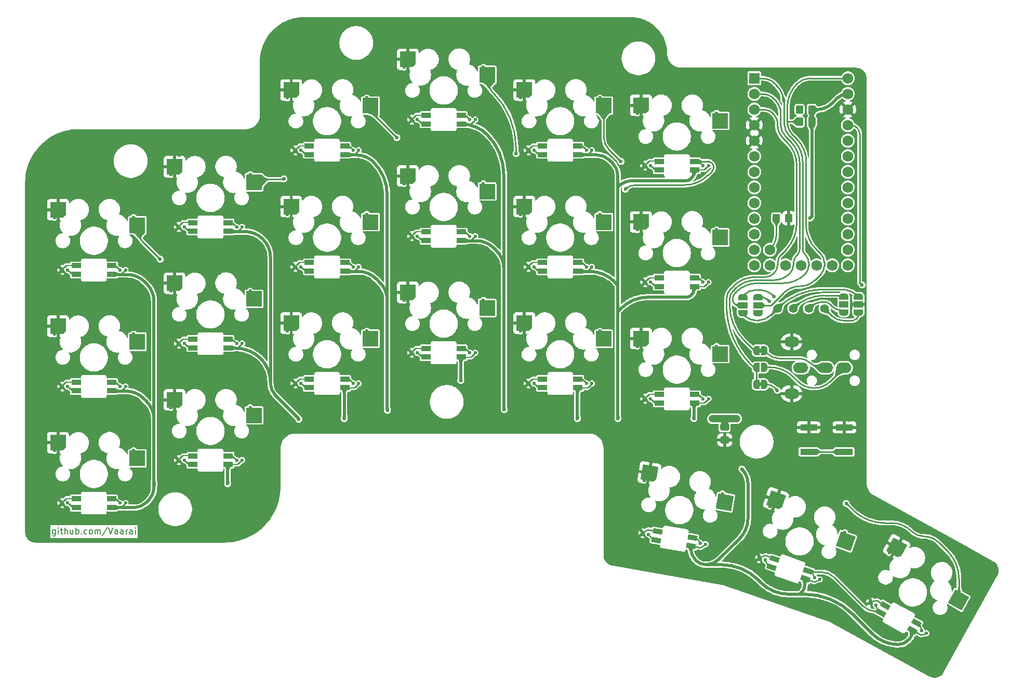
<source format=gtl>
G04 #@! TF.GenerationSoftware,KiCad,Pcbnew,8.0.1*
G04 #@! TF.CreationDate,2024-06-04T22:11:00+02:00*
G04 #@! TF.ProjectId,cornia,636f726e-6961-42e6-9b69-6361645f7063,rev?*
G04 #@! TF.SameCoordinates,Original*
G04 #@! TF.FileFunction,Copper,L1,Top*
G04 #@! TF.FilePolarity,Positive*
%FSLAX46Y46*%
G04 Gerber Fmt 4.6, Leading zero omitted, Abs format (unit mm)*
G04 Created by KiCad (PCBNEW 8.0.1) date 2024-06-04 22:11:00*
%MOMM*%
%LPD*%
G01*
G04 APERTURE LIST*
G04 Aperture macros list*
%AMRoundRect*
0 Rectangle with rounded corners*
0 $1 Rounding radius*
0 $2 $3 $4 $5 $6 $7 $8 $9 X,Y pos of 4 corners*
0 Add a 4 corners polygon primitive as box body*
4,1,4,$2,$3,$4,$5,$6,$7,$8,$9,$2,$3,0*
0 Add four circle primitives for the rounded corners*
1,1,$1+$1,$2,$3*
1,1,$1+$1,$4,$5*
1,1,$1+$1,$6,$7*
1,1,$1+$1,$8,$9*
0 Add four rect primitives between the rounded corners*
20,1,$1+$1,$2,$3,$4,$5,0*
20,1,$1+$1,$4,$5,$6,$7,0*
20,1,$1+$1,$6,$7,$8,$9,0*
20,1,$1+$1,$8,$9,$2,$3,0*%
%AMRotRect*
0 Rectangle, with rotation*
0 The origin of the aperture is its center*
0 $1 length*
0 $2 width*
0 $3 Rotation angle, in degrees counterclockwise*
0 Add horizontal line*
21,1,$1,$2,0,0,$3*%
%AMOutline5P*
0 Free polygon, 5 corners , with rotation*
0 The origin of the aperture is its center*
0 number of corners: always 5*
0 $1 to $10 corner X, Y*
0 $11 Rotation angle, in degrees counterclockwise*
0 create outline with 5 corners*
4,1,5,$1,$2,$3,$4,$5,$6,$7,$8,$9,$10,$1,$2,$11*%
%AMOutline6P*
0 Free polygon, 6 corners , with rotation*
0 The origin of the aperture is its center*
0 number of corners: always 6*
0 $1 to $12 corner X, Y*
0 $13 Rotation angle, in degrees counterclockwise*
0 create outline with 6 corners*
4,1,6,$1,$2,$3,$4,$5,$6,$7,$8,$9,$10,$11,$12,$1,$2,$13*%
%AMOutline7P*
0 Free polygon, 7 corners , with rotation*
0 The origin of the aperture is its center*
0 number of corners: always 7*
0 $1 to $14 corner X, Y*
0 $15 Rotation angle, in degrees counterclockwise*
0 create outline with 7 corners*
4,1,7,$1,$2,$3,$4,$5,$6,$7,$8,$9,$10,$11,$12,$13,$14,$1,$2,$15*%
%AMOutline8P*
0 Free polygon, 8 corners , with rotation*
0 The origin of the aperture is its center*
0 number of corners: always 8*
0 $1 to $16 corner X, Y*
0 $17 Rotation angle, in degrees counterclockwise*
0 create outline with 8 corners*
4,1,8,$1,$2,$3,$4,$5,$6,$7,$8,$9,$10,$11,$12,$13,$14,$15,$16,$1,$2,$17*%
%AMFreePoly0*
4,1,19,0.550000,-0.750000,0.000000,-0.750000,0.000000,-0.744911,-0.071157,-0.744911,-0.207708,-0.704816,-0.327430,-0.627875,-0.420627,-0.520320,-0.479746,-0.390866,-0.500000,-0.250000,-0.500000,0.250000,-0.479746,0.390866,-0.420627,0.520320,-0.327430,0.627875,-0.207708,0.704816,-0.071157,0.744911,0.000000,0.744911,0.000000,0.750000,0.550000,0.750000,0.550000,-0.750000,0.550000,-0.750000,
$1*%
%AMFreePoly1*
4,1,19,0.000000,0.744911,0.071157,0.744911,0.207708,0.704816,0.327430,0.627875,0.420627,0.520320,0.479746,0.390866,0.500000,0.250000,0.500000,-0.250000,0.479746,-0.390866,0.420627,-0.520320,0.327430,-0.627875,0.207708,-0.704816,0.071157,-0.744911,0.000000,-0.744911,0.000000,-0.750000,-0.550000,-0.750000,-0.550000,0.750000,0.000000,0.750000,0.000000,0.744911,0.000000,0.744911,
$1*%
%AMFreePoly2*
4,1,19,0.500000,-0.750000,0.000000,-0.750000,0.000000,-0.744911,-0.071157,-0.744911,-0.207708,-0.704816,-0.327430,-0.627875,-0.420627,-0.520320,-0.479746,-0.390866,-0.500000,-0.250000,-0.500000,0.250000,-0.479746,0.390866,-0.420627,0.520320,-0.327430,0.627875,-0.207708,0.704816,-0.071157,0.744911,0.000000,0.744911,0.000000,0.750000,0.500000,0.750000,0.500000,-0.750000,0.500000,-0.750000,
$1*%
%AMFreePoly3*
4,1,19,0.000000,0.744911,0.071157,0.744911,0.207708,0.704816,0.327430,0.627875,0.420627,0.520320,0.479746,0.390866,0.500000,0.250000,0.500000,-0.250000,0.479746,-0.390866,0.420627,-0.520320,0.327430,-0.627875,0.207708,-0.704816,0.071157,-0.744911,0.000000,-0.744911,0.000000,-0.750000,-0.500000,-0.750000,-0.500000,0.750000,0.000000,0.750000,0.000000,0.744911,0.000000,0.744911,
$1*%
G04 Aperture macros list end*
%ADD10C,0.160000*%
G04 #@! TA.AperFunction,NonConductor*
%ADD11C,0.160000*%
G04 #@! TD*
G04 #@! TA.AperFunction,EtchedComponent*
%ADD12C,0.000000*%
G04 #@! TD*
G04 #@! TA.AperFunction,ComponentPad*
%ADD13C,0.600000*%
G04 #@! TD*
G04 #@! TA.AperFunction,SMDPad,CuDef*
%ADD14R,2.550000X2.500000*%
G04 #@! TD*
G04 #@! TA.AperFunction,SMDPad,CuDef*
%ADD15Outline5P,-1.275000X0.800000X-0.825000X1.250000X1.275000X1.250000X1.275000X-1.250000X-1.275000X-1.250000X180.000000*%
G04 #@! TD*
G04 #@! TA.AperFunction,SMDPad,CuDef*
%ADD16RoundRect,0.250000X-0.475000X0.337500X-0.475000X-0.337500X0.475000X-0.337500X0.475000X0.337500X0*%
G04 #@! TD*
G04 #@! TA.AperFunction,SMDPad,CuDef*
%ADD17R,1.540000X0.825000*%
G04 #@! TD*
G04 #@! TA.AperFunction,SMDPad,CuDef*
%ADD18RoundRect,0.062500X0.323985X-0.221577X-0.237892X0.312202X-0.323985X0.221577X0.237892X-0.312202X0*%
G04 #@! TD*
G04 #@! TA.AperFunction,SMDPad,CuDef*
%ADD19RoundRect,0.062500X-0.450000X-0.062500X0.450000X-0.062500X0.450000X0.062500X-0.450000X0.062500X0*%
G04 #@! TD*
G04 #@! TA.AperFunction,SMDPad,CuDef*
%ADD20RoundRect,0.062500X-0.237892X-0.312202X0.323985X0.221577X0.237892X0.312202X-0.323985X-0.221577X0*%
G04 #@! TD*
G04 #@! TA.AperFunction,SMDPad,CuDef*
%ADD21RoundRect,0.062500X-0.323985X0.221577X0.237892X-0.312202X0.323985X-0.221577X-0.237892X0.312202X0*%
G04 #@! TD*
G04 #@! TA.AperFunction,SMDPad,CuDef*
%ADD22RoundRect,0.062500X0.237892X0.312202X-0.323985X-0.221577X-0.237892X-0.312202X0.323985X0.221577X0*%
G04 #@! TD*
G04 #@! TA.AperFunction,SMDPad,CuDef*
%ADD23RoundRect,0.062500X0.450000X0.062500X-0.450000X0.062500X-0.450000X-0.062500X0.450000X-0.062500X0*%
G04 #@! TD*
G04 #@! TA.AperFunction,SMDPad,CuDef*
%ADD24R,1.540000X0.822500*%
G04 #@! TD*
G04 #@! TA.AperFunction,SMDPad,CuDef*
%ADD25R,2.800000X1.000000*%
G04 #@! TD*
G04 #@! TA.AperFunction,SMDPad,CuDef*
%ADD26RotRect,1.540000X0.825000X150.970000*%
G04 #@! TD*
G04 #@! TA.AperFunction,SMDPad,CuDef*
%ADD27RoundRect,0.062500X0.175757X-0.350959X-0.056503X0.388420X-0.175757X0.350959X0.056503X-0.388420X0*%
G04 #@! TD*
G04 #@! TA.AperFunction,SMDPad,CuDef*
%ADD28RoundRect,0.062500X-0.423794X0.163723X0.363135X-0.273018X0.423794X-0.163723X-0.363135X0.273018X0*%
G04 #@! TD*
G04 #@! TA.AperFunction,SMDPad,CuDef*
%ADD29RoundRect,0.062500X-0.359506X-0.157538X0.390805X0.036520X0.359506X0.157538X-0.390805X-0.036520X0*%
G04 #@! TD*
G04 #@! TA.AperFunction,SMDPad,CuDef*
%ADD30RoundRect,0.062500X-0.175757X0.350959X0.056503X-0.388420X0.175757X-0.350959X-0.056503X0.388420X0*%
G04 #@! TD*
G04 #@! TA.AperFunction,SMDPad,CuDef*
%ADD31RoundRect,0.062500X0.359506X0.157538X-0.390805X-0.036520X-0.359506X-0.157538X0.390805X0.036520X0*%
G04 #@! TD*
G04 #@! TA.AperFunction,SMDPad,CuDef*
%ADD32RoundRect,0.062500X0.423794X-0.163723X-0.363135X0.273018X-0.423794X0.163723X0.363135X-0.273018X0*%
G04 #@! TD*
G04 #@! TA.AperFunction,SMDPad,CuDef*
%ADD33RotRect,1.540000X0.822500X150.970000*%
G04 #@! TD*
G04 #@! TA.AperFunction,SMDPad,CuDef*
%ADD34RotRect,2.550000X2.500000X150.970000*%
G04 #@! TD*
G04 #@! TA.AperFunction,SMDPad,CuDef*
%ADD35Outline5P,-1.275000X0.800000X-0.825000X1.250000X1.275000X1.250000X1.275000X-1.250000X-1.275000X-1.250000X150.970000*%
G04 #@! TD*
G04 #@! TA.AperFunction,SMDPad,CuDef*
%ADD36FreePoly0,90.000000*%
G04 #@! TD*
G04 #@! TA.AperFunction,SMDPad,CuDef*
%ADD37R,1.500000X1.000000*%
G04 #@! TD*
G04 #@! TA.AperFunction,SMDPad,CuDef*
%ADD38FreePoly1,90.000000*%
G04 #@! TD*
G04 #@! TA.AperFunction,SMDPad,CuDef*
%ADD39FreePoly2,0.000000*%
G04 #@! TD*
G04 #@! TA.AperFunction,SMDPad,CuDef*
%ADD40FreePoly3,0.000000*%
G04 #@! TD*
G04 #@! TA.AperFunction,SMDPad,CuDef*
%ADD41RotRect,1.540000X0.825000X170.170000*%
G04 #@! TD*
G04 #@! TA.AperFunction,SMDPad,CuDef*
%ADD42RoundRect,0.062500X0.281400X-0.273636X-0.181098X0.348233X-0.281400X0.273636X0.181098X-0.348233X0*%
G04 #@! TD*
G04 #@! TA.AperFunction,SMDPad,CuDef*
%ADD43RoundRect,0.062500X-0.454064X0.015244X0.432723X-0.138409X0.454064X-0.015244X-0.432723X0.138409X0*%
G04 #@! TD*
G04 #@! TA.AperFunction,SMDPad,CuDef*
%ADD44RoundRect,0.062500X-0.287700X-0.267004X0.357057X0.163011X0.287700X0.267004X-0.357057X-0.163011X0*%
G04 #@! TD*
G04 #@! TA.AperFunction,SMDPad,CuDef*
%ADD45RoundRect,0.062500X-0.281400X0.273636X0.181098X-0.348233X0.281400X-0.273636X-0.181098X0.348233X0*%
G04 #@! TD*
G04 #@! TA.AperFunction,SMDPad,CuDef*
%ADD46RoundRect,0.062500X0.287700X0.267004X-0.357057X-0.163011X-0.287700X-0.267004X0.357057X0.163011X0*%
G04 #@! TD*
G04 #@! TA.AperFunction,SMDPad,CuDef*
%ADD47RoundRect,0.062500X0.454064X-0.015244X-0.432723X0.138409X-0.454064X0.015244X0.432723X-0.138409X0*%
G04 #@! TD*
G04 #@! TA.AperFunction,SMDPad,CuDef*
%ADD48RotRect,1.540000X0.822500X170.170000*%
G04 #@! TD*
G04 #@! TA.AperFunction,SMDPad,CuDef*
%ADD49RotRect,2.550000X2.500000X160.570000*%
G04 #@! TD*
G04 #@! TA.AperFunction,SMDPad,CuDef*
%ADD50Outline5P,-1.275000X0.800000X-0.825000X1.250000X1.275000X1.250000X1.275000X-1.250000X-1.275000X-1.250000X160.570000*%
G04 #@! TD*
G04 #@! TA.AperFunction,ComponentPad*
%ADD51C,1.400000*%
G04 #@! TD*
G04 #@! TA.AperFunction,ComponentPad*
%ADD52O,2.500000X1.700000*%
G04 #@! TD*
G04 #@! TA.AperFunction,SMDPad,CuDef*
%ADD53RotRect,1.540000X0.825000X160.570000*%
G04 #@! TD*
G04 #@! TA.AperFunction,SMDPad,CuDef*
%ADD54RoundRect,0.062500X0.231825X-0.316733X-0.120488X0.373558X-0.231825X0.316733X0.120488X-0.373558X0*%
G04 #@! TD*
G04 #@! TA.AperFunction,SMDPad,CuDef*
%ADD55RoundRect,0.062500X-0.445163X0.090754X0.403581X-0.208635X0.445163X-0.090754X-0.403581X0.208635X0*%
G04 #@! TD*
G04 #@! TA.AperFunction,SMDPad,CuDef*
%ADD56RoundRect,0.062500X-0.328199X-0.215286X0.379242X0.101183X0.328199X0.215286X-0.379242X-0.101183X0*%
G04 #@! TD*
G04 #@! TA.AperFunction,SMDPad,CuDef*
%ADD57RoundRect,0.062500X-0.231825X0.316733X0.120488X-0.373558X0.231825X-0.316733X-0.120488X0.373558X0*%
G04 #@! TD*
G04 #@! TA.AperFunction,SMDPad,CuDef*
%ADD58RoundRect,0.062500X0.328199X0.215286X-0.379242X-0.101183X-0.328199X-0.215286X0.379242X0.101183X0*%
G04 #@! TD*
G04 #@! TA.AperFunction,SMDPad,CuDef*
%ADD59RoundRect,0.062500X0.445163X-0.090754X-0.403581X0.208635X-0.445163X0.090754X0.403581X-0.208635X0*%
G04 #@! TD*
G04 #@! TA.AperFunction,SMDPad,CuDef*
%ADD60RotRect,1.540000X0.822500X160.570000*%
G04 #@! TD*
G04 #@! TA.AperFunction,SMDPad,CuDef*
%ADD61RoundRect,0.250000X0.350000X0.450000X-0.350000X0.450000X-0.350000X-0.450000X0.350000X-0.450000X0*%
G04 #@! TD*
G04 #@! TA.AperFunction,SMDPad,CuDef*
%ADD62RotRect,2.550000X2.500000X170.171000*%
G04 #@! TD*
G04 #@! TA.AperFunction,SMDPad,CuDef*
%ADD63Outline5P,-1.275000X0.800000X-0.825000X1.250000X1.275000X1.250000X1.275000X-1.250000X-1.275000X-1.250000X170.171000*%
G04 #@! TD*
G04 #@! TA.AperFunction,ComponentPad*
%ADD64R,1.752600X1.752600*%
G04 #@! TD*
G04 #@! TA.AperFunction,ComponentPad*
%ADD65C,1.752600*%
G04 #@! TD*
G04 #@! TA.AperFunction,SMDPad,CuDef*
%ADD66RoundRect,0.250000X-0.350000X-0.450000X0.350000X-0.450000X0.350000X0.450000X-0.350000X0.450000X0*%
G04 #@! TD*
G04 #@! TA.AperFunction,ViaPad*
%ADD67C,0.600000*%
G04 #@! TD*
G04 #@! TA.AperFunction,ViaPad*
%ADD68C,1.000000*%
G04 #@! TD*
G04 #@! TA.AperFunction,Conductor*
%ADD69C,0.250000*%
G04 #@! TD*
G04 #@! TA.AperFunction,Conductor*
%ADD70C,0.500000*%
G04 #@! TD*
G04 #@! TA.AperFunction,Conductor*
%ADD71C,1.200000*%
G04 #@! TD*
G04 APERTURE END LIST*
D10*
D11*
X23890476Y-101787632D02*
X23890476Y-102597156D01*
X23890476Y-102597156D02*
X23842857Y-102692394D01*
X23842857Y-102692394D02*
X23795238Y-102740013D01*
X23795238Y-102740013D02*
X23700000Y-102787632D01*
X23700000Y-102787632D02*
X23557143Y-102787632D01*
X23557143Y-102787632D02*
X23461905Y-102740013D01*
X23890476Y-102406680D02*
X23795238Y-102454299D01*
X23795238Y-102454299D02*
X23604762Y-102454299D01*
X23604762Y-102454299D02*
X23509524Y-102406680D01*
X23509524Y-102406680D02*
X23461905Y-102359060D01*
X23461905Y-102359060D02*
X23414286Y-102263822D01*
X23414286Y-102263822D02*
X23414286Y-101978108D01*
X23414286Y-101978108D02*
X23461905Y-101882870D01*
X23461905Y-101882870D02*
X23509524Y-101835251D01*
X23509524Y-101835251D02*
X23604762Y-101787632D01*
X23604762Y-101787632D02*
X23795238Y-101787632D01*
X23795238Y-101787632D02*
X23890476Y-101835251D01*
X24366667Y-102454299D02*
X24366667Y-101787632D01*
X24366667Y-101454299D02*
X24319048Y-101501918D01*
X24319048Y-101501918D02*
X24366667Y-101549537D01*
X24366667Y-101549537D02*
X24414286Y-101501918D01*
X24414286Y-101501918D02*
X24366667Y-101454299D01*
X24366667Y-101454299D02*
X24366667Y-101549537D01*
X24700000Y-101787632D02*
X25080952Y-101787632D01*
X24842857Y-101454299D02*
X24842857Y-102311441D01*
X24842857Y-102311441D02*
X24890476Y-102406680D01*
X24890476Y-102406680D02*
X24985714Y-102454299D01*
X24985714Y-102454299D02*
X25080952Y-102454299D01*
X25414286Y-102454299D02*
X25414286Y-101454299D01*
X25842857Y-102454299D02*
X25842857Y-101930489D01*
X25842857Y-101930489D02*
X25795238Y-101835251D01*
X25795238Y-101835251D02*
X25700000Y-101787632D01*
X25700000Y-101787632D02*
X25557143Y-101787632D01*
X25557143Y-101787632D02*
X25461905Y-101835251D01*
X25461905Y-101835251D02*
X25414286Y-101882870D01*
X26747619Y-101787632D02*
X26747619Y-102454299D01*
X26319048Y-101787632D02*
X26319048Y-102311441D01*
X26319048Y-102311441D02*
X26366667Y-102406680D01*
X26366667Y-102406680D02*
X26461905Y-102454299D01*
X26461905Y-102454299D02*
X26604762Y-102454299D01*
X26604762Y-102454299D02*
X26700000Y-102406680D01*
X26700000Y-102406680D02*
X26747619Y-102359060D01*
X27223810Y-102454299D02*
X27223810Y-101454299D01*
X27223810Y-101835251D02*
X27319048Y-101787632D01*
X27319048Y-101787632D02*
X27509524Y-101787632D01*
X27509524Y-101787632D02*
X27604762Y-101835251D01*
X27604762Y-101835251D02*
X27652381Y-101882870D01*
X27652381Y-101882870D02*
X27700000Y-101978108D01*
X27700000Y-101978108D02*
X27700000Y-102263822D01*
X27700000Y-102263822D02*
X27652381Y-102359060D01*
X27652381Y-102359060D02*
X27604762Y-102406680D01*
X27604762Y-102406680D02*
X27509524Y-102454299D01*
X27509524Y-102454299D02*
X27319048Y-102454299D01*
X27319048Y-102454299D02*
X27223810Y-102406680D01*
X28128572Y-102359060D02*
X28176191Y-102406680D01*
X28176191Y-102406680D02*
X28128572Y-102454299D01*
X28128572Y-102454299D02*
X28080953Y-102406680D01*
X28080953Y-102406680D02*
X28128572Y-102359060D01*
X28128572Y-102359060D02*
X28128572Y-102454299D01*
X29033333Y-102406680D02*
X28938095Y-102454299D01*
X28938095Y-102454299D02*
X28747619Y-102454299D01*
X28747619Y-102454299D02*
X28652381Y-102406680D01*
X28652381Y-102406680D02*
X28604762Y-102359060D01*
X28604762Y-102359060D02*
X28557143Y-102263822D01*
X28557143Y-102263822D02*
X28557143Y-101978108D01*
X28557143Y-101978108D02*
X28604762Y-101882870D01*
X28604762Y-101882870D02*
X28652381Y-101835251D01*
X28652381Y-101835251D02*
X28747619Y-101787632D01*
X28747619Y-101787632D02*
X28938095Y-101787632D01*
X28938095Y-101787632D02*
X29033333Y-101835251D01*
X29604762Y-102454299D02*
X29509524Y-102406680D01*
X29509524Y-102406680D02*
X29461905Y-102359060D01*
X29461905Y-102359060D02*
X29414286Y-102263822D01*
X29414286Y-102263822D02*
X29414286Y-101978108D01*
X29414286Y-101978108D02*
X29461905Y-101882870D01*
X29461905Y-101882870D02*
X29509524Y-101835251D01*
X29509524Y-101835251D02*
X29604762Y-101787632D01*
X29604762Y-101787632D02*
X29747619Y-101787632D01*
X29747619Y-101787632D02*
X29842857Y-101835251D01*
X29842857Y-101835251D02*
X29890476Y-101882870D01*
X29890476Y-101882870D02*
X29938095Y-101978108D01*
X29938095Y-101978108D02*
X29938095Y-102263822D01*
X29938095Y-102263822D02*
X29890476Y-102359060D01*
X29890476Y-102359060D02*
X29842857Y-102406680D01*
X29842857Y-102406680D02*
X29747619Y-102454299D01*
X29747619Y-102454299D02*
X29604762Y-102454299D01*
X30366667Y-102454299D02*
X30366667Y-101787632D01*
X30366667Y-101882870D02*
X30414286Y-101835251D01*
X30414286Y-101835251D02*
X30509524Y-101787632D01*
X30509524Y-101787632D02*
X30652381Y-101787632D01*
X30652381Y-101787632D02*
X30747619Y-101835251D01*
X30747619Y-101835251D02*
X30795238Y-101930489D01*
X30795238Y-101930489D02*
X30795238Y-102454299D01*
X30795238Y-101930489D02*
X30842857Y-101835251D01*
X30842857Y-101835251D02*
X30938095Y-101787632D01*
X30938095Y-101787632D02*
X31080952Y-101787632D01*
X31080952Y-101787632D02*
X31176191Y-101835251D01*
X31176191Y-101835251D02*
X31223810Y-101930489D01*
X31223810Y-101930489D02*
X31223810Y-102454299D01*
X32414285Y-101406680D02*
X31557143Y-102692394D01*
X32604762Y-101454299D02*
X32938095Y-102454299D01*
X32938095Y-102454299D02*
X33271428Y-101454299D01*
X34033333Y-102454299D02*
X34033333Y-101930489D01*
X34033333Y-101930489D02*
X33985714Y-101835251D01*
X33985714Y-101835251D02*
X33890476Y-101787632D01*
X33890476Y-101787632D02*
X33700000Y-101787632D01*
X33700000Y-101787632D02*
X33604762Y-101835251D01*
X34033333Y-102406680D02*
X33938095Y-102454299D01*
X33938095Y-102454299D02*
X33700000Y-102454299D01*
X33700000Y-102454299D02*
X33604762Y-102406680D01*
X33604762Y-102406680D02*
X33557143Y-102311441D01*
X33557143Y-102311441D02*
X33557143Y-102216203D01*
X33557143Y-102216203D02*
X33604762Y-102120965D01*
X33604762Y-102120965D02*
X33700000Y-102073346D01*
X33700000Y-102073346D02*
X33938095Y-102073346D01*
X33938095Y-102073346D02*
X34033333Y-102025727D01*
X34938095Y-102454299D02*
X34938095Y-101930489D01*
X34938095Y-101930489D02*
X34890476Y-101835251D01*
X34890476Y-101835251D02*
X34795238Y-101787632D01*
X34795238Y-101787632D02*
X34604762Y-101787632D01*
X34604762Y-101787632D02*
X34509524Y-101835251D01*
X34938095Y-102406680D02*
X34842857Y-102454299D01*
X34842857Y-102454299D02*
X34604762Y-102454299D01*
X34604762Y-102454299D02*
X34509524Y-102406680D01*
X34509524Y-102406680D02*
X34461905Y-102311441D01*
X34461905Y-102311441D02*
X34461905Y-102216203D01*
X34461905Y-102216203D02*
X34509524Y-102120965D01*
X34509524Y-102120965D02*
X34604762Y-102073346D01*
X34604762Y-102073346D02*
X34842857Y-102073346D01*
X34842857Y-102073346D02*
X34938095Y-102025727D01*
X35414286Y-102454299D02*
X35414286Y-101787632D01*
X35414286Y-101978108D02*
X35461905Y-101882870D01*
X35461905Y-101882870D02*
X35509524Y-101835251D01*
X35509524Y-101835251D02*
X35604762Y-101787632D01*
X35604762Y-101787632D02*
X35700000Y-101787632D01*
X36461905Y-102454299D02*
X36461905Y-101930489D01*
X36461905Y-101930489D02*
X36414286Y-101835251D01*
X36414286Y-101835251D02*
X36319048Y-101787632D01*
X36319048Y-101787632D02*
X36128572Y-101787632D01*
X36128572Y-101787632D02*
X36033334Y-101835251D01*
X36461905Y-102406680D02*
X36366667Y-102454299D01*
X36366667Y-102454299D02*
X36128572Y-102454299D01*
X36128572Y-102454299D02*
X36033334Y-102406680D01*
X36033334Y-102406680D02*
X35985715Y-102311441D01*
X35985715Y-102311441D02*
X35985715Y-102216203D01*
X35985715Y-102216203D02*
X36033334Y-102120965D01*
X36033334Y-102120965D02*
X36128572Y-102073346D01*
X36128572Y-102073346D02*
X36366667Y-102073346D01*
X36366667Y-102073346D02*
X36461905Y-102025727D01*
X36938096Y-102454299D02*
X36938096Y-101787632D01*
X36938096Y-101454299D02*
X36890477Y-101501918D01*
X36890477Y-101501918D02*
X36938096Y-101549537D01*
X36938096Y-101549537D02*
X36985715Y-101501918D01*
X36985715Y-101501918D02*
X36938096Y-101454299D01*
X36938096Y-101454299D02*
X36938096Y-101549537D01*
D12*
G04 #@! TA.AperFunction,EtchedComponent*
G36*
X139018600Y-78388750D02*
G01*
X138518600Y-78388750D01*
X138518600Y-77788750D01*
X139018600Y-77788750D01*
X139018600Y-78388750D01*
G37*
G04 #@! TD.AperFunction*
G04 #@! TA.AperFunction,EtchedComponent*
G36*
X139018600Y-72888750D02*
G01*
X138518600Y-72888750D01*
X138518600Y-72288750D01*
X139018600Y-72288750D01*
X139018600Y-72888750D01*
G37*
G04 #@! TD.AperFunction*
D13*
X36643600Y-88888750D03*
D14*
X37253600Y-90148750D03*
D13*
X23718600Y-88888750D03*
D15*
X24326600Y-87608750D03*
D13*
X131643600Y-71888750D03*
D14*
X132253600Y-73148750D03*
D13*
X118718600Y-71888750D03*
D15*
X119326600Y-70608750D03*
D16*
X132973660Y-85067028D03*
X132973660Y-87142028D03*
D17*
X27288600Y-79138750D03*
D18*
X26368600Y-78863750D03*
D13*
X25893600Y-78438750D03*
D17*
X27288600Y-77738750D03*
D19*
X26118600Y-77713750D03*
D20*
X25431100Y-77963750D03*
D13*
X25018600Y-78438750D03*
X34443600Y-78438750D03*
D21*
X34006100Y-78013750D03*
D17*
X33048600Y-77738750D03*
D13*
X35318600Y-78438750D03*
D22*
X34943600Y-78913750D03*
D23*
X34256100Y-79163750D03*
D24*
X33048600Y-79140000D03*
D13*
X36643600Y-69888750D03*
D14*
X37253600Y-71148750D03*
D13*
X23718600Y-69888750D03*
D15*
X24326600Y-68608750D03*
D25*
X152468600Y-89088750D03*
X146668600Y-89088750D03*
X152468600Y-85088750D03*
X146668600Y-85088750D03*
D26*
X158475718Y-115366473D03*
D27*
X157804750Y-114679576D03*
D13*
X157595665Y-114077468D03*
D26*
X159155093Y-114142361D03*
D28*
X158144217Y-113552738D03*
D29*
X157421772Y-113437708D03*
D13*
X156830595Y-113652859D03*
X165071493Y-118226506D03*
D30*
X164895196Y-117642596D03*
D26*
X164191440Y-116937501D03*
D13*
X165836563Y-118651115D03*
D31*
X165278173Y-118884463D03*
D32*
X164555730Y-118769433D03*
D33*
X163511458Y-118162706D03*
D17*
X46288600Y-53138750D03*
D18*
X45368600Y-52863750D03*
D13*
X44893600Y-52438750D03*
D17*
X46288600Y-51738750D03*
D19*
X45118600Y-51713750D03*
D20*
X44431100Y-51963750D03*
D13*
X44018600Y-52438750D03*
X53443600Y-52438750D03*
D21*
X53006100Y-52013750D03*
D17*
X52048600Y-51738750D03*
D13*
X54318600Y-52438750D03*
D22*
X53943600Y-52913750D03*
D23*
X53256100Y-53163750D03*
D24*
X52048600Y-53140000D03*
D13*
X171144135Y-111818267D03*
D34*
X171066061Y-113215981D03*
D13*
X159842957Y-105546185D03*
D35*
X160995714Y-104722039D03*
D17*
X103288600Y-78638750D03*
D18*
X102368600Y-78363750D03*
D13*
X101893600Y-77938750D03*
D17*
X103288600Y-77238750D03*
D19*
X102118600Y-77213750D03*
D20*
X101431100Y-77463750D03*
D13*
X101018600Y-77938750D03*
X110443600Y-77938750D03*
D21*
X110006100Y-77513750D03*
D17*
X109048600Y-77238750D03*
D13*
X111318600Y-77938750D03*
D22*
X110943600Y-78413750D03*
D23*
X110256100Y-78663750D03*
D24*
X109048600Y-78640000D03*
D36*
X138368600Y-66488750D03*
D37*
X138368600Y-65188750D03*
D38*
X138368600Y-63888750D03*
D39*
X138118600Y-78088750D03*
D40*
X139418600Y-78088750D03*
D36*
X154768600Y-66388750D03*
D37*
X154768600Y-65088750D03*
D38*
X154768600Y-63788750D03*
D17*
X84288600Y-73638750D03*
D18*
X83368600Y-73363750D03*
D13*
X82893600Y-72938750D03*
D17*
X84288600Y-72238750D03*
D19*
X83118600Y-72213750D03*
D20*
X82431100Y-72463750D03*
D13*
X82018600Y-72938750D03*
X91443600Y-72938750D03*
D21*
X91006100Y-72513750D03*
D17*
X90048600Y-72238750D03*
D13*
X92318600Y-72938750D03*
D22*
X91943600Y-73413750D03*
D23*
X91256100Y-73663750D03*
D24*
X90048600Y-73640000D03*
D17*
X122288600Y-43138750D03*
D18*
X121368600Y-42863750D03*
D13*
X120893600Y-42438750D03*
D17*
X122288600Y-41738750D03*
D19*
X121118600Y-41713750D03*
D20*
X120431100Y-41963750D03*
D13*
X120018600Y-42438750D03*
X129443600Y-42438750D03*
D21*
X129006100Y-42013750D03*
D17*
X128048600Y-41738750D03*
D13*
X130318600Y-42438750D03*
D22*
X129943600Y-42913750D03*
D23*
X129256100Y-43163750D03*
D24*
X128048600Y-43140000D03*
D41*
X121810429Y-103457048D03*
D42*
X120950885Y-103029018D03*
D13*
X120555417Y-102529163D03*
D41*
X122049444Y-102077602D03*
D43*
X120900889Y-101853220D03*
D44*
X120180802Y-101982176D03*
D13*
X119693263Y-102379778D03*
X128979891Y-103988865D03*
D45*
X128621373Y-103495412D03*
D41*
X127724879Y-103060980D03*
D13*
X129842045Y-104138250D03*
D46*
X129391456Y-104542254D03*
D47*
X128671368Y-104671210D03*
D48*
X127485650Y-104441658D03*
D13*
X93643600Y-26388750D03*
D14*
X94253600Y-27648750D03*
D13*
X80718600Y-26388750D03*
D15*
X81326600Y-25108750D03*
D17*
X65288600Y-59638750D03*
D18*
X64368600Y-59363750D03*
D13*
X63893600Y-58938750D03*
D17*
X65288600Y-58238750D03*
D19*
X64118600Y-58213750D03*
D20*
X63431100Y-58463750D03*
D13*
X63018600Y-58938750D03*
X72443600Y-58938750D03*
D21*
X72006100Y-58513750D03*
D17*
X71048600Y-58238750D03*
D13*
X73318600Y-58938750D03*
D22*
X72943600Y-59413750D03*
D23*
X72256100Y-59663750D03*
D24*
X71048600Y-59640000D03*
D13*
X152538929Y-102259106D03*
D49*
X152695043Y-103650267D03*
D13*
X140350025Y-97959541D03*
D50*
X141349197Y-96954693D03*
D13*
X74643600Y-31388750D03*
D14*
X75253600Y-32648750D03*
D13*
X61718600Y-31388750D03*
D15*
X62326600Y-30108750D03*
D13*
X93643600Y-64388750D03*
D14*
X94253600Y-65648750D03*
D13*
X80718600Y-64388750D03*
D15*
X81326600Y-63108750D03*
D51*
X141588600Y-65708750D03*
X144128600Y-65708750D03*
X146668600Y-65708750D03*
X149208600Y-65708750D03*
D13*
X55643600Y-81888750D03*
D14*
X56253600Y-83148750D03*
D13*
X42718600Y-81888750D03*
D15*
X43326600Y-80608750D03*
D52*
X145368600Y-75388750D03*
X149368600Y-75388750D03*
X152368600Y-75388750D03*
X143868600Y-71188750D03*
X143868600Y-79588750D03*
D39*
X138118600Y-75338750D03*
D40*
X139418600Y-75338750D03*
D17*
X84288600Y-54638750D03*
D18*
X83368600Y-54363750D03*
D13*
X82893600Y-53938750D03*
D17*
X84288600Y-53238750D03*
D19*
X83118600Y-53213750D03*
D20*
X82431100Y-53463750D03*
D13*
X82018600Y-53938750D03*
X91443600Y-53938750D03*
D21*
X91006100Y-53513750D03*
D17*
X90048600Y-53238750D03*
D13*
X92318600Y-53938750D03*
D22*
X91943600Y-54413750D03*
D23*
X91256100Y-54663750D03*
D24*
X90048600Y-54640000D03*
D13*
X131643600Y-33888750D03*
D14*
X132253600Y-35148750D03*
D13*
X118718600Y-33888750D03*
D15*
X119326600Y-32608750D03*
D17*
X122288600Y-81138750D03*
D18*
X121368600Y-80863750D03*
D13*
X120893600Y-80438750D03*
D17*
X122288600Y-79738750D03*
D19*
X121118600Y-79713750D03*
D20*
X120431100Y-79963750D03*
D13*
X120018600Y-80438750D03*
X129443600Y-80438750D03*
D21*
X129006100Y-80013750D03*
D17*
X128048600Y-79738750D03*
D13*
X130318600Y-80438750D03*
D22*
X129943600Y-80913750D03*
D23*
X129256100Y-81163750D03*
D24*
X128048600Y-81140000D03*
D53*
X140639651Y-107870319D03*
D54*
X139863526Y-107304938D03*
D13*
X139556956Y-106746131D03*
D53*
X141105367Y-106550051D03*
D55*
X140010317Y-106137268D03*
D56*
X139278807Y-106144330D03*
D13*
X138731789Y-106455058D03*
X147620022Y-109590331D03*
D57*
X147348816Y-109043999D03*
D53*
X146537327Y-108466143D03*
D13*
X148445189Y-109881404D03*
D58*
X147933535Y-110204607D03*
D59*
X147202025Y-110211668D03*
D60*
X146071195Y-109787590D03*
D17*
X65288600Y-78638750D03*
D18*
X64368600Y-78363750D03*
D13*
X63893600Y-77938750D03*
D17*
X65288600Y-77238750D03*
D19*
X64118600Y-77213750D03*
D20*
X63431100Y-77463750D03*
D13*
X63018600Y-77938750D03*
X72443600Y-77938750D03*
D21*
X72006100Y-77513750D03*
D17*
X71048600Y-77238750D03*
D13*
X73318600Y-77938750D03*
D22*
X72943600Y-78413750D03*
D23*
X72256100Y-78663750D03*
D24*
X71048600Y-78640000D03*
D61*
X147168600Y-33288750D03*
X145168600Y-33288750D03*
D13*
X74643600Y-50388750D03*
D14*
X75253600Y-51648750D03*
D13*
X61718600Y-50388750D03*
D15*
X62326600Y-49108750D03*
D13*
X112643600Y-69388750D03*
D14*
X113253600Y-70648750D03*
D13*
X99718600Y-69388750D03*
D15*
X100326600Y-68108750D03*
D17*
X65288600Y-40638750D03*
D18*
X64368600Y-40363750D03*
D13*
X63893600Y-39938750D03*
D17*
X65288600Y-39238750D03*
D19*
X64118600Y-39213750D03*
D20*
X63431100Y-39463750D03*
D13*
X63018600Y-39938750D03*
X72443600Y-39938750D03*
D21*
X72006100Y-39513750D03*
D17*
X71048600Y-39238750D03*
D13*
X73318600Y-39938750D03*
D22*
X72943600Y-40413750D03*
D23*
X72256100Y-40663750D03*
D24*
X71048600Y-40640000D03*
D13*
X112643600Y-31388750D03*
D14*
X113253600Y-32648750D03*
D13*
X99718600Y-31388750D03*
D15*
X100326600Y-30108750D03*
D13*
X132607249Y-95939864D03*
D62*
X132993203Y-97285501D03*
D13*
X119871967Y-93733460D03*
D63*
X120689549Y-92576039D03*
D13*
X131643600Y-52888750D03*
D14*
X132253600Y-54148750D03*
D13*
X118718600Y-52888750D03*
D15*
X119326600Y-51608750D03*
D13*
X36643600Y-50888750D03*
D14*
X37253600Y-52148750D03*
D13*
X23718600Y-50888750D03*
D15*
X24326600Y-49608750D03*
D39*
X138118600Y-72588750D03*
D40*
X139418600Y-72588750D03*
D17*
X103288600Y-59638750D03*
D18*
X102368600Y-59363750D03*
D13*
X101893600Y-58938750D03*
D17*
X103288600Y-58238750D03*
D19*
X102118600Y-58213750D03*
D20*
X101431100Y-58463750D03*
D13*
X101018600Y-58938750D03*
X110443600Y-58938750D03*
D21*
X110006100Y-58513750D03*
D17*
X109048600Y-58238750D03*
D13*
X111318600Y-58938750D03*
D22*
X110943600Y-59413750D03*
D23*
X110256100Y-59663750D03*
D24*
X109048600Y-59640000D03*
D13*
X55643600Y-62888750D03*
D14*
X56253600Y-64148750D03*
D13*
X42718600Y-62888750D03*
D15*
X43326600Y-61608750D03*
D17*
X103288600Y-40638750D03*
D18*
X102368600Y-40363750D03*
D13*
X101893600Y-39938750D03*
D17*
X103288600Y-39238750D03*
D19*
X102118600Y-39213750D03*
D20*
X101431100Y-39463750D03*
D13*
X101018600Y-39938750D03*
X110443600Y-39938750D03*
D21*
X110006100Y-39513750D03*
D17*
X109048600Y-39238750D03*
D13*
X111318600Y-39938750D03*
D22*
X110943600Y-40413750D03*
D23*
X110256100Y-40663750D03*
D24*
X109048600Y-40640000D03*
D17*
X122288600Y-62138750D03*
D18*
X121368600Y-61863750D03*
D13*
X120893600Y-61438750D03*
D17*
X122288600Y-60738750D03*
D19*
X121118600Y-60713750D03*
D20*
X120431100Y-60963750D03*
D13*
X120018600Y-61438750D03*
X129443600Y-61438750D03*
D21*
X129006100Y-61013750D03*
D17*
X128048600Y-60738750D03*
D13*
X130318600Y-61438750D03*
D22*
X129943600Y-61913750D03*
D23*
X129256100Y-62163750D03*
D24*
X128048600Y-62140000D03*
D36*
X135968600Y-66488750D03*
D37*
X135968600Y-65188750D03*
D38*
X135968600Y-63888750D03*
D13*
X55643600Y-43888750D03*
D14*
X56253600Y-45148750D03*
D13*
X42718600Y-43888750D03*
D15*
X43326600Y-42608750D03*
D17*
X27288600Y-98138750D03*
D18*
X26368600Y-97863750D03*
D13*
X25893600Y-97438750D03*
D17*
X27288600Y-96738750D03*
D19*
X26118600Y-96713750D03*
D20*
X25431100Y-96963750D03*
D13*
X25018600Y-97438750D03*
X34443600Y-97438750D03*
D21*
X34006100Y-97013750D03*
D17*
X33048600Y-96738750D03*
D13*
X35318600Y-97438750D03*
D22*
X34943600Y-97913750D03*
D23*
X34256100Y-98163750D03*
D24*
X33048600Y-98140000D03*
D17*
X46288600Y-91138750D03*
D18*
X45368600Y-90863750D03*
D13*
X44893600Y-90438750D03*
D17*
X46288600Y-89738750D03*
D19*
X45118600Y-89713750D03*
D20*
X44431100Y-89963750D03*
D13*
X44018600Y-90438750D03*
X53443600Y-90438750D03*
D21*
X53006100Y-90013750D03*
D17*
X52048600Y-89738750D03*
D13*
X54318600Y-90438750D03*
D22*
X53943600Y-90913750D03*
D23*
X53256100Y-91163750D03*
D24*
X52048600Y-91140000D03*
D17*
X46288600Y-72138750D03*
D18*
X45368600Y-71863750D03*
D13*
X44893600Y-71438750D03*
D17*
X46288600Y-70738750D03*
D19*
X45118600Y-70713750D03*
D20*
X44431100Y-70963750D03*
D13*
X44018600Y-71438750D03*
X53443600Y-71438750D03*
D21*
X53006100Y-71013750D03*
D17*
X52048600Y-70738750D03*
D13*
X54318600Y-71438750D03*
D22*
X53943600Y-71913750D03*
D23*
X53256100Y-72163750D03*
D24*
X52048600Y-72140000D03*
D13*
X74643600Y-69388750D03*
D14*
X75253600Y-70648750D03*
D13*
X61718600Y-69388750D03*
D15*
X62326600Y-68108750D03*
D61*
X147168600Y-35288750D03*
X145168600Y-35288750D03*
D17*
X27288600Y-60138750D03*
D18*
X26368600Y-59863750D03*
D13*
X25893600Y-59438750D03*
D17*
X27288600Y-58738750D03*
D19*
X26118600Y-58713750D03*
D20*
X25431100Y-58963750D03*
D13*
X25018600Y-59438750D03*
X34443600Y-59438750D03*
D21*
X34006100Y-59013750D03*
D17*
X33048600Y-58738750D03*
D13*
X35318600Y-59438750D03*
D22*
X34943600Y-59913750D03*
D23*
X34256100Y-60163750D03*
D24*
X33048600Y-60140000D03*
D64*
X137798600Y-28198650D03*
D65*
X137798600Y-30738750D03*
X137798600Y-33278750D03*
X137798600Y-35818750D03*
X137798600Y-38358750D03*
X137798600Y-40898750D03*
X137798600Y-43438750D03*
X137798600Y-45978750D03*
X137798600Y-48518750D03*
X137798600Y-51058750D03*
X137798600Y-53598750D03*
X137798600Y-56138750D03*
X137798200Y-58678750D03*
X140338600Y-58678750D03*
X142878600Y-58678750D03*
X145418600Y-58678750D03*
X147958600Y-58678750D03*
X150498600Y-58678750D03*
X153038600Y-58678750D03*
X153038600Y-56138750D03*
X153038600Y-53598750D03*
X153038600Y-51058750D03*
X153038600Y-48518750D03*
X153038600Y-45978750D03*
X153038600Y-43438750D03*
X153038600Y-40898750D03*
X153038600Y-38358750D03*
X153038600Y-35818750D03*
X153038600Y-33278750D03*
X153038600Y-30738750D03*
X153038600Y-28198650D03*
X140338600Y-56138750D03*
D13*
X112643600Y-50388750D03*
D14*
X113253600Y-51648750D03*
D13*
X99718600Y-50388750D03*
D15*
X100326600Y-49108750D03*
D17*
X84288600Y-35638750D03*
D18*
X83368600Y-35363750D03*
D13*
X82893600Y-34938750D03*
D17*
X84288600Y-34238750D03*
D19*
X83118600Y-34213750D03*
D20*
X82431100Y-34463750D03*
D13*
X82018600Y-34938750D03*
X91443600Y-34938750D03*
D21*
X91006100Y-34513750D03*
D17*
X90048600Y-34238750D03*
D13*
X92318600Y-34938750D03*
D22*
X91943600Y-35413750D03*
D23*
X91256100Y-35663750D03*
D24*
X90048600Y-35640000D03*
D66*
X141400000Y-51000000D03*
X143400000Y-51000000D03*
D13*
X93643600Y-45388750D03*
D14*
X94253600Y-46648750D03*
D13*
X80718600Y-45388750D03*
D15*
X81326600Y-44108750D03*
D36*
X152368600Y-66388750D03*
D37*
X152368600Y-65088750D03*
D38*
X152368600Y-63788750D03*
D67*
X141568600Y-79088750D03*
X41503600Y-38233750D03*
X102463600Y-22993750D03*
X145643600Y-86493750D03*
X23723600Y-78873750D03*
X107543600Y-28073750D03*
X94843600Y-50933750D03*
X21183600Y-99193750D03*
X87223600Y-22993750D03*
X163423600Y-109353750D03*
X115163600Y-22993750D03*
X132168600Y-65288750D03*
X168503600Y-122053750D03*
X149568600Y-77088750D03*
X94843600Y-76333750D03*
X117703600Y-28073750D03*
X165963600Y-109353750D03*
X139800000Y-53400000D03*
X21183600Y-56013750D03*
X154568600Y-75288750D03*
X89763600Y-56013750D03*
X31343600Y-38233750D03*
X79603600Y-76333750D03*
X26263600Y-45853750D03*
X21183600Y-96653750D03*
X150723600Y-81413750D03*
X64363600Y-63633750D03*
X26263600Y-99193750D03*
X143103600Y-48393750D03*
X153263600Y-78873750D03*
X125323600Y-53473750D03*
X61823600Y-43313750D03*
X117703600Y-78873750D03*
X36423600Y-38233750D03*
X74523600Y-28073750D03*
X41503600Y-86493750D03*
X135483600Y-30613750D03*
X146768600Y-93688750D03*
X44043600Y-40773750D03*
X151000000Y-53400000D03*
X57400000Y-76000000D03*
X148183600Y-30613750D03*
X145368600Y-77088750D03*
X64363600Y-61093750D03*
X115163600Y-25533750D03*
X84683600Y-20453750D03*
X82143600Y-22993750D03*
X79603600Y-33153750D03*
X44043600Y-76333750D03*
X140563600Y-104273750D03*
X132943600Y-101733750D03*
X153263600Y-71253750D03*
X44043600Y-73793750D03*
X33883600Y-45853750D03*
X33883600Y-81413750D03*
X49123600Y-38233750D03*
X97383600Y-22993750D03*
X93768600Y-29888750D03*
X122783600Y-106813750D03*
X138023600Y-83953750D03*
X115163600Y-89033750D03*
X125168600Y-64888750D03*
X173583600Y-109353750D03*
X64363600Y-43313750D03*
X133368600Y-106688750D03*
X127863600Y-91573750D03*
X151000000Y-48400000D03*
X54203600Y-89033750D03*
X26263600Y-43313750D03*
X143103600Y-89033750D03*
X94843600Y-22993750D03*
X152168600Y-60688750D03*
X74768600Y-34688750D03*
X33883600Y-38233750D03*
X99923600Y-25533750D03*
X46583600Y-96653750D03*
X112623600Y-81413750D03*
X163423600Y-104273750D03*
X38963600Y-38233750D03*
X79603600Y-56013750D03*
X26263600Y-81413750D03*
X120243600Y-28073750D03*
X35368600Y-63488750D03*
X23723600Y-99193750D03*
X112623600Y-56013750D03*
X150723600Y-38233750D03*
X150723600Y-56013750D03*
X138023600Y-101733750D03*
X148183600Y-106813750D03*
X79603600Y-71253750D03*
X46583600Y-86493750D03*
X87223600Y-20453750D03*
X49123600Y-76333750D03*
X115163600Y-38233750D03*
X64363600Y-28073750D03*
X61823600Y-56013750D03*
X140563600Y-71253750D03*
X135483600Y-96653750D03*
X99923600Y-22993750D03*
X92800000Y-37800000D03*
X143800000Y-56600000D03*
X54203600Y-101733750D03*
X130968600Y-85088750D03*
X173583600Y-106813750D03*
X117703600Y-81413750D03*
X135483600Y-28073750D03*
X148183600Y-71253750D03*
X115163600Y-30613750D03*
X84683600Y-83953750D03*
X51663600Y-68713750D03*
X84683600Y-22993750D03*
X130403600Y-28073750D03*
X140563600Y-91573750D03*
X23723600Y-58553750D03*
X79603600Y-22993750D03*
X112623600Y-76333750D03*
X165963600Y-124593750D03*
X117703600Y-106813750D03*
X36423600Y-45853750D03*
X140563600Y-68713750D03*
X77063600Y-30613750D03*
X33883600Y-94113750D03*
X160883600Y-111893750D03*
X46583600Y-99193750D03*
X44043600Y-68713750D03*
X127863600Y-40773750D03*
X26263600Y-38233750D03*
X158343600Y-101733750D03*
X136368600Y-55488750D03*
X107543600Y-22993750D03*
X64363600Y-38233750D03*
X119768600Y-64888750D03*
X94843600Y-20453750D03*
X120243600Y-20453750D03*
X127863600Y-76333750D03*
X148183600Y-86493750D03*
X138023600Y-104273750D03*
X21183600Y-61093750D03*
X110083600Y-81413750D03*
X176123600Y-109353750D03*
X153263600Y-68713750D03*
X57800000Y-58200000D03*
X102463600Y-38233750D03*
X21183600Y-40773750D03*
X33883600Y-56013750D03*
X78768600Y-38488750D03*
X110083600Y-28073750D03*
X122568600Y-82488750D03*
X77063600Y-22993750D03*
X143103600Y-68713750D03*
X148183600Y-48393750D03*
X105003600Y-25533750D03*
X120568600Y-89088750D03*
X79603600Y-68713750D03*
X89763600Y-22993750D03*
X102463600Y-61093750D03*
X138023600Y-81413750D03*
X73800000Y-42000000D03*
X28803600Y-40773750D03*
X41503600Y-40773750D03*
X21183600Y-45853750D03*
X173583600Y-114433750D03*
X59283600Y-30613750D03*
X99923600Y-61093750D03*
X41503600Y-66173750D03*
X117703600Y-58553750D03*
X21183600Y-53473750D03*
X71983600Y-61093750D03*
X132943600Y-28073750D03*
X140563600Y-83953750D03*
X74523600Y-25533750D03*
X135483600Y-38233750D03*
X115163600Y-91573750D03*
X154768600Y-115088750D03*
X69443600Y-28073750D03*
X54203600Y-40773750D03*
X171043600Y-116973750D03*
X137168600Y-68688750D03*
X64363600Y-56013750D03*
X144000000Y-34200000D03*
X80200000Y-84000000D03*
X41503600Y-76333750D03*
X129768600Y-106488750D03*
X110083600Y-38233750D03*
X54203600Y-96653750D03*
X117703600Y-56013750D03*
X158343600Y-111893750D03*
X89763600Y-50933750D03*
X33883600Y-66173750D03*
X31343600Y-66173750D03*
X69443600Y-43313750D03*
X143103600Y-28073750D03*
X44043600Y-89033750D03*
X105003600Y-50933750D03*
X135768600Y-41688750D03*
X154768600Y-65088750D03*
X112568600Y-36088750D03*
X127863600Y-58553750D03*
X138023600Y-91573750D03*
X147200000Y-56600000D03*
X140563600Y-40773750D03*
X36423600Y-76333750D03*
X82143600Y-71253750D03*
X120243600Y-104273750D03*
X115163600Y-96653750D03*
X31343600Y-81413750D03*
X69443600Y-63633750D03*
X76600000Y-46000000D03*
X77063600Y-48393750D03*
X56743600Y-96653750D03*
X74523600Y-76333750D03*
X54203600Y-50933750D03*
X99923600Y-28073750D03*
X110083600Y-25533750D03*
X77063600Y-58553750D03*
X153368600Y-99088750D03*
X143103600Y-86493750D03*
X77063600Y-73793750D03*
X124368600Y-89088750D03*
X31343600Y-43313750D03*
X148183600Y-68713750D03*
X127863600Y-38233750D03*
X139800000Y-51000000D03*
X125323600Y-30613750D03*
X56743600Y-38233750D03*
X51663600Y-73793750D03*
X120243600Y-58553750D03*
X41503600Y-48393750D03*
X145643600Y-30613750D03*
X49123600Y-99193750D03*
X150723600Y-83953750D03*
X21183600Y-81413750D03*
X21183600Y-58553750D03*
X36423600Y-56013750D03*
X115163600Y-101733750D03*
X44043600Y-50933750D03*
X28803600Y-63633750D03*
X102463600Y-28073750D03*
X153263600Y-81413750D03*
X149568600Y-109688750D03*
X59283600Y-96653750D03*
X141168600Y-33288750D03*
X71983600Y-25533750D03*
X130403600Y-89033750D03*
X51663600Y-99193750D03*
X160883600Y-99193750D03*
X117703600Y-30613750D03*
X165963600Y-122053750D03*
X161968600Y-119088750D03*
X23723600Y-63633750D03*
X61823600Y-63633750D03*
X82143600Y-20453750D03*
X82143600Y-50933750D03*
X151071237Y-66552175D03*
X59283600Y-35693750D03*
X54203600Y-68713750D03*
X168503600Y-116973750D03*
X117703600Y-20453750D03*
X129368600Y-49888750D03*
X146568600Y-85088750D03*
X152318600Y-85088750D03*
X140563600Y-81413750D03*
X56000000Y-54600000D03*
X28803600Y-43313750D03*
X71983600Y-56013750D03*
X66903600Y-63633750D03*
X148183600Y-40773750D03*
X150800000Y-64400000D03*
X130403600Y-78873750D03*
X122783600Y-25533750D03*
X23723600Y-43313750D03*
X31343600Y-63633750D03*
X49123600Y-81413750D03*
X38963600Y-86493750D03*
X56743600Y-99193750D03*
X82143600Y-56013750D03*
X51663600Y-96653750D03*
X140568600Y-35688750D03*
X33883600Y-99193750D03*
X105003600Y-22993750D03*
X51663600Y-38233750D03*
X114600000Y-62800000D03*
X66903600Y-43313750D03*
X131768600Y-37088750D03*
X145643600Y-68713750D03*
X125323600Y-50933750D03*
X38963600Y-66173750D03*
X55800000Y-74000000D03*
X46583600Y-68713750D03*
X140563600Y-38233750D03*
X46583600Y-73793750D03*
X92303600Y-50933750D03*
X125323600Y-71253750D03*
X41503600Y-68713750D03*
X49123600Y-78873750D03*
X38963600Y-73793750D03*
X49123600Y-63633750D03*
X71983600Y-38233750D03*
X77063600Y-53473750D03*
X135483600Y-35693750D03*
X26263600Y-56013750D03*
X87223600Y-45853750D03*
X150723600Y-68713750D03*
X168503600Y-119513750D03*
X21183600Y-63633750D03*
X77063600Y-25533750D03*
X132943600Y-99193750D03*
X49123600Y-40773750D03*
X141396322Y-66959310D03*
X97383600Y-28073750D03*
X38768600Y-95488750D03*
X44043600Y-38233750D03*
X150723600Y-73793750D03*
X146369512Y-39334445D03*
X87223600Y-63633750D03*
X122783600Y-22993750D03*
X21183600Y-43313750D03*
X46583600Y-101733750D03*
X130403600Y-30613750D03*
X33883600Y-76333750D03*
X41503600Y-101733750D03*
X153263600Y-86493750D03*
X130403600Y-91573750D03*
X26263600Y-94113750D03*
X150723600Y-86493750D03*
X130403600Y-40773750D03*
X51663600Y-56013750D03*
X140768600Y-93688750D03*
X135768600Y-89488750D03*
X79603600Y-50933750D03*
X77063600Y-20453750D03*
X148183600Y-45853750D03*
X138023600Y-96653750D03*
X71983600Y-28073750D03*
X148200000Y-53400000D03*
X49123600Y-101733750D03*
X61823600Y-61093750D03*
X138968600Y-76688750D03*
X61823600Y-38233750D03*
X140563600Y-48393750D03*
X41503600Y-56013750D03*
X79603600Y-30613750D03*
X148183600Y-83953750D03*
X44043600Y-101733750D03*
X173583600Y-111893750D03*
X98168600Y-81288750D03*
X31343600Y-40773750D03*
X74523600Y-38233750D03*
X144568600Y-111288750D03*
X77063600Y-28073750D03*
X122783600Y-99193750D03*
X38963600Y-48393750D03*
X150723600Y-71253750D03*
X130403600Y-58553750D03*
X96368600Y-38088750D03*
X143000000Y-53400000D03*
X49123600Y-56013750D03*
X44043600Y-56013750D03*
X117703600Y-38233750D03*
X77063600Y-66173750D03*
X46583600Y-56013750D03*
X115163600Y-86493750D03*
X116568600Y-64088750D03*
X102463600Y-56013750D03*
X153263600Y-83953750D03*
X154200000Y-93600000D03*
X26263600Y-40773750D03*
X120243600Y-106813750D03*
X61823600Y-76333750D03*
X110083600Y-22993750D03*
X38963600Y-101733750D03*
X148183600Y-81413750D03*
X26263600Y-63633750D03*
X153263600Y-106813750D03*
X97383600Y-25533750D03*
X147368600Y-75888750D03*
X21183600Y-78873750D03*
X46583600Y-76333750D03*
X110083600Y-56013750D03*
X59283600Y-22993750D03*
X127863600Y-28073750D03*
X92303600Y-22993750D03*
X154568600Y-101688750D03*
X38963600Y-68713750D03*
X112623600Y-28073750D03*
X74523600Y-56013750D03*
X79603600Y-20453750D03*
X148183600Y-38233750D03*
X51663600Y-101733750D03*
X120243600Y-78873750D03*
X56743600Y-40773750D03*
X46583600Y-38233750D03*
X127863600Y-109353750D03*
X143103600Y-43313750D03*
X21183600Y-101733750D03*
X146968600Y-111288750D03*
X49123600Y-61093750D03*
X41503600Y-71253750D03*
X125323600Y-106813750D03*
X152168600Y-95488750D03*
X89763600Y-83953750D03*
X59283600Y-38233750D03*
X95800000Y-59000000D03*
X115163600Y-35693750D03*
X143103600Y-81413750D03*
X143103600Y-45853750D03*
X69443600Y-81413750D03*
X142968600Y-30488750D03*
X89763600Y-20453750D03*
X21183600Y-48393750D03*
X150723600Y-35693750D03*
X107543600Y-81413750D03*
X125323600Y-28073750D03*
X61823600Y-28073750D03*
X102463600Y-25533750D03*
X133768600Y-92688750D03*
X115163600Y-104273750D03*
X112623600Y-22993750D03*
X21183600Y-50933750D03*
X132943600Y-56013750D03*
X58768600Y-45688750D03*
X21183600Y-76333750D03*
X151000000Y-40800000D03*
X49123600Y-43313750D03*
X23723600Y-81413750D03*
X94843600Y-71253750D03*
X140563600Y-43313750D03*
X23723600Y-56013750D03*
X31343600Y-45853750D03*
X153263600Y-116973750D03*
X23723600Y-94113750D03*
X36768600Y-54288750D03*
X23723600Y-61093750D03*
X54203600Y-99193750D03*
X115163600Y-99193750D03*
X137768600Y-73888750D03*
X151000000Y-43400000D03*
X54203600Y-38233750D03*
X87223600Y-43313750D03*
X120243600Y-30613750D03*
X84683600Y-50933750D03*
X127863600Y-101733750D03*
X92303600Y-20453750D03*
X135768600Y-85488750D03*
X49123600Y-96653750D03*
X165963600Y-106813750D03*
X155768600Y-31888750D03*
X92303600Y-33153750D03*
X140563600Y-45853750D03*
X94843600Y-68713750D03*
X23723600Y-38233750D03*
X117703600Y-76333750D03*
X132168600Y-81488750D03*
X145643600Y-81413750D03*
X28803600Y-71253750D03*
X28803600Y-38233750D03*
X165963600Y-114433750D03*
X117703600Y-104273750D03*
X28803600Y-81413750D03*
X141634682Y-31201727D03*
X66903600Y-28073750D03*
X135483600Y-33153750D03*
X154568600Y-62288750D03*
X122783600Y-28073750D03*
X23723600Y-40773750D03*
X38963600Y-58553750D03*
X129345383Y-43909001D03*
X122783600Y-58553750D03*
X92303600Y-71253750D03*
X64363600Y-81413750D03*
X148768600Y-96288750D03*
X125323600Y-33153750D03*
X130403600Y-101733750D03*
X87223600Y-25533750D03*
X112623600Y-25533750D03*
X110168600Y-41688750D03*
X105003600Y-28073750D03*
X59283600Y-25533750D03*
X132943600Y-30613750D03*
X54203600Y-56013750D03*
X155768600Y-60888750D03*
X115163600Y-94113750D03*
X153263600Y-109353750D03*
X23723600Y-45853750D03*
X115163600Y-33153750D03*
X163423600Y-122053750D03*
X82143600Y-33153750D03*
X107543600Y-25533750D03*
X151000000Y-45800000D03*
X130403600Y-109353750D03*
X75400000Y-61600000D03*
X28803600Y-45853750D03*
X115163600Y-106813750D03*
X59283600Y-28073750D03*
X94843600Y-53473750D03*
X148183600Y-43313750D03*
X127863600Y-89033750D03*
X94400000Y-84000000D03*
X148183600Y-50933750D03*
X38963600Y-45853750D03*
X115163600Y-28073750D03*
X143103600Y-83953750D03*
X77063600Y-68713750D03*
X66903600Y-81413750D03*
X142000000Y-55800000D03*
X41503600Y-50933750D03*
X151000000Y-51000000D03*
X117703600Y-101733750D03*
X112623600Y-58553750D03*
X115568600Y-83688750D03*
X78016801Y-82336951D03*
X108968600Y-83688750D03*
X51968600Y-94288750D03*
X70968600Y-83688750D03*
X89968600Y-77474418D03*
D68*
X130968600Y-83688750D03*
D67*
X39968600Y-94288750D03*
D68*
X134943600Y-83688750D03*
D67*
X135769578Y-91887772D03*
X152368600Y-65088750D03*
X97030467Y-82226883D03*
X147168600Y-33288750D03*
X63568600Y-83784894D03*
X147168600Y-35288750D03*
X127968600Y-83688750D03*
X146875000Y-51000000D03*
X145168600Y-33288750D03*
X142563243Y-31688750D03*
X40968600Y-57688750D03*
X61142404Y-44569280D03*
X79568600Y-37888750D03*
X98968600Y-40488750D03*
X116072024Y-41763750D03*
X152768600Y-97488750D03*
X152368600Y-89088750D03*
X155368743Y-61888607D03*
X146568600Y-89088750D03*
X145168600Y-35288750D03*
X116772603Y-46280438D03*
X140999949Y-63798350D03*
X140245327Y-64552759D03*
X138800000Y-66600000D03*
X141400000Y-51000000D03*
D69*
X138118600Y-72588750D02*
X137788750Y-72588750D01*
X144753087Y-57012881D02*
X144907107Y-56858861D01*
X137788750Y-72588750D02*
X136193428Y-70993428D01*
X139478894Y-30778703D02*
X139144310Y-30741009D01*
X142068600Y-33962369D02*
X142066212Y-33776267D01*
X140428323Y-31110904D02*
X140124963Y-30964821D01*
X145200000Y-56151754D02*
X145200000Y-42085280D01*
X141227172Y-31750726D02*
X141097280Y-31617430D01*
X134378068Y-62783426D02*
X134597028Y-62564466D01*
X139144310Y-30741009D02*
X138975959Y-30738750D01*
X142068600Y-35640171D02*
X142068600Y-33962369D01*
X141941707Y-33043532D02*
X141818771Y-32692216D01*
X139807155Y-30853621D02*
X139478894Y-30778703D01*
X143735534Y-38549746D02*
X142947279Y-37761491D01*
X144167300Y-58604273D02*
X144167300Y-58427095D01*
X140713420Y-31290035D02*
X140428323Y-31110904D01*
X138132562Y-61100000D02*
X140970515Y-61100000D01*
X141657272Y-32356874D02*
X141459242Y-32041723D01*
X138975959Y-30738750D02*
X137798600Y-30738750D01*
X141818771Y-32692216D02*
X141657272Y-32356874D01*
X133768600Y-65139375D02*
X133768600Y-64254813D01*
X142066212Y-33776267D02*
X142024534Y-33406403D01*
X141459242Y-32041723D02*
X141227172Y-31750726D01*
X142024534Y-33406403D02*
X141941707Y-33043532D01*
X140124963Y-30964821D02*
X139807155Y-30853621D01*
X141097280Y-31617430D02*
X140976667Y-31499959D01*
X140976667Y-31499959D02*
X140713420Y-31290035D01*
X143581513Y-60018485D02*
G75*
G03*
X144167280Y-58604273I-1414213J1414185D01*
G01*
X145200000Y-42085280D02*
G75*
G03*
X143735524Y-38549756I-5000000J-20D01*
G01*
X138132562Y-61100000D02*
G75*
G03*
X134597047Y-62564485I38J-5000000D01*
G01*
X144907106Y-56858860D02*
G75*
G03*
X145199967Y-56151754I-707106J707060D01*
G01*
X144167300Y-58427095D02*
G75*
G02*
X144753089Y-57012883I2000000J-5D01*
G01*
X140970515Y-61100000D02*
G75*
G03*
X143581506Y-60018478I-15J3692500D01*
G01*
X133768600Y-64254813D02*
G75*
G02*
X134378052Y-62783410I2080900J13D01*
G01*
X142947280Y-37761490D02*
G75*
G02*
X142068621Y-35640171I2121320J2121290D01*
G01*
X133768600Y-65139375D02*
G75*
G03*
X136193412Y-70993444I8278900J-25D01*
G01*
X148809612Y-75388750D02*
X149368600Y-75388750D01*
X139418600Y-72588750D02*
X139839921Y-73010071D01*
X141961241Y-73888750D02*
X145188247Y-73888750D01*
X146861790Y-74581940D02*
G75*
G03*
X148809612Y-75388740I1947810J1947840D01*
G01*
X141961241Y-73888750D02*
G75*
G02*
X139839911Y-73010081I-41J2999950D01*
G01*
X145188247Y-73888750D02*
G75*
G02*
X146861760Y-74581970I-47J-2366750D01*
G01*
X139949300Y-33396433D02*
X140223382Y-33509962D01*
X140480301Y-33658295D02*
X140715660Y-33838895D01*
X141522586Y-35246650D02*
X141566158Y-35577579D01*
X137798600Y-33278750D02*
X139220284Y-33278750D01*
X137708549Y-75338750D02*
X138118600Y-75338750D01*
X141600000Y-58328427D02*
X141600000Y-58571573D01*
X133268600Y-64232601D02*
X133268600Y-65163370D01*
X140822089Y-33942239D02*
X140938355Y-34061995D01*
X141308452Y-34615864D02*
X141436191Y-34924239D01*
X137324161Y-74954362D02*
X137708549Y-75338750D01*
X140715660Y-33838895D02*
X140822089Y-33942239D01*
X140223382Y-33509962D02*
X140480301Y-33658295D01*
X134389922Y-62064466D02*
X134008808Y-62445580D01*
X141014214Y-59985786D02*
X140985787Y-60014213D01*
X142447280Y-37968599D02*
X143235533Y-38756852D01*
X139571576Y-60600000D02*
X137925456Y-60600000D01*
X139662743Y-33319651D02*
X139949300Y-33396433D01*
X141436191Y-34924239D02*
X141522586Y-35246650D01*
X139368616Y-33280930D02*
X139662743Y-33319651D01*
X139220284Y-33278750D02*
X139368616Y-33280930D01*
X142942640Y-56157360D02*
X142185786Y-56914214D01*
X141141555Y-34326801D02*
X141308452Y-34615864D01*
X138118600Y-78088750D02*
X138118600Y-75338750D01*
X144700000Y-42292386D02*
X144700000Y-51914719D01*
X141568600Y-35744471D02*
X141568600Y-35847278D01*
X140938355Y-34061995D02*
X141141555Y-34326801D01*
X141566158Y-35577579D02*
X141568600Y-35744471D01*
X134389922Y-62064466D02*
G75*
G02*
X137925456Y-60599969I3535578J-3535534D01*
G01*
X143235533Y-38756852D02*
G75*
G02*
X144700009Y-42292386I-3535533J-3535548D01*
G01*
X141600000Y-58328427D02*
G75*
G02*
X142185772Y-56914200I2000000J27D01*
G01*
X137324162Y-74954361D02*
G75*
G02*
X133268606Y-65163370I9790938J9790961D01*
G01*
X141568600Y-35847278D02*
G75*
G03*
X142447269Y-37968610I3000000J-22D01*
G01*
X141600000Y-58571573D02*
G75*
G02*
X141014228Y-59985800I-2000000J-27D01*
G01*
X140985786Y-60014212D02*
G75*
G02*
X139571576Y-60599980I-1414186J1414212D01*
G01*
X144700000Y-51914719D02*
G75*
G02*
X142942631Y-56157351I-6000000J19D01*
G01*
X133268600Y-64232601D02*
G75*
G02*
X134008814Y-62445586I2527200J1D01*
G01*
X139740173Y-78088750D02*
X139418600Y-78088750D01*
X139477497Y-78088750D02*
X139418600Y-78088750D01*
X141568600Y-79088750D02*
X141154386Y-78674536D01*
X141154386Y-78674536D02*
G75*
G03*
X139740173Y-78088755I-1414186J-1414164D01*
G01*
D70*
X32968600Y-60138750D02*
X34082939Y-60138750D01*
X115568600Y-83688750D02*
X115568600Y-66238750D01*
X127968600Y-62138750D02*
X127968600Y-62674536D01*
X90207583Y-35688750D02*
X90097350Y-35688750D01*
X51968600Y-94288750D02*
X51968600Y-91138750D01*
X58943600Y-77695795D02*
X58943600Y-77821109D01*
X143386376Y-112288750D02*
X145168600Y-112288750D01*
X77968600Y-47240240D02*
X77968600Y-66638750D01*
X52018600Y-53188750D02*
X54811746Y-53188750D01*
X39968600Y-94288750D02*
X39966531Y-94290819D01*
X70968600Y-83688750D02*
X70968600Y-78638750D01*
X36625959Y-98188750D02*
X33097350Y-98188750D01*
X63568600Y-83688750D02*
X59822280Y-79942430D01*
X145168600Y-112288750D02*
X145949852Y-112288750D01*
X33097350Y-98188750D02*
X33048600Y-98140000D01*
X63568600Y-83784894D02*
X63568600Y-83688750D01*
X145996167Y-110964127D02*
X145996167Y-109759799D01*
X112125959Y-40688750D02*
X109097350Y-40688750D01*
X127968600Y-43138750D02*
X127968600Y-43637036D01*
X135411232Y-103214747D02*
X131987809Y-106638170D01*
X77968600Y-66638750D02*
X77968600Y-64345604D01*
X96968600Y-61638750D02*
X96968600Y-43950246D01*
X52097350Y-72188750D02*
X53269158Y-72188750D01*
X115568600Y-66238750D02*
X115568600Y-61888750D01*
X138478607Y-109998757D02*
X138917554Y-110437704D01*
D71*
X132968600Y-83688750D02*
X130968600Y-83688750D01*
D70*
X96968600Y-61638750D02*
X96968600Y-59145604D01*
X95797027Y-56317177D02*
X95340173Y-55860323D01*
X77968600Y-82288750D02*
X77968600Y-66638750D01*
X39089920Y-96967430D02*
X38747279Y-97310071D01*
X109097350Y-40688750D02*
X109048600Y-40640000D01*
X39968600Y-83745604D02*
X39968600Y-86288750D01*
X38240173Y-80360323D02*
X38797027Y-80917177D01*
X39966531Y-94290819D02*
X39966531Y-95014469D01*
X163442116Y-118718178D02*
X163442116Y-118122792D01*
X126751847Y-44888750D02*
X117982766Y-44888750D01*
X90018600Y-54688750D02*
X89968600Y-54638750D01*
X34082939Y-60138750D02*
X34132939Y-60188750D01*
X73311746Y-59688750D02*
X71018600Y-59688750D01*
X32968600Y-98138750D02*
X32968600Y-98288750D01*
X32968600Y-79138750D02*
X33018600Y-79188750D01*
X39968600Y-94288750D02*
X39968600Y-86288750D01*
X38440173Y-61360323D02*
X38797027Y-61717177D01*
X89968600Y-77474418D02*
X89968600Y-73638750D01*
X126754386Y-63888750D02*
X120424259Y-63888750D01*
X127675707Y-44344143D02*
X127399272Y-44620578D01*
X92511746Y-54688750D02*
X90018600Y-54688750D01*
X127407038Y-104426768D02*
X127407038Y-104684547D01*
X57640173Y-54360323D02*
X57772027Y-54492177D01*
X162824790Y-119832560D02*
X163090644Y-119566706D01*
X97030467Y-82226883D02*
X96968600Y-82165016D01*
X110967302Y-59688750D02*
X109018600Y-59688750D01*
D71*
X132963509Y-83693841D02*
X132963509Y-84985820D01*
X134943600Y-83688750D02*
X132968600Y-83688750D01*
D70*
X115568600Y-66238750D02*
X115568600Y-45888750D01*
X136768600Y-94299524D02*
X136768600Y-99937771D01*
X147168600Y-50706400D02*
X147168600Y-35288750D01*
X76797027Y-61517177D02*
X76140173Y-60860323D01*
X114689920Y-42010070D02*
X114247279Y-41567429D01*
X96968600Y-82165016D02*
X96968600Y-61638750D01*
X115568600Y-61888750D02*
X115066574Y-61386724D01*
X153834548Y-115554698D02*
X157020629Y-118740779D01*
X127675707Y-63381643D02*
X127461493Y-63595857D01*
X147168600Y-35288750D02*
X147168600Y-33288750D01*
X90097350Y-35688750D02*
X90048600Y-35640000D01*
X52048600Y-72140000D02*
X52097350Y-72188750D01*
X150473408Y-32272571D02*
X151277952Y-31468027D01*
X115568600Y-45888750D02*
X115568600Y-44131391D01*
X147168600Y-33288750D02*
X148020135Y-33288750D01*
X71018600Y-59688750D02*
X70968600Y-59638750D01*
X109018600Y-59688750D02*
X108968600Y-59638750D01*
X34132939Y-60188750D02*
X35611746Y-60188750D01*
X78016801Y-82336951D02*
X77968600Y-82288750D01*
D71*
X132968600Y-83688750D02*
X132963509Y-83693841D01*
D70*
X39968600Y-64545604D02*
X39968600Y-86288750D01*
X70968600Y-40638750D02*
X71018600Y-40688750D01*
X108968600Y-83688750D02*
X108968600Y-78638750D01*
X51968600Y-53138750D02*
X52018600Y-53188750D01*
X58943600Y-57320604D02*
X58943600Y-77821109D01*
X145168600Y-112288750D02*
X145644695Y-111812655D01*
X146875000Y-51000000D02*
X147168600Y-50706400D01*
X116146831Y-65660519D02*
X115568600Y-66238750D01*
X71018600Y-40688750D02*
X72911746Y-40688750D01*
X127968600Y-83688750D02*
X127968600Y-81138750D01*
X33018600Y-79188750D02*
X35411746Y-79188750D01*
X132418913Y-107488750D02*
X129774524Y-107488750D01*
X39966530Y-95014469D02*
G75*
G02*
X39089920Y-96967430I-3014930J180069D01*
G01*
X157020630Y-118740778D02*
G75*
G03*
X161240606Y-120488745I4219970J4219978D01*
G01*
X126754386Y-63888750D02*
G75*
G03*
X127461489Y-63595853I14J999950D01*
G01*
X162824789Y-119832559D02*
G75*
G02*
X161240606Y-120488761I-1584189J1584159D01*
G01*
X127968600Y-43637036D02*
G75*
G02*
X127675689Y-44344125I-1000000J36D01*
G01*
X116146831Y-65660519D02*
G75*
G02*
X120424259Y-63888737I4277469J-4277481D01*
G01*
X38747278Y-97310070D02*
G75*
G02*
X36625959Y-98188735I-2121278J2121270D01*
G01*
X128285718Y-106805868D02*
G75*
G03*
X129934333Y-107488737I1648582J1648568D01*
G01*
X38440172Y-61360324D02*
G75*
G03*
X35611746Y-60188704I-2828472J-2828376D01*
G01*
X94238091Y-37358241D02*
G75*
G02*
X96968560Y-43950246I-6591991J-6591959D01*
G01*
X38797026Y-80917178D02*
G75*
G02*
X39968596Y-83745604I-2828426J-2828422D01*
G01*
X57365262Y-73885412D02*
G75*
G02*
X58943613Y-77695795I-3810262J-3810388D01*
G01*
X57640172Y-54360324D02*
G75*
G03*
X54811746Y-53188704I-2828472J-2828376D01*
G01*
X145996167Y-110964127D02*
G75*
G02*
X145644675Y-111812635I-1199967J27D01*
G01*
X136768600Y-99937771D02*
G75*
G02*
X135411237Y-103214752I-4634300J-29D01*
G01*
X90207583Y-35688750D02*
G75*
G02*
X94238110Y-37358222I17J-5700050D01*
G01*
X138917555Y-110437703D02*
G75*
G03*
X143386376Y-112288772I4468845J4468803D01*
G01*
X57772026Y-54492178D02*
G75*
G02*
X58943596Y-57320604I-2828426J-2828422D01*
G01*
X95797026Y-56317178D02*
G75*
G02*
X96968596Y-59145604I-2828426J-2828422D01*
G01*
X72911746Y-40688750D02*
G75*
G02*
X75740140Y-41860356I-46J-3999950D01*
G01*
X95340172Y-55860324D02*
G75*
G03*
X92511746Y-54688704I-2828472J-2828376D01*
G01*
X110967302Y-59688750D02*
G75*
G02*
X115066574Y-61386724I-2J-5797250D01*
G01*
X59822280Y-79942430D02*
G75*
G02*
X58943594Y-77821109I2121320J2121330D01*
G01*
X145949852Y-112288750D02*
G75*
G02*
X153834573Y-115554673I48J-11150650D01*
G01*
X153038600Y-30738750D02*
G75*
G03*
X151277952Y-31468027I0J-2489950D01*
G01*
X150473408Y-32272571D02*
G75*
G02*
X148020135Y-33288775I-2453308J2453271D01*
G01*
X53269158Y-72188750D02*
G75*
G02*
X57365280Y-73885394I42J-5792750D01*
G01*
X128285718Y-106805868D02*
G75*
G02*
X127406994Y-104684547I2121282J2121368D01*
G01*
X127399271Y-44620577D02*
G75*
G02*
X126751847Y-44888767I-647471J647477D01*
G01*
X127968600Y-62674536D02*
G75*
G02*
X127675689Y-63381625I-1000000J36D01*
G01*
X135769578Y-91887772D02*
G75*
G02*
X136768592Y-94299524I-2411578J-2411728D01*
G01*
X163090644Y-119566706D02*
G75*
G03*
X163442095Y-118718178I-848544J848506D01*
G01*
X117982766Y-44888750D02*
G75*
G03*
X115568627Y-45888777I34J-3414050D01*
G01*
X138478607Y-109998757D02*
G75*
G03*
X132418913Y-107488726I-6059707J-6059643D01*
G01*
X112125959Y-40688750D02*
G75*
G02*
X114247289Y-41567419I41J-2999950D01*
G01*
X131987809Y-106638170D02*
G75*
G02*
X129934333Y-107488772I-2053509J2053470D01*
G01*
X38797026Y-61717178D02*
G75*
G02*
X39968596Y-64545604I-2828426J-2828422D01*
G01*
X76140172Y-60860324D02*
G75*
G03*
X73311746Y-59688704I-2828472J-2828376D01*
G01*
X77968600Y-64345604D02*
G75*
G03*
X76797029Y-61517175I-4000000J4D01*
G01*
X38240172Y-80360324D02*
G75*
G03*
X35411746Y-79188704I-2828472J-2828376D01*
G01*
X77968600Y-47240240D02*
G75*
G03*
X75740173Y-41860323I-7608370J0D01*
G01*
X114689920Y-42010070D02*
G75*
G02*
X115568606Y-44131391I-2121320J-2121330D01*
G01*
D69*
X142495646Y-61600000D02*
X138339668Y-61600000D01*
X139035921Y-28198650D02*
X139204271Y-28200822D01*
X134804134Y-63064466D02*
X134731359Y-63137241D01*
X135107097Y-65188750D02*
X135968600Y-65188750D01*
X134268600Y-64254386D02*
X134270710Y-64256496D01*
X142548792Y-31608705D02*
X142627001Y-32052259D01*
X139204271Y-28200822D02*
X139538854Y-28238524D01*
X142627001Y-32052259D02*
X142666253Y-32500941D01*
X141314777Y-29238211D02*
X141604289Y-29583232D01*
X140773358Y-28749896D02*
X141036596Y-28959831D01*
X141604289Y-29583232D02*
X141862629Y-29952172D01*
X139538854Y-28238524D02*
X139867111Y-28313451D01*
X141036596Y-28959831D02*
X141157180Y-29077330D01*
X141862629Y-29952172D02*
X142087829Y-30342225D01*
X140488269Y-28570755D02*
X140773358Y-28749896D01*
X139867111Y-28313451D02*
X140184915Y-28424661D01*
X142432221Y-31173656D02*
X142548792Y-31608705D01*
X146669900Y-58349354D02*
X146669900Y-58707082D01*
X142278176Y-30750422D02*
X142432221Y-31173656D01*
X142087829Y-30342225D02*
X142278176Y-30750422D01*
X145992893Y-56843920D02*
X146084113Y-56935140D01*
X142666253Y-32500941D02*
X142666253Y-35530718D01*
X143544933Y-37652039D02*
X144235534Y-38342640D01*
X141157180Y-29077330D02*
X141314777Y-29238211D01*
X140184915Y-28424661D02*
X140488269Y-28570755D01*
X145700000Y-41878174D02*
X145700000Y-56136813D01*
X137798600Y-28198650D02*
X139035921Y-28198650D01*
X146669900Y-58707082D02*
G75*
G02*
X146087912Y-60112089I-1986900J-18D01*
G01*
X145700000Y-56136813D02*
G75*
G03*
X145992900Y-56843913I1000000J13D01*
G01*
X146087912Y-60112089D02*
G75*
G02*
X142495646Y-61600022I-3592312J3592489D01*
G01*
X134268600Y-64254386D02*
G75*
G02*
X134731330Y-63137212I1580000J-14D01*
G01*
X144235534Y-38342640D02*
G75*
G02*
X145700018Y-41878174I-3535534J-3535560D01*
G01*
X142666253Y-35530718D02*
G75*
G03*
X143544932Y-37652040I3000047J18D01*
G01*
X134563603Y-64963603D02*
G75*
G02*
X134270710Y-64256496I707097J707103D01*
G01*
X134563603Y-64963603D02*
G75*
G03*
X135107097Y-65188754I543497J543403D01*
G01*
X138339668Y-61600000D02*
G75*
G03*
X134804150Y-63064482I32J-5000000D01*
G01*
X146084113Y-56935140D02*
G75*
G02*
X146669932Y-58349354I-1414213J-1414260D01*
G01*
X37253600Y-52731109D02*
X37253600Y-52148750D01*
X40968600Y-57688750D02*
X40968600Y-57685552D01*
X40968600Y-57685552D02*
X38014837Y-54731789D01*
X38014838Y-54731788D02*
G75*
G02*
X37253568Y-52731109I2257562J2004188D01*
G01*
X56713600Y-44688750D02*
X56253600Y-45148750D01*
X61142404Y-44569280D02*
X61022934Y-44688750D01*
X61022934Y-44688750D02*
X56713600Y-44688750D01*
X79568600Y-37888750D02*
X75907718Y-34227868D01*
X75253600Y-32648750D02*
G75*
G03*
X75907711Y-34227875I2233300J50D01*
G01*
X95215794Y-30535944D02*
X95091684Y-30411834D01*
X94253600Y-28388518D02*
X94253600Y-27648750D01*
X98968600Y-40488750D02*
X98968600Y-39596017D01*
X95091684Y-30411834D02*
G75*
G02*
X94253587Y-28388518I2023316J2023334D01*
G01*
X95215793Y-30535945D02*
G75*
G02*
X98968580Y-39596017I-9060093J-9060055D01*
G01*
X114132280Y-39852430D02*
X116043600Y-41763750D01*
X113253600Y-32648750D02*
X113253600Y-37731109D01*
X116043600Y-41763750D02*
X116072024Y-41763750D01*
X114132280Y-39852430D02*
G75*
G02*
X113253594Y-37731109I2121320J2121330D01*
G01*
X167828393Y-103848543D02*
X169349103Y-105369253D01*
X152768600Y-97488750D02*
X152825941Y-97488750D01*
X159079724Y-100688750D02*
X160200000Y-100688750D01*
X171144135Y-109702844D02*
X171144135Y-111818267D01*
X152825941Y-97488750D02*
X154365195Y-99028004D01*
X154365195Y-99028004D02*
G75*
G03*
X159079724Y-100688720I4718205J5872004D01*
G01*
X169349103Y-105369253D02*
G75*
G02*
X171144100Y-109702844I-4333603J-4333547D01*
G01*
X160200000Y-100688750D02*
G75*
G02*
X163389930Y-102010060I0J-4511250D01*
G01*
X163389921Y-102010069D02*
G75*
G03*
X165511241Y-102888735I2121279J2121269D01*
G01*
X165511241Y-102888750D02*
G75*
G02*
X167828372Y-103848564I-41J-3276950D01*
G01*
X152368600Y-89088750D02*
X146568600Y-89088750D01*
X155368743Y-61888607D02*
X154968600Y-61488464D01*
X146568600Y-89088750D02*
X146668600Y-89088750D01*
X153480490Y-35818750D02*
X153038600Y-35818750D01*
X154968600Y-61488464D02*
X154968600Y-37300998D01*
X152468600Y-89088750D02*
X152368600Y-89088750D01*
X154968600Y-37300998D02*
G75*
G03*
X154535674Y-36255824I-1478100J-2D01*
G01*
X154535673Y-36255825D02*
G75*
G03*
X153480490Y-35818758I-1055173J-1055175D01*
G01*
X144187445Y-76907595D02*
X144880287Y-77600437D01*
X139468600Y-75288750D02*
X140279206Y-75288750D01*
X147612902Y-78688746D02*
X147507699Y-78688746D01*
X150062652Y-77694698D02*
X152368600Y-75388750D01*
X147612902Y-78688746D02*
X147662801Y-78688746D01*
X139418600Y-75338750D02*
X139468600Y-75288750D01*
X144880287Y-77600437D02*
G75*
G03*
X147507699Y-78688740I2627413J2627437D01*
G01*
X140279206Y-75288750D02*
G75*
G02*
X144187435Y-76907605I-6J-5527050D01*
G01*
X147662801Y-78688746D02*
G75*
G03*
X150062659Y-77694705I-1J3393946D01*
G01*
X148624114Y-60175886D02*
X147728579Y-61071421D01*
X144047280Y-37447280D02*
X144735534Y-38135534D01*
X140237116Y-65229037D02*
X138508887Y-65229037D01*
X143208492Y-35828904D02*
X143283413Y-36157170D01*
X143929772Y-37326700D02*
X144047280Y-37447280D01*
X143719841Y-37063449D02*
X143929772Y-37326700D01*
X138508887Y-65229037D02*
X138368600Y-65088750D01*
X146200000Y-41671068D02*
X146200000Y-51914719D01*
X145637208Y-39361206D02*
X145821643Y-39756723D01*
X143394617Y-36474984D02*
X143540705Y-36778349D01*
X140591951Y-65142269D02*
X140455622Y-65198739D01*
X143283413Y-36157170D02*
X143394617Y-36474984D01*
X140455622Y-65198739D02*
X140310897Y-65227529D01*
X143168600Y-35325959D02*
X143170798Y-35494313D01*
X143168600Y-32967614D02*
X143168600Y-35288750D01*
X146197679Y-41452865D02*
X146200000Y-41671068D01*
X140767884Y-65009186D02*
X140714644Y-65060287D01*
X145419003Y-38983269D02*
X145637208Y-39361206D01*
X149209900Y-58238327D02*
X149209900Y-58761673D01*
X145821643Y-39756723D02*
X145970905Y-40166810D01*
X144888171Y-38291482D02*
X145168689Y-38625787D01*
X142568124Y-63208946D02*
X140767884Y-65009186D01*
X146083857Y-40588345D02*
X146159641Y-41018120D01*
X147957360Y-56157360D02*
X148624114Y-56824114D01*
X143540705Y-36778349D02*
X143719841Y-37063449D01*
X153038600Y-28198650D02*
X146901341Y-28198650D01*
X146159641Y-41018120D02*
X146197679Y-41452865D01*
X143168600Y-35288750D02*
X143168600Y-35325959D01*
X145168689Y-38625787D02*
X145419003Y-38983269D01*
X140714644Y-65060287D02*
X140591951Y-65142269D01*
X143170798Y-35494313D02*
X143208492Y-35828904D01*
X140310897Y-65227529D02*
X140237116Y-65229037D01*
X144735534Y-38135534D02*
X144888171Y-38291482D01*
X145168600Y-35288750D02*
X143168600Y-35288750D01*
X145970905Y-40166810D02*
X146083857Y-40588345D01*
X144780020Y-29077330D02*
G75*
G03*
X143168621Y-32967614I3890280J-3890270D01*
G01*
X148624113Y-56824115D02*
G75*
G02*
X149209880Y-58238327I-1414213J-1414185D01*
G01*
X145245370Y-62100000D02*
G75*
G03*
X142568141Y-63208963I30J-3786200D01*
G01*
X149209900Y-58761673D02*
G75*
G02*
X148624128Y-60175900I-2000000J-27D01*
G01*
X147728579Y-61071421D02*
G75*
G02*
X145245370Y-62099975I-2483179J2483221D01*
G01*
X146901341Y-28198650D02*
G75*
G03*
X144780010Y-29077320I-41J-2999950D01*
G01*
X146200000Y-51914719D02*
G75*
G03*
X147957369Y-56157351I6000000J19D01*
G01*
X118415283Y-45600000D02*
X126404074Y-45600000D01*
X130875707Y-41995857D02*
X130858513Y-41978663D01*
X130250657Y-44006693D02*
X130913022Y-43344328D01*
X130279312Y-41738750D02*
X127968600Y-41738750D01*
X131168600Y-42727307D02*
X131168600Y-42702964D01*
X131168600Y-42702964D02*
G75*
G03*
X130875689Y-41995875I-1000000J-36D01*
G01*
X130858512Y-41978664D02*
G75*
G03*
X130279312Y-41738753I-579212J-579236D01*
G01*
X130913022Y-43344328D02*
G75*
G03*
X131168605Y-42727307I-617022J617028D01*
G01*
X126404074Y-45600000D02*
G75*
G03*
X130250672Y-44006708I26J5439900D01*
G01*
X118415283Y-45600000D02*
G75*
G03*
X116772603Y-46280438I17J-2323100D01*
G01*
X146711103Y-108688750D02*
X146461884Y-108439531D01*
X158545668Y-115405294D02*
X158229124Y-115088750D01*
X158220139Y-115340289D02*
X158285144Y-115405294D01*
X158229124Y-115088750D02*
X157611241Y-115088750D01*
X158285144Y-115405294D02*
X158545668Y-115405294D01*
X148725959Y-108688750D02*
X146711103Y-108688750D01*
X155489920Y-114210070D02*
X150847279Y-109567429D01*
X157611241Y-115088750D02*
G75*
G02*
X155489889Y-114210101I-41J3000050D01*
G01*
X148725959Y-108688750D02*
G75*
G02*
X150847289Y-109567419I41J-2999950D01*
G01*
X138686158Y-62688750D02*
X138111241Y-62688750D01*
X140999949Y-63798350D02*
X140999949Y-63759510D01*
X153852688Y-67686823D02*
X152217122Y-67686823D01*
X154475707Y-67381643D02*
X154461493Y-67395857D01*
X140999949Y-63759510D02*
X140690424Y-63449985D01*
X135989920Y-63567430D02*
X135768600Y-63788750D01*
X154768600Y-66388750D02*
X154768600Y-66674536D01*
X150458036Y-66958186D02*
X149208600Y-65708750D01*
X150458037Y-66958185D02*
G75*
G03*
X152217122Y-67686807I1759063J1759085D01*
G01*
X154461493Y-67395857D02*
G75*
G02*
X153852688Y-67686825I-721993J728257D01*
G01*
X138111241Y-62688750D02*
G75*
G03*
X135989910Y-63567420I-41J-2999950D01*
G01*
X140690424Y-63449985D02*
G75*
G03*
X138686158Y-62688779I-2004224J-2257915D01*
G01*
X154768600Y-66674536D02*
G75*
G02*
X154475689Y-67381625I-1000000J36D01*
G01*
X151898711Y-62600000D02*
X149093758Y-62600000D01*
X140487280Y-66810070D02*
X141588600Y-65708750D01*
X135768600Y-66488750D02*
X136143504Y-66863654D01*
X141588600Y-65708750D02*
X141588600Y-65668750D01*
X135768600Y-66388750D02*
X135768600Y-66488750D01*
X138135463Y-67688750D02*
X138365959Y-67688750D01*
X138365959Y-67688750D02*
G75*
G03*
X140487290Y-66810080I41J2999950D01*
G01*
X136143504Y-66863654D02*
G75*
G03*
X138135463Y-67688778I1991996J1991954D01*
G01*
X149093758Y-62600000D02*
G75*
G03*
X141588614Y-65708764I42J-10613900D01*
G01*
X154768600Y-63788750D02*
G75*
G03*
X151898711Y-62599984I-2869900J-2869850D01*
G01*
X140245327Y-64552759D02*
X140245327Y-64551516D01*
X150531012Y-65416092D02*
X150128885Y-65013965D01*
X152368600Y-66388750D02*
X152332097Y-66388750D01*
X138527523Y-63788750D02*
X138368600Y-63788750D01*
X152000000Y-66000000D02*
X151940789Y-66000003D01*
X152368600Y-66388750D02*
X152368600Y-66368600D01*
X146706036Y-65671314D02*
X146668600Y-65708750D01*
X140245327Y-64551516D02*
X140054755Y-64360944D01*
X152368600Y-66368600D02*
X152000000Y-66000000D01*
X149210965Y-64633750D02*
G75*
G03*
X146706062Y-65671340I-65J-3542250D01*
G01*
X150531013Y-65416091D02*
G75*
G03*
X151940789Y-66000002I1409687J1409691D01*
G01*
X140054755Y-64360944D02*
G75*
G03*
X138527523Y-63788725I-1531055J-1762156D01*
G01*
X150128884Y-65013966D02*
G75*
G03*
X149210965Y-64633780I-917884J-917934D01*
G01*
X138800000Y-66600000D02*
X138588750Y-66388750D01*
X152179850Y-63600000D02*
X149219513Y-63600000D01*
X152368600Y-63788750D02*
X152179850Y-63600000D01*
X138588750Y-66388750D02*
X138368600Y-66388750D01*
X149219513Y-63600000D02*
G75*
G03*
X144128589Y-65708739I-13J-7199600D01*
G01*
X141400000Y-53576369D02*
X141400000Y-51000000D01*
X140338599Y-56138749D02*
G75*
G03*
X141399974Y-53576369I-2562299J2562349D01*
G01*
G04 #@! TA.AperFunction,Conductor*
G36*
X147758822Y-64813838D02*
G01*
X147765000Y-64820104D01*
X147847976Y-65020420D01*
X147852295Y-65030845D01*
X147852295Y-65039800D01*
X147847239Y-65045511D01*
X147628064Y-65169280D01*
X147628061Y-65169282D01*
X147509660Y-65315489D01*
X147509659Y-65315491D01*
X147451256Y-65490890D01*
X147451252Y-65490905D01*
X147403191Y-65706776D01*
X147402895Y-65707858D01*
X147319229Y-65964616D01*
X147313408Y-65971420D01*
X147304480Y-65972115D01*
X147303639Y-65971805D01*
X146674921Y-65712124D01*
X146668582Y-65705798D01*
X146667687Y-65701295D01*
X146668584Y-65020418D01*
X146672022Y-65012151D01*
X146680268Y-65008735D01*
X146946065Y-65008412D01*
X147145068Y-64999766D01*
X147314536Y-64971358D01*
X147503400Y-64911737D01*
X147749870Y-64813711D01*
X147758822Y-64813838D01*
G37*
G04 #@! TD.AperFunction*
G04 #@! TA.AperFunction,Conductor*
G36*
X147720277Y-32696719D02*
G01*
X147721252Y-32697716D01*
X147803279Y-32792184D01*
X147893944Y-32879414D01*
X147893948Y-32879418D01*
X147893954Y-32879423D01*
X147984627Y-32949474D01*
X148075301Y-33002338D01*
X148145105Y-33029803D01*
X148159316Y-33035395D01*
X148165760Y-33041614D01*
X148166676Y-33045136D01*
X148214075Y-33526335D01*
X148211475Y-33534904D01*
X148206159Y-33538572D01*
X148114780Y-33569288D01*
X148014563Y-33621349D01*
X147914360Y-33691773D01*
X147914356Y-33691776D01*
X147914353Y-33691779D01*
X147826100Y-33769984D01*
X147814133Y-33780590D01*
X147722581Y-33878506D01*
X147714428Y-33882208D01*
X147706044Y-33879061D01*
X147705391Y-33878400D01*
X147174776Y-33296709D01*
X147171732Y-33288287D01*
X147174752Y-33280965D01*
X147388577Y-33045136D01*
X147703750Y-32697527D01*
X147711846Y-32693701D01*
X147720277Y-32696719D01*
G37*
G04 #@! TD.AperFunction*
G04 #@! TA.AperFunction,Conductor*
G36*
X145142200Y-64728438D02*
G01*
X145265964Y-64921016D01*
X145267554Y-64929829D01*
X145263526Y-64936401D01*
X145054149Y-65107547D01*
X144950238Y-65279443D01*
X144905431Y-65467130D01*
X144905424Y-65467163D01*
X144865404Y-65691566D01*
X144865041Y-65693041D01*
X144779159Y-65964480D01*
X144773396Y-65971334D01*
X144764475Y-65972106D01*
X144763539Y-65971766D01*
X144745891Y-65964480D01*
X144132253Y-65711145D01*
X144125915Y-65704821D01*
X143865591Y-65073835D01*
X143865604Y-65064881D01*
X143871945Y-65058558D01*
X143872888Y-65058217D01*
X144173337Y-64963956D01*
X144175429Y-64963506D01*
X144413062Y-64935141D01*
X144413658Y-64935086D01*
X144623099Y-64921525D01*
X144848993Y-64867960D01*
X145126988Y-64724368D01*
X145135911Y-64723617D01*
X145142200Y-64728438D01*
G37*
G04 #@! TD.AperFunction*
G04 #@! TA.AperFunction,Conductor*
G36*
X147456526Y-35288709D02*
G01*
X147464787Y-35292163D01*
X147468186Y-35300448D01*
X147468179Y-35300817D01*
X147463416Y-35437369D01*
X147463343Y-35438327D01*
X147451030Y-35543040D01*
X147450958Y-35543554D01*
X147436199Y-35634199D01*
X147423799Y-35739654D01*
X147418994Y-35877458D01*
X147415281Y-35885606D01*
X147407301Y-35888750D01*
X146929899Y-35888750D01*
X146921626Y-35885323D01*
X146918206Y-35877458D01*
X146913400Y-35739654D01*
X146901000Y-35634199D01*
X146886237Y-35543531D01*
X146886172Y-35543064D01*
X146873855Y-35438321D01*
X146873783Y-35437369D01*
X146869020Y-35300814D01*
X146872156Y-35292429D01*
X146880305Y-35288716D01*
X146880625Y-35288709D01*
X147168600Y-35287750D01*
X147456526Y-35288709D01*
G37*
G04 #@! TD.AperFunction*
G04 #@! TA.AperFunction,Conductor*
G36*
X142567899Y-64700846D02*
G01*
X142709077Y-64881045D01*
X142711482Y-64889671D01*
X142708005Y-64896668D01*
X142507813Y-65090452D01*
X142409919Y-65272272D01*
X142367882Y-65462261D01*
X142327822Y-65687121D01*
X142327447Y-65688634D01*
X142239185Y-65964532D01*
X142233400Y-65971368D01*
X142224476Y-65972111D01*
X142223577Y-65971782D01*
X141592310Y-65711222D01*
X141585970Y-65704898D01*
X141585958Y-65704870D01*
X141325620Y-65073905D01*
X141325633Y-65064950D01*
X141331973Y-65058626D01*
X141332976Y-65058266D01*
X141629432Y-64967130D01*
X141631541Y-64966690D01*
X141868842Y-64939953D01*
X141869173Y-64939920D01*
X142076789Y-64923713D01*
X142294119Y-64860476D01*
X142552464Y-64698154D01*
X142561293Y-64696655D01*
X142567899Y-64700846D01*
G37*
G04 #@! TD.AperFunction*
G04 #@! TA.AperFunction,Conductor*
G36*
X115732999Y-41275325D02*
G01*
X115807314Y-41340184D01*
X115819542Y-41350856D01*
X115819546Y-41350858D01*
X115897471Y-41394925D01*
X115897474Y-41394926D01*
X115897477Y-41394928D01*
X115897479Y-41394928D01*
X115897482Y-41394930D01*
X115974216Y-41419482D01*
X115974229Y-41419486D01*
X116065017Y-41443543D01*
X116065908Y-41443820D01*
X116092360Y-41453175D01*
X116175236Y-41482486D01*
X116181893Y-41488475D01*
X116182365Y-41497417D01*
X116182158Y-41497960D01*
X116074587Y-41759934D01*
X116068275Y-41766286D01*
X116068208Y-41766313D01*
X115805885Y-41874027D01*
X115796930Y-41874000D01*
X115790618Y-41867648D01*
X115790537Y-41867447D01*
X115749457Y-41761879D01*
X115749413Y-41761762D01*
X115717526Y-41677155D01*
X115717522Y-41677144D01*
X115683601Y-41607383D01*
X115632240Y-41535629D01*
X115555660Y-41453175D01*
X115552541Y-41444781D01*
X115555959Y-41436941D01*
X115717034Y-41275866D01*
X115725306Y-41272440D01*
X115732999Y-41275325D01*
G37*
G04 #@! TD.AperFunction*
G04 #@! TA.AperFunction,Conductor*
G36*
X37261446Y-52156611D02*
G01*
X37263565Y-52158257D01*
X38518708Y-53389050D01*
X38522215Y-53397289D01*
X38518870Y-53405596D01*
X38517381Y-53406878D01*
X38385243Y-53502626D01*
X38385237Y-53502632D01*
X38241885Y-53639949D01*
X38098519Y-53810727D01*
X37955166Y-54014934D01*
X37955151Y-54014957D01*
X37813108Y-54250437D01*
X37809746Y-54254016D01*
X37615355Y-54388496D01*
X37606602Y-54390385D01*
X37599431Y-54386015D01*
X37383662Y-54105999D01*
X37161113Y-53861988D01*
X37161107Y-53861981D01*
X36938553Y-53662766D01*
X36938552Y-53662765D01*
X36938547Y-53662761D01*
X36795911Y-53563800D01*
X36715999Y-53508356D01*
X36715996Y-53508354D01*
X36715994Y-53508353D01*
X36504909Y-53404396D01*
X36499001Y-53397667D01*
X36499582Y-53388731D01*
X36500078Y-53387827D01*
X37245375Y-52160536D01*
X37252596Y-52155245D01*
X37261446Y-52156611D01*
G37*
G04 #@! TD.AperFunction*
G04 #@! TA.AperFunction,Conductor*
G36*
X148808674Y-74563770D02*
G01*
X149363210Y-75380102D01*
X149365024Y-75388871D01*
X149360609Y-75395993D01*
X148480834Y-76064247D01*
X148472173Y-76066522D01*
X148464745Y-76062392D01*
X148235218Y-75785189D01*
X147998533Y-75542841D01*
X147998531Y-75542839D01*
X147761852Y-75343998D01*
X147525170Y-75188653D01*
X147525166Y-75188651D01*
X147300413Y-75082443D01*
X147294397Y-75075810D01*
X147294834Y-75066866D01*
X147295505Y-75065640D01*
X147417710Y-74871149D01*
X147425012Y-74865968D01*
X147428580Y-74865715D01*
X147697749Y-74888056D01*
X147974005Y-74868517D01*
X148118622Y-74836055D01*
X148250253Y-74806510D01*
X148250254Y-74806509D01*
X148250261Y-74806508D01*
X148526517Y-74702030D01*
X148793503Y-74560013D01*
X148802415Y-74559155D01*
X148808674Y-74563770D01*
G37*
G04 #@! TD.AperFunction*
G04 #@! TA.AperFunction,Conductor*
G36*
X147176616Y-33295293D02*
G01*
X147566858Y-33662496D01*
X147742664Y-33827923D01*
X147746341Y-33836088D01*
X147744643Y-33842523D01*
X147683379Y-33943281D01*
X147683377Y-33943284D01*
X147617182Y-34073151D01*
X147550993Y-34224003D01*
X147550979Y-34224037D01*
X147484791Y-34395887D01*
X147421312Y-34580848D01*
X147415385Y-34587561D01*
X147410246Y-34588750D01*
X146926954Y-34588750D01*
X146918681Y-34585323D01*
X146915888Y-34580848D01*
X146852407Y-34395887D01*
X146786219Y-34224037D01*
X146786212Y-34224018D01*
X146720017Y-34073152D01*
X146653823Y-33943286D01*
X146592555Y-33842522D01*
X146591186Y-33833673D01*
X146594534Y-33827924D01*
X147160583Y-33295293D01*
X147168956Y-33292120D01*
X147176616Y-33295293D01*
G37*
G04 #@! TD.AperFunction*
G04 #@! TA.AperFunction,Conductor*
G36*
X135229797Y-64696215D02*
G01*
X135953983Y-65179006D01*
X135958966Y-65186446D01*
X135957228Y-65195231D01*
X135953474Y-65198796D01*
X135227094Y-65630880D01*
X135218232Y-65632165D01*
X135212198Y-65628402D01*
X135109726Y-65507838D01*
X135000852Y-65400591D01*
X134938277Y-65350933D01*
X134891981Y-65314194D01*
X134869981Y-65300949D01*
X134783105Y-65248643D01*
X134783099Y-65248640D01*
X134783094Y-65248638D01*
X134687462Y-65209373D01*
X134681111Y-65203061D01*
X134681083Y-65194106D01*
X134682174Y-65192056D01*
X134811064Y-64999182D01*
X134816620Y-64994753D01*
X134894228Y-64965143D01*
X134975321Y-64918939D01*
X135056414Y-64857472D01*
X135137507Y-64780743D01*
X135210259Y-64698211D01*
X135218299Y-64694273D01*
X135219034Y-64694250D01*
X135223307Y-64694250D01*
X135229797Y-64696215D01*
G37*
G04 #@! TD.AperFunction*
G04 #@! TA.AperFunction,Conductor*
G36*
X128215574Y-83092177D02*
G01*
X128218994Y-83100042D01*
X128223799Y-83237844D01*
X128236199Y-83343298D01*
X128250958Y-83433943D01*
X128251030Y-83434457D01*
X128263343Y-83539171D01*
X128263416Y-83540129D01*
X128268179Y-83676682D01*
X128265043Y-83685070D01*
X128256894Y-83688783D01*
X128256525Y-83688790D01*
X127968639Y-83689749D01*
X127968561Y-83689749D01*
X127680674Y-83688790D01*
X127672412Y-83685336D01*
X127669013Y-83677051D01*
X127669018Y-83676737D01*
X127673783Y-83540121D01*
X127673856Y-83539171D01*
X127686173Y-83434427D01*
X127686236Y-83433972D01*
X127701000Y-83343299D01*
X127713400Y-83237849D01*
X127718206Y-83100041D01*
X127721919Y-83091894D01*
X127729899Y-83088750D01*
X128207301Y-83088750D01*
X128215574Y-83092177D01*
G37*
G04 #@! TD.AperFunction*
G04 #@! TA.AperFunction,Conductor*
G36*
X138380661Y-66264174D02*
G01*
X138475338Y-66267503D01*
X138476266Y-66267574D01*
X138551387Y-66276482D01*
X138551890Y-66276553D01*
X138616976Y-66287240D01*
X138692793Y-66296230D01*
X138788748Y-66299604D01*
X138796896Y-66303320D01*
X138800037Y-66311258D01*
X138800983Y-66595114D01*
X138797584Y-66603399D01*
X138797537Y-66603446D01*
X138597863Y-66802183D01*
X138589581Y-66805590D01*
X138581316Y-66802144D01*
X138579938Y-66800474D01*
X138533539Y-66732259D01*
X138532048Y-66729173D01*
X138507489Y-66650671D01*
X138507414Y-66650418D01*
X138493341Y-66600000D01*
X138488059Y-66581075D01*
X138471346Y-66559658D01*
X138449930Y-66532213D01*
X138377710Y-66515818D01*
X138370401Y-66510644D01*
X138368600Y-66504408D01*
X138368600Y-66275868D01*
X138372027Y-66267595D01*
X138380300Y-66264168D01*
X138380661Y-66264174D01*
G37*
G04 #@! TD.AperFunction*
G04 #@! TA.AperFunction,Conductor*
G36*
X97216061Y-81642616D02*
G01*
X97219451Y-81649966D01*
X97230234Y-81786456D01*
X97257977Y-81889131D01*
X97280988Y-81950154D01*
X97290890Y-81976414D01*
X97291237Y-81977490D01*
X97318548Y-82078565D01*
X97318917Y-82080695D01*
X97329473Y-82214303D01*
X97326708Y-82222821D01*
X97318731Y-82226889D01*
X97317848Y-82226925D01*
X97030506Y-82227882D01*
X97030428Y-82227882D01*
X96742030Y-82226921D01*
X96733768Y-82223467D01*
X96730369Y-82215320D01*
X96730360Y-82214303D01*
X96729232Y-82081117D01*
X96726289Y-81977691D01*
X96722777Y-81888379D01*
X96719837Y-81785063D01*
X96719833Y-81784871D01*
X96718700Y-81650988D01*
X96722057Y-81642686D01*
X96730301Y-81639189D01*
X97207788Y-81639189D01*
X97216061Y-81642616D01*
G37*
G04 #@! TD.AperFunction*
G04 #@! TA.AperFunction,Conductor*
G36*
X142526926Y-31075820D02*
G01*
X142532628Y-31081574D01*
X142588588Y-31204427D01*
X142588590Y-31204429D01*
X142588591Y-31204432D01*
X142649161Y-31289867D01*
X142710427Y-31358828D01*
X142711014Y-31359547D01*
X142723188Y-31375722D01*
X142773568Y-31442663D01*
X142774652Y-31444402D01*
X142830928Y-31555271D01*
X142834706Y-31562713D01*
X142835395Y-31571642D01*
X142829569Y-31578442D01*
X142828786Y-31578803D01*
X142565769Y-31688775D01*
X142561219Y-31689681D01*
X142275987Y-31688789D01*
X142267725Y-31685336D01*
X142264324Y-31677052D01*
X142264369Y-31676072D01*
X142275015Y-31556218D01*
X142275337Y-31554351D01*
X142300014Y-31458704D01*
X142321998Y-31375723D01*
X142325063Y-31283008D01*
X142295817Y-31167483D01*
X142297108Y-31158624D01*
X142303156Y-31153620D01*
X142517981Y-31075430D01*
X142526926Y-31075820D01*
G37*
G04 #@! TD.AperFunction*
G04 #@! TA.AperFunction,Conductor*
G36*
X117188026Y-45820326D02*
G01*
X117219059Y-45874074D01*
X117300152Y-46014528D01*
X117302323Y-46018287D01*
X117303492Y-46027165D01*
X117299329Y-46033407D01*
X117198935Y-46110707D01*
X117198934Y-46110709D01*
X117145578Y-46194477D01*
X117145576Y-46194480D01*
X117114337Y-46282634D01*
X117114038Y-46283392D01*
X117072231Y-46379515D01*
X117070736Y-46382034D01*
X116992845Y-46482145D01*
X116985060Y-46486570D01*
X116976426Y-46484194D01*
X116975365Y-46483260D01*
X116773416Y-46282606D01*
X116770838Y-46278748D01*
X116663958Y-46018287D01*
X116662416Y-46014527D01*
X116662445Y-46005573D01*
X116668798Y-45999262D01*
X116669179Y-45999114D01*
X116787805Y-45955758D01*
X116788738Y-45955461D01*
X116884305Y-45929514D01*
X116967575Y-45908018D01*
X117059734Y-45874074D01*
X117172522Y-45815781D01*
X117181445Y-45815028D01*
X117188026Y-45820326D01*
G37*
G04 #@! TD.AperFunction*
G04 #@! TA.AperFunction,Conductor*
G36*
X128824739Y-41332774D02*
G01*
X128901093Y-41413911D01*
X128983595Y-41486497D01*
X128983596Y-41486498D01*
X128983598Y-41486499D01*
X128983600Y-41486501D01*
X129066100Y-41544002D01*
X129107350Y-41565210D01*
X129148597Y-41586417D01*
X129148607Y-41586421D01*
X129223079Y-41611093D01*
X129229855Y-41616947D01*
X129231100Y-41622199D01*
X129231100Y-41855301D01*
X129227673Y-41863574D01*
X129223079Y-41866407D01*
X129148607Y-41891077D01*
X129148597Y-41891081D01*
X129066103Y-41933495D01*
X128983596Y-41991000D01*
X128983595Y-41991001D01*
X128901094Y-42063587D01*
X128901093Y-42063587D01*
X128824739Y-42144725D01*
X128816574Y-42148402D01*
X128810700Y-42147023D01*
X128332313Y-41891077D01*
X128066880Y-41749065D01*
X128061202Y-41742142D01*
X128062084Y-41733231D01*
X128066880Y-41728434D01*
X128810701Y-41330475D01*
X128819611Y-41329594D01*
X128824739Y-41332774D01*
G37*
G04 #@! TD.AperFunction*
G04 #@! TA.AperFunction,Conductor*
G36*
X155092696Y-61457778D02*
G01*
X155095786Y-61463264D01*
X155115510Y-61543682D01*
X155115511Y-61543683D01*
X155174931Y-61577286D01*
X155262391Y-61581933D01*
X155367208Y-61584366D01*
X155369600Y-61584672D01*
X155470163Y-61608298D01*
X155477433Y-61613526D01*
X155478877Y-61622364D01*
X155478302Y-61624152D01*
X155370603Y-61885100D01*
X155364279Y-61891440D01*
X155364232Y-61891459D01*
X155101480Y-61999346D01*
X155092525Y-61999319D01*
X155086650Y-61993911D01*
X155021522Y-61868359D01*
X154954490Y-61776670D01*
X154898503Y-61698736D01*
X154897162Y-61696303D01*
X154858952Y-61601962D01*
X154858155Y-61598743D01*
X154844898Y-61467224D01*
X154847478Y-61458649D01*
X154855366Y-61454410D01*
X154856539Y-61454351D01*
X155084423Y-61454351D01*
X155092696Y-61457778D01*
G37*
G04 #@! TD.AperFunction*
G04 #@! TA.AperFunction,Conductor*
G36*
X147402898Y-108336408D02*
G01*
X147404926Y-108338304D01*
X147458116Y-108401463D01*
X147515538Y-108458603D01*
X147572961Y-108504697D01*
X147630383Y-108539746D01*
X147680619Y-108560746D01*
X147686929Y-108567098D01*
X147687805Y-108571540D01*
X147687805Y-108802611D01*
X147684378Y-108810884D01*
X147676680Y-108814297D01*
X147582823Y-108818913D01*
X147582815Y-108818914D01*
X147477852Y-108840857D01*
X147477844Y-108840859D01*
X147477842Y-108840860D01*
X147403252Y-108868379D01*
X147372857Y-108879593D01*
X147267877Y-108935110D01*
X147170342Y-109002284D01*
X147161585Y-109004154D01*
X147156058Y-109001502D01*
X146555505Y-108482710D01*
X146551484Y-108474708D01*
X146554299Y-108466208D01*
X146561372Y-108462293D01*
X147394200Y-108334278D01*
X147402898Y-108336408D01*
G37*
G04 #@! TD.AperFunction*
G04 #@! TA.AperFunction,Conductor*
G36*
X90056449Y-73647672D02*
G01*
X90056469Y-73647693D01*
X90056470Y-73647695D01*
X90415711Y-74044592D01*
X90418723Y-74053025D01*
X90416865Y-74058791D01*
X90381107Y-74114152D01*
X90340489Y-74186710D01*
X90299849Y-74268982D01*
X90259232Y-74360886D01*
X90221541Y-74455144D01*
X90215287Y-74461554D01*
X90210677Y-74462500D01*
X89727801Y-74462500D01*
X89719528Y-74459073D01*
X89716431Y-74453558D01*
X89693957Y-74360916D01*
X89693949Y-74360886D01*
X89669306Y-74268975D01*
X89644659Y-74186725D01*
X89620012Y-74114150D01*
X89598305Y-74058750D01*
X89598478Y-74049798D01*
X89601324Y-74045830D01*
X90039925Y-73646890D01*
X90048349Y-73643859D01*
X90056449Y-73647672D01*
G37*
G04 #@! TD.AperFunction*
G04 #@! TA.AperFunction,Conductor*
G36*
X147415574Y-34692177D02*
G01*
X147418994Y-34700042D01*
X147423799Y-34837844D01*
X147436199Y-34943298D01*
X147450958Y-35033943D01*
X147451030Y-35034457D01*
X147463343Y-35139171D01*
X147463416Y-35140129D01*
X147468179Y-35276682D01*
X147465043Y-35285070D01*
X147456894Y-35288783D01*
X147456525Y-35288790D01*
X147168639Y-35289749D01*
X147168561Y-35289749D01*
X146880674Y-35288790D01*
X146872412Y-35285336D01*
X146869013Y-35277051D01*
X146869018Y-35276737D01*
X146873783Y-35140121D01*
X146873856Y-35139171D01*
X146886173Y-35034427D01*
X146886236Y-35033972D01*
X146901000Y-34943299D01*
X146913400Y-34837849D01*
X146918206Y-34700041D01*
X146921919Y-34691894D01*
X146929899Y-34688750D01*
X147407301Y-34688750D01*
X147415574Y-34692177D01*
G37*
G04 #@! TD.AperFunction*
G04 #@! TA.AperFunction,Conductor*
G36*
X40256508Y-94288709D02*
G01*
X40264769Y-94292163D01*
X40268168Y-94300448D01*
X40268160Y-94300834D01*
X40263202Y-94437269D01*
X40263123Y-94438267D01*
X40250304Y-94542865D01*
X40250226Y-94543400D01*
X40234858Y-94633947D01*
X40234858Y-94633952D01*
X40221947Y-94739293D01*
X40221945Y-94739324D01*
X40216941Y-94877063D01*
X40213216Y-94885206D01*
X40205249Y-94888338D01*
X39727846Y-94888338D01*
X39719573Y-94884911D01*
X39716153Y-94877029D01*
X39711547Y-94739375D01*
X39711546Y-94739366D01*
X39711538Y-94739293D01*
X39699659Y-94633975D01*
X39685507Y-94543348D01*
X39685442Y-94542855D01*
X39673635Y-94438179D01*
X39673568Y-94437259D01*
X39669003Y-94300800D01*
X39672151Y-94292417D01*
X39680305Y-94288716D01*
X39680608Y-94288709D01*
X39968600Y-94287750D01*
X40256508Y-94288709D01*
G37*
G04 #@! TD.AperFunction*
G04 #@! TA.AperFunction,Conductor*
G36*
X140780877Y-63362232D02*
G01*
X140846181Y-63413365D01*
X140904314Y-63446475D01*
X140959669Y-63467164D01*
X141025165Y-63487826D01*
X141025680Y-63488003D01*
X141103424Y-63516965D01*
X141109980Y-63523063D01*
X141110303Y-63532012D01*
X141110162Y-63532371D01*
X141002562Y-63794480D01*
X140996251Y-63800832D01*
X140996184Y-63800860D01*
X140734988Y-63908142D01*
X140726033Y-63908115D01*
X140719720Y-63901764D01*
X140719267Y-63900439D01*
X140696941Y-63819733D01*
X140696533Y-63817207D01*
X140692811Y-63742739D01*
X140690714Y-63677460D01*
X140669597Y-63614228D01*
X140615438Y-63552263D01*
X140612574Y-63543779D01*
X140615389Y-63536922D01*
X140764809Y-63363799D01*
X140772808Y-63359776D01*
X140780877Y-63362232D01*
G37*
G04 #@! TD.AperFunction*
G04 #@! TA.AperFunction,Conductor*
G36*
X145058301Y-35022389D02*
G01*
X145058458Y-35022746D01*
X145167715Y-35284239D01*
X145167742Y-35293194D01*
X145167715Y-35293261D01*
X145058458Y-35554752D01*
X145052106Y-35561064D01*
X145043151Y-35561037D01*
X145042794Y-35560880D01*
X144937774Y-35512832D01*
X144937308Y-35512606D01*
X144854765Y-35470324D01*
X144854757Y-35470320D01*
X144854754Y-35470319D01*
X144830938Y-35460221D01*
X144781577Y-35439291D01*
X144781573Y-35439290D01*
X144694141Y-35420234D01*
X144694137Y-35420233D01*
X144694134Y-35420233D01*
X144694130Y-35420232D01*
X144579697Y-35414323D01*
X144571611Y-35410474D01*
X144568600Y-35402639D01*
X144568600Y-35174860D01*
X144572027Y-35166587D01*
X144579695Y-35163176D01*
X144652967Y-35159391D01*
X144694130Y-35157266D01*
X144694132Y-35157265D01*
X144694141Y-35157265D01*
X144781573Y-35138209D01*
X144854754Y-35107179D01*
X144937339Y-35064875D01*
X144937742Y-35064680D01*
X145042796Y-35016617D01*
X145051743Y-35016292D01*
X145058301Y-35022389D01*
G37*
G04 #@! TD.AperFunction*
G04 #@! TA.AperFunction,Conductor*
G36*
X75265758Y-32660656D02*
G01*
X76517339Y-33887710D01*
X76523626Y-33893873D01*
X76527134Y-33902112D01*
X76526684Y-33905446D01*
X76502977Y-33988309D01*
X76502975Y-33988320D01*
X76477358Y-34097591D01*
X76451732Y-34226636D01*
X76426114Y-34375369D01*
X76401069Y-34540068D01*
X76397775Y-34546582D01*
X76231641Y-34712716D01*
X76223368Y-34716143D01*
X76215457Y-34713063D01*
X76026942Y-34540068D01*
X75936369Y-34456951D01*
X75936360Y-34456944D01*
X75649028Y-34242921D01*
X75649025Y-34242919D01*
X75649022Y-34242917D01*
X75505909Y-34161047D01*
X75361677Y-34078538D01*
X75074328Y-33963815D01*
X74800034Y-33901705D01*
X74792722Y-33896536D01*
X74791207Y-33887710D01*
X74791654Y-33886210D01*
X75246603Y-32664927D01*
X75252702Y-32658370D01*
X75261651Y-32658047D01*
X75265758Y-32660656D01*
G37*
G04 #@! TD.AperFunction*
G04 #@! TA.AperFunction,Conductor*
G36*
X146077503Y-109796444D02*
G01*
X146077518Y-109796467D01*
X146427165Y-110342651D01*
X146428739Y-110351466D01*
X146424984Y-110357791D01*
X146395330Y-110383552D01*
X146395325Y-110383557D01*
X146358035Y-110425484D01*
X146358029Y-110425491D01*
X146320752Y-110476933D01*
X146320746Y-110476942D01*
X146283452Y-110537942D01*
X146249462Y-110602229D01*
X146242566Y-110607941D01*
X146239119Y-110608460D01*
X145755962Y-110608460D01*
X145747689Y-110605033D01*
X145744444Y-110598818D01*
X145733564Y-110537936D01*
X145723425Y-110481200D01*
X145700684Y-110363616D01*
X145677943Y-110255707D01*
X145655202Y-110157473D01*
X145634561Y-110077092D01*
X145635822Y-110068228D01*
X145639560Y-110064345D01*
X146061333Y-109792935D01*
X146070144Y-109791341D01*
X146077503Y-109796444D01*
G37*
G04 #@! TD.AperFunction*
G04 #@! TA.AperFunction,Conductor*
G36*
X157923395Y-114794601D02*
G01*
X158026922Y-114901621D01*
X158457116Y-115346328D01*
X158460405Y-115354657D01*
X158456842Y-115362872D01*
X158448532Y-115366162D01*
X157607692Y-115353573D01*
X157599471Y-115350022D01*
X157598842Y-115349320D01*
X157567604Y-115311456D01*
X157532929Y-115276163D01*
X157498251Y-115247605D01*
X157463574Y-115225786D01*
X157463571Y-115225784D01*
X157436824Y-115214152D01*
X157430604Y-115207710D01*
X157429864Y-115202116D01*
X157455781Y-114972059D01*
X157460111Y-114964224D01*
X157466710Y-114961692D01*
X157548796Y-114956808D01*
X157640709Y-114936588D01*
X157732622Y-114901616D01*
X157824535Y-114851894D01*
X157908269Y-114793158D01*
X157917009Y-114791213D01*
X157923395Y-114794601D01*
G37*
G04 #@! TD.AperFunction*
G04 #@! TA.AperFunction,Conductor*
G36*
X40642894Y-57182283D02*
G01*
X40695145Y-57229555D01*
X40727698Y-57259006D01*
X40802599Y-57307695D01*
X40802601Y-57307696D01*
X40802603Y-57307697D01*
X40836033Y-57321512D01*
X40875849Y-57337966D01*
X40963739Y-57366833D01*
X40964187Y-57366991D01*
X40993144Y-57377822D01*
X41072095Y-57407355D01*
X41078642Y-57413462D01*
X41078953Y-57422411D01*
X41078818Y-57422756D01*
X40971163Y-57684934D01*
X40964851Y-57691286D01*
X40964784Y-57691313D01*
X40702646Y-57798951D01*
X40693691Y-57798924D01*
X40687379Y-57792572D01*
X40687229Y-57792189D01*
X40647129Y-57683838D01*
X40646945Y-57683302D01*
X40618968Y-57594742D01*
X40589750Y-57520704D01*
X40541880Y-57445106D01*
X40541879Y-57445105D01*
X40541878Y-57445103D01*
X40541878Y-57445102D01*
X40465277Y-57359843D01*
X40462297Y-57351399D01*
X40465706Y-57343752D01*
X40626773Y-57182685D01*
X40635045Y-57179259D01*
X40642894Y-57182283D01*
G37*
G04 #@! TD.AperFunction*
G04 #@! TA.AperFunction,Conductor*
G36*
X57536768Y-43907124D02*
G01*
X57536785Y-43907142D01*
X57536787Y-43907144D01*
X57728597Y-44103803D01*
X57928592Y-44272827D01*
X57928597Y-44272830D01*
X57928599Y-44272832D01*
X57980281Y-44307200D01*
X58128594Y-44405829D01*
X58128599Y-44405831D01*
X58128600Y-44405832D01*
X58328600Y-44502805D01*
X58520311Y-44561224D01*
X58527225Y-44566913D01*
X58528600Y-44572415D01*
X58528600Y-44807410D01*
X58525173Y-44815683D01*
X58523290Y-44817211D01*
X58328604Y-44944135D01*
X58328602Y-44944136D01*
X58328600Y-44944138D01*
X58195529Y-45060526D01*
X58128602Y-45119063D01*
X57928592Y-45338537D01*
X57775168Y-45541061D01*
X57728599Y-45602534D01*
X57728598Y-45602536D01*
X57534735Y-45901612D01*
X57527359Y-45906690D01*
X57518916Y-45905292D01*
X56265627Y-45156532D01*
X56260283Y-45149347D01*
X56261584Y-45140487D01*
X56263436Y-45138133D01*
X57520225Y-43906954D01*
X57528531Y-43903614D01*
X57536768Y-43907124D01*
G37*
G04 #@! TD.AperFunction*
G04 #@! TA.AperFunction,Conductor*
G36*
X109824212Y-59263949D02*
G01*
X109900849Y-59315253D01*
X109983099Y-59360639D01*
X110065350Y-59396351D01*
X110106475Y-59409369D01*
X110147591Y-59422386D01*
X110147598Y-59422387D01*
X110147600Y-59422388D01*
X110220434Y-59436876D01*
X110227878Y-59441851D01*
X110229850Y-59448351D01*
X110229850Y-59927489D01*
X110226423Y-59935762D01*
X110218598Y-59939180D01*
X110147609Y-59941899D01*
X110147583Y-59941902D01*
X110065365Y-59954722D01*
X110065338Y-59954727D01*
X109983103Y-59977222D01*
X109983101Y-59977223D01*
X109900862Y-60009394D01*
X109900855Y-60009397D01*
X109824032Y-60048485D01*
X109815104Y-60049182D01*
X109813220Y-60048380D01*
X109067729Y-59650737D01*
X109062042Y-59643820D01*
X109062912Y-59634908D01*
X109068063Y-59629919D01*
X109812538Y-59263177D01*
X109821473Y-59262597D01*
X109824212Y-59263949D01*
G37*
G04 #@! TD.AperFunction*
G04 #@! TA.AperFunction,Conductor*
G36*
X151076034Y-88591403D02*
G01*
X152438724Y-89077731D01*
X152445364Y-89083739D01*
X152445810Y-89092683D01*
X152439802Y-89099323D01*
X152438724Y-89099769D01*
X151076034Y-89586096D01*
X151067090Y-89585650D01*
X151063356Y-89582850D01*
X150968599Y-89476250D01*
X150868602Y-89382503D01*
X150868603Y-89382503D01*
X150868599Y-89382500D01*
X150768600Y-89307500D01*
X150748600Y-89296250D01*
X150668608Y-89251254D01*
X150668603Y-89251251D01*
X150668600Y-89251250D01*
X150576192Y-89216597D01*
X150569649Y-89210483D01*
X150568600Y-89205642D01*
X150568600Y-88971857D01*
X150572027Y-88963584D01*
X150576188Y-88960904D01*
X150668600Y-88926250D01*
X150768600Y-88870000D01*
X150868599Y-88795000D01*
X150968599Y-88701250D01*
X151063356Y-88594648D01*
X151071414Y-88590742D01*
X151076034Y-88591403D01*
G37*
G04 #@! TD.AperFunction*
G04 #@! TA.AperFunction,Conductor*
G36*
X152369778Y-75391458D02*
G01*
X152372453Y-75395279D01*
X152727259Y-76211187D01*
X152727416Y-76220141D01*
X152721196Y-76226582D01*
X152717760Y-76227488D01*
X152522097Y-76248168D01*
X152407040Y-76260329D01*
X152407038Y-76260329D01*
X152407033Y-76260330D01*
X152080454Y-76338348D01*
X151753895Y-76459858D01*
X151753885Y-76459862D01*
X151753885Y-76459863D01*
X151427307Y-76624880D01*
X151427303Y-76624882D01*
X151427300Y-76624884D01*
X151108651Y-76828339D01*
X151099834Y-76829903D01*
X151094082Y-76826751D01*
X150928612Y-76661281D01*
X150925185Y-76653008D01*
X150925522Y-76650220D01*
X150931738Y-76624884D01*
X150966148Y-76484613D01*
X151008344Y-76274980D01*
X151050540Y-76027723D01*
X151092736Y-75742842D01*
X151133635Y-75430250D01*
X151138106Y-75422493D01*
X151144928Y-75420074D01*
X152361418Y-75388249D01*
X152369778Y-75391458D01*
G37*
G04 #@! TD.AperFunction*
G04 #@! TA.AperFunction,Conductor*
G36*
X152258301Y-88822389D02*
G01*
X152258458Y-88822746D01*
X152367715Y-89084239D01*
X152367742Y-89093194D01*
X152367715Y-89093261D01*
X152258458Y-89354752D01*
X152252106Y-89361064D01*
X152243151Y-89361037D01*
X152242794Y-89360880D01*
X152137774Y-89312832D01*
X152137308Y-89312606D01*
X152054765Y-89270324D01*
X152054757Y-89270320D01*
X152054754Y-89270319D01*
X152030938Y-89260221D01*
X151981577Y-89239291D01*
X151981573Y-89239290D01*
X151894141Y-89220234D01*
X151894137Y-89220233D01*
X151894134Y-89220233D01*
X151894130Y-89220232D01*
X151779697Y-89214323D01*
X151771611Y-89210474D01*
X151768600Y-89202639D01*
X151768600Y-88974860D01*
X151772027Y-88966587D01*
X151779695Y-88963176D01*
X151852967Y-88959391D01*
X151894130Y-88957266D01*
X151894132Y-88957265D01*
X151894141Y-88957265D01*
X151981573Y-88938209D01*
X152054754Y-88907179D01*
X152137339Y-88864875D01*
X152137742Y-88864680D01*
X152242796Y-88816617D01*
X152251743Y-88816292D01*
X152258301Y-88822389D01*
G37*
G04 #@! TD.AperFunction*
G04 #@! TA.AperFunction,Conductor*
G36*
X109215574Y-83092177D02*
G01*
X109218994Y-83100042D01*
X109223799Y-83237844D01*
X109236199Y-83343298D01*
X109250958Y-83433943D01*
X109251030Y-83434457D01*
X109263343Y-83539171D01*
X109263416Y-83540129D01*
X109268179Y-83676682D01*
X109265043Y-83685070D01*
X109256894Y-83688783D01*
X109256525Y-83688790D01*
X108968639Y-83689749D01*
X108968561Y-83689749D01*
X108680674Y-83688790D01*
X108672412Y-83685336D01*
X108669013Y-83677051D01*
X108669018Y-83676737D01*
X108673783Y-83540121D01*
X108673856Y-83539171D01*
X108686173Y-83434427D01*
X108686236Y-83433972D01*
X108701000Y-83343299D01*
X108713400Y-83237849D01*
X108718206Y-83100041D01*
X108721919Y-83091894D01*
X108729899Y-83088750D01*
X109207301Y-83088750D01*
X109215574Y-83092177D01*
G37*
G04 #@! TD.AperFunction*
G04 #@! TA.AperFunction,Conductor*
G36*
X52215574Y-93692177D02*
G01*
X52218994Y-93700042D01*
X52223799Y-93837844D01*
X52236198Y-93943298D01*
X52250958Y-94033943D01*
X52251030Y-94034457D01*
X52263343Y-94139171D01*
X52263416Y-94140129D01*
X52268179Y-94276682D01*
X52265043Y-94285070D01*
X52256894Y-94288783D01*
X52256525Y-94288790D01*
X51968639Y-94289749D01*
X51968561Y-94289749D01*
X51680674Y-94288790D01*
X51672412Y-94285336D01*
X51669013Y-94277051D01*
X51669018Y-94276737D01*
X51673783Y-94140121D01*
X51673856Y-94139171D01*
X51686172Y-94034427D01*
X51686235Y-94033973D01*
X51701000Y-93943299D01*
X51713400Y-93837849D01*
X51718206Y-93700041D01*
X51721919Y-93691894D01*
X51729899Y-93688750D01*
X52207301Y-93688750D01*
X52215574Y-93692177D01*
G37*
G04 #@! TD.AperFunction*
G04 #@! TA.AperFunction,Conductor*
G36*
X33824212Y-97763949D02*
G01*
X33900849Y-97815253D01*
X33983099Y-97860639D01*
X34065350Y-97896351D01*
X34106475Y-97909369D01*
X34147591Y-97922386D01*
X34147598Y-97922387D01*
X34147600Y-97922388D01*
X34220434Y-97936876D01*
X34227878Y-97941851D01*
X34229850Y-97948351D01*
X34229850Y-98427489D01*
X34226423Y-98435762D01*
X34218598Y-98439180D01*
X34147609Y-98441899D01*
X34147583Y-98441902D01*
X34065365Y-98454722D01*
X34065338Y-98454727D01*
X33983103Y-98477222D01*
X33983101Y-98477223D01*
X33900862Y-98509394D01*
X33900855Y-98509397D01*
X33824032Y-98548485D01*
X33815104Y-98549182D01*
X33813220Y-98548380D01*
X33067729Y-98150737D01*
X33062042Y-98143820D01*
X33062912Y-98134908D01*
X33068063Y-98129919D01*
X33812538Y-97763177D01*
X33821473Y-97762597D01*
X33824212Y-97763949D01*
G37*
G04 #@! TD.AperFunction*
G04 #@! TA.AperFunction,Conductor*
G36*
X40215574Y-93692177D02*
G01*
X40218994Y-93700042D01*
X40223799Y-93837844D01*
X40236199Y-93943298D01*
X40250958Y-94033943D01*
X40251030Y-94034457D01*
X40263343Y-94139171D01*
X40263416Y-94140129D01*
X40268179Y-94276682D01*
X40265043Y-94285070D01*
X40256894Y-94288783D01*
X40256525Y-94288790D01*
X39968639Y-94289749D01*
X39968561Y-94289749D01*
X39680674Y-94288790D01*
X39672412Y-94285336D01*
X39669013Y-94277051D01*
X39669018Y-94276737D01*
X39673783Y-94140121D01*
X39673856Y-94139171D01*
X39686173Y-94034427D01*
X39686236Y-94033972D01*
X39701000Y-93943299D01*
X39713400Y-93837849D01*
X39718206Y-93700041D01*
X39721919Y-93691894D01*
X39729899Y-93688750D01*
X40207301Y-93688750D01*
X40215574Y-93692177D01*
G37*
G04 #@! TD.AperFunction*
G04 #@! TA.AperFunction,Conductor*
G36*
X61032063Y-44303049D02*
G01*
X61032726Y-44304387D01*
X61141093Y-44563750D01*
X61142492Y-44567097D01*
X61143396Y-44571647D01*
X61142444Y-44857138D01*
X61138990Y-44865400D01*
X61130705Y-44868799D01*
X61130271Y-44868789D01*
X61000211Y-44863526D01*
X60999101Y-44863428D01*
X60899119Y-44849774D01*
X60898527Y-44849678D01*
X60811946Y-44833296D01*
X60811936Y-44833294D01*
X60711119Y-44819526D01*
X60711094Y-44819524D01*
X60579584Y-44814204D01*
X60571456Y-44810446D01*
X60568357Y-44802514D01*
X60568357Y-44573868D01*
X60571784Y-44565595D01*
X60578368Y-44562290D01*
X60694900Y-44545300D01*
X60774274Y-44497537D01*
X60836152Y-44431991D01*
X60836475Y-44431664D01*
X60909768Y-44360571D01*
X60912047Y-44358849D01*
X61016081Y-44298767D01*
X61024958Y-44297598D01*
X61032063Y-44303049D01*
G37*
G04 #@! TD.AperFunction*
G04 #@! TA.AperFunction,Conductor*
G36*
X128056449Y-81147672D02*
G01*
X128056469Y-81147693D01*
X128056470Y-81147695D01*
X128415711Y-81544592D01*
X128418723Y-81553025D01*
X128416865Y-81558791D01*
X128381107Y-81614152D01*
X128340489Y-81686710D01*
X128299849Y-81768982D01*
X128259232Y-81860886D01*
X128221541Y-81955144D01*
X128215287Y-81961554D01*
X128210677Y-81962500D01*
X127727801Y-81962500D01*
X127719528Y-81959073D01*
X127716431Y-81953558D01*
X127693957Y-81860916D01*
X127693949Y-81860886D01*
X127669306Y-81768975D01*
X127644659Y-81686725D01*
X127620012Y-81614150D01*
X127598305Y-81558750D01*
X127598478Y-81549798D01*
X127601324Y-81545830D01*
X128039925Y-81146890D01*
X128048349Y-81143859D01*
X128056449Y-81147672D01*
G37*
G04 #@! TD.AperFunction*
G04 #@! TA.AperFunction,Conductor*
G36*
X141666002Y-51110141D02*
G01*
X141672314Y-51116493D01*
X141672287Y-51125448D01*
X141672130Y-51125805D01*
X141624082Y-51230823D01*
X141623856Y-51231289D01*
X141581574Y-51313832D01*
X141550541Y-51387020D01*
X141531483Y-51474464D01*
X141531482Y-51474468D01*
X141525573Y-51588903D01*
X141521724Y-51596989D01*
X141513889Y-51600000D01*
X141286111Y-51600000D01*
X141277838Y-51596573D01*
X141274427Y-51588904D01*
X141268516Y-51474467D01*
X141268515Y-51474464D01*
X141268515Y-51474458D01*
X141249459Y-51387025D01*
X141218429Y-51313844D01*
X141176134Y-51231276D01*
X141175915Y-51230823D01*
X141127867Y-51125803D01*
X141127542Y-51116856D01*
X141133639Y-51110298D01*
X141133945Y-51110163D01*
X141395490Y-51000883D01*
X141404444Y-51000857D01*
X141666002Y-51110141D01*
G37*
G04 #@! TD.AperFunction*
G04 #@! TA.AperFunction,Conductor*
G36*
X141249835Y-78592192D02*
G01*
X141333818Y-78665767D01*
X141407915Y-78712051D01*
X141480033Y-78740557D01*
X141566226Y-78768054D01*
X141566682Y-78768212D01*
X141672060Y-78807370D01*
X141678622Y-78813464D01*
X141678952Y-78822412D01*
X141678808Y-78822781D01*
X141571173Y-79084924D01*
X141564861Y-79091275D01*
X141564794Y-79091303D01*
X141302698Y-79198930D01*
X141293744Y-79198903D01*
X141287431Y-79192551D01*
X141287263Y-79192117D01*
X141250485Y-79091303D01*
X141248982Y-79087183D01*
X141248772Y-79086551D01*
X141222716Y-78999960D01*
X141195434Y-78927463D01*
X141149476Y-78854001D01*
X141074741Y-78772338D01*
X141071684Y-78763923D01*
X141074979Y-78756290D01*
X141233735Y-78592840D01*
X141241957Y-78589294D01*
X141249835Y-78592192D01*
G37*
G04 #@! TD.AperFunction*
G04 #@! TA.AperFunction,Conductor*
G36*
X147413945Y-50525040D02*
G01*
X147417372Y-50533313D01*
X147417314Y-50534477D01*
X147403000Y-50677668D01*
X147402215Y-50680864D01*
X147361169Y-50783066D01*
X147359840Y-50785497D01*
X147299701Y-50869872D01*
X147299636Y-50869961D01*
X147227655Y-50968970D01*
X147227651Y-50968976D01*
X147157088Y-51105292D01*
X147150242Y-51111063D01*
X147142254Y-51110736D01*
X146877185Y-51001897D01*
X146873336Y-50999328D01*
X146672163Y-50797207D01*
X146668756Y-50788925D01*
X146672202Y-50780660D01*
X146673233Y-50779748D01*
X146738768Y-50728414D01*
X146740499Y-50727291D01*
X146809271Y-50690920D01*
X146809286Y-50690911D01*
X146809292Y-50690908D01*
X146826385Y-50680864D01*
X146866172Y-50657485D01*
X146904534Y-50607654D01*
X146916996Y-50531425D01*
X146921713Y-50523813D01*
X146928543Y-50521613D01*
X147405672Y-50521613D01*
X147413945Y-50525040D01*
G37*
G04 #@! TD.AperFunction*
G04 #@! TA.AperFunction,Conductor*
G36*
X78215955Y-81749966D02*
G01*
X78219354Y-81757431D01*
X78228812Y-81894126D01*
X78228813Y-81894134D01*
X78253167Y-81997461D01*
X78282078Y-82085558D01*
X78282349Y-82086522D01*
X78306369Y-82188433D01*
X78306653Y-82190309D01*
X78315938Y-82324484D01*
X78313091Y-82332974D01*
X78305074Y-82336964D01*
X78304305Y-82336992D01*
X78016840Y-82337950D01*
X78016762Y-82337950D01*
X77728476Y-82336989D01*
X77720214Y-82333535D01*
X77716815Y-82325276D01*
X77716988Y-82190528D01*
X77717434Y-82086616D01*
X77717966Y-81996873D01*
X77718412Y-81892961D01*
X77718585Y-81758224D01*
X77722022Y-81749955D01*
X77730285Y-81746539D01*
X78207682Y-81746539D01*
X78215955Y-81749966D01*
G37*
G04 #@! TD.AperFunction*
G04 #@! TA.AperFunction,Conductor*
G36*
X71824212Y-59263949D02*
G01*
X71900849Y-59315253D01*
X71983099Y-59360639D01*
X72065350Y-59396351D01*
X72106475Y-59409369D01*
X72147591Y-59422386D01*
X72147598Y-59422387D01*
X72147600Y-59422388D01*
X72220434Y-59436876D01*
X72227878Y-59441851D01*
X72229850Y-59448351D01*
X72229850Y-59927489D01*
X72226423Y-59935762D01*
X72218598Y-59939180D01*
X72147609Y-59941899D01*
X72147583Y-59941902D01*
X72065365Y-59954722D01*
X72065338Y-59954727D01*
X71983103Y-59977222D01*
X71983101Y-59977223D01*
X71900862Y-60009394D01*
X71900855Y-60009397D01*
X71824032Y-60048485D01*
X71815104Y-60049182D01*
X71813220Y-60048380D01*
X71067729Y-59650737D01*
X71062042Y-59643820D01*
X71062912Y-59634908D01*
X71068063Y-59629919D01*
X71812538Y-59263177D01*
X71821473Y-59262597D01*
X71824212Y-59263949D01*
G37*
G04 #@! TD.AperFunction*
G04 #@! TA.AperFunction,Conductor*
G36*
X148070109Y-88591849D02*
G01*
X148073843Y-88594649D01*
X148168599Y-88701249D01*
X148168600Y-88701250D01*
X148268600Y-88795000D01*
X148368599Y-88870000D01*
X148468599Y-88926250D01*
X148561008Y-88960903D01*
X148567551Y-88967016D01*
X148568600Y-88971858D01*
X148568600Y-89205641D01*
X148565173Y-89213914D01*
X148561008Y-89216596D01*
X148468601Y-89251249D01*
X148468590Y-89251254D01*
X148368600Y-89307499D01*
X148368599Y-89307500D01*
X148268605Y-89382496D01*
X148268596Y-89382503D01*
X148168599Y-89476250D01*
X148073843Y-89582850D01*
X148065785Y-89586757D01*
X148061165Y-89586096D01*
X146698475Y-89099769D01*
X146691835Y-89093761D01*
X146691389Y-89084817D01*
X146697397Y-89078177D01*
X146698475Y-89077731D01*
X146995131Y-88971858D01*
X148061166Y-88591403D01*
X148070109Y-88591849D01*
G37*
G04 #@! TD.AperFunction*
G04 #@! TA.AperFunction,Conductor*
G36*
X153043864Y-97378429D02*
G01*
X153050176Y-97384781D01*
X153092015Y-97487529D01*
X153127349Y-97568375D01*
X153127352Y-97568381D01*
X153165403Y-97634060D01*
X153219807Y-97702151D01*
X153219813Y-97702158D01*
X153219814Y-97702159D01*
X153296298Y-97781984D01*
X153299546Y-97790326D01*
X153296122Y-97798349D01*
X153135048Y-97959423D01*
X153126775Y-97962850D01*
X153119226Y-97960089D01*
X153031143Y-97885705D01*
X153031141Y-97885703D01*
X152950583Y-97845998D01*
X152950579Y-97845997D01*
X152870815Y-97826846D01*
X152777532Y-97807312D01*
X152776211Y-97806953D01*
X152665647Y-97769887D01*
X152658892Y-97764008D01*
X152658273Y-97755075D01*
X152658543Y-97754350D01*
X152679974Y-97702159D01*
X152766036Y-97492564D01*
X152772346Y-97486214D01*
X153034909Y-97378402D01*
X153043864Y-97378429D01*
G37*
G04 #@! TD.AperFunction*
G04 #@! TA.AperFunction,Conductor*
G36*
X33824212Y-78763949D02*
G01*
X33900849Y-78815253D01*
X33983099Y-78860639D01*
X34065350Y-78896351D01*
X34106475Y-78909369D01*
X34147591Y-78922386D01*
X34147598Y-78922387D01*
X34147600Y-78922388D01*
X34220434Y-78936876D01*
X34227878Y-78941851D01*
X34229850Y-78948351D01*
X34229850Y-79427489D01*
X34226423Y-79435762D01*
X34218598Y-79439180D01*
X34147609Y-79441899D01*
X34147583Y-79441902D01*
X34065365Y-79454722D01*
X34065338Y-79454727D01*
X33983103Y-79477222D01*
X33983101Y-79477223D01*
X33900862Y-79509394D01*
X33900855Y-79509397D01*
X33824032Y-79548485D01*
X33815104Y-79549182D01*
X33813220Y-79548380D01*
X33067729Y-79150737D01*
X33062042Y-79143820D01*
X33062912Y-79134908D01*
X33068063Y-79129919D01*
X33812538Y-78763177D01*
X33821473Y-78762597D01*
X33824212Y-78763949D01*
G37*
G04 #@! TD.AperFunction*
G04 #@! TA.AperFunction,Conductor*
G36*
X90824212Y-54263949D02*
G01*
X90900849Y-54315253D01*
X90983099Y-54360639D01*
X91065350Y-54396351D01*
X91106475Y-54409369D01*
X91147591Y-54422386D01*
X91147598Y-54422387D01*
X91147600Y-54422388D01*
X91220434Y-54436876D01*
X91227878Y-54441851D01*
X91229850Y-54448351D01*
X91229850Y-54927489D01*
X91226423Y-54935762D01*
X91218598Y-54939180D01*
X91147609Y-54941899D01*
X91147583Y-54941902D01*
X91065365Y-54954722D01*
X91065338Y-54954727D01*
X90983103Y-54977222D01*
X90983101Y-54977223D01*
X90900862Y-55009394D01*
X90900855Y-55009397D01*
X90824032Y-55048485D01*
X90815104Y-55049182D01*
X90813220Y-55048380D01*
X90067729Y-54650737D01*
X90062042Y-54643820D01*
X90062912Y-54634908D01*
X90068063Y-54629919D01*
X90812538Y-54263177D01*
X90821473Y-54262597D01*
X90824212Y-54263949D01*
G37*
G04 #@! TD.AperFunction*
G04 #@! TA.AperFunction,Conductor*
G36*
X140953690Y-65445744D02*
G01*
X141584810Y-65706187D01*
X141591150Y-65712510D01*
X141591162Y-65712539D01*
X141851605Y-66343659D01*
X141851593Y-66352614D01*
X141845253Y-66358937D01*
X141844289Y-66359286D01*
X141587613Y-66439739D01*
X141579637Y-66439384D01*
X141540037Y-66422982D01*
X141540028Y-66422979D01*
X141396322Y-66404060D01*
X141252615Y-66422979D01*
X141252606Y-66422982D01*
X141118705Y-66478444D01*
X141118691Y-66478453D01*
X141016533Y-66556841D01*
X141013857Y-66558382D01*
X140966538Y-66577818D01*
X140922617Y-66595859D01*
X140922616Y-66595860D01*
X140695227Y-66780440D01*
X140686644Y-66782993D01*
X140679580Y-66779629D01*
X140517720Y-66617769D01*
X140514293Y-66609496D01*
X140516909Y-66602122D01*
X140553665Y-66556841D01*
X140701489Y-66374731D01*
X140783891Y-66174115D01*
X140813841Y-65974345D01*
X140847581Y-65742215D01*
X140847990Y-65740420D01*
X140938064Y-65453058D01*
X140943807Y-65446190D01*
X140952726Y-65445395D01*
X140953690Y-65445744D01*
G37*
G04 #@! TD.AperFunction*
G04 #@! TA.AperFunction,Conductor*
G36*
X71215574Y-83092177D02*
G01*
X71218994Y-83100042D01*
X71223799Y-83237844D01*
X71236199Y-83343298D01*
X71250958Y-83433943D01*
X71251030Y-83434457D01*
X71263343Y-83539171D01*
X71263416Y-83540129D01*
X71268179Y-83676682D01*
X71265043Y-83685070D01*
X71256894Y-83688783D01*
X71256525Y-83688790D01*
X70968639Y-83689749D01*
X70968561Y-83689749D01*
X70680674Y-83688790D01*
X70672412Y-83685336D01*
X70669013Y-83677051D01*
X70669018Y-83676737D01*
X70673783Y-83540121D01*
X70673856Y-83539171D01*
X70686173Y-83434427D01*
X70686236Y-83433972D01*
X70701000Y-83343299D01*
X70713400Y-83237849D01*
X70718206Y-83100041D01*
X70721919Y-83091894D01*
X70729899Y-83088750D01*
X71207301Y-83088750D01*
X71215574Y-83092177D01*
G37*
G04 #@! TD.AperFunction*
G04 #@! TA.AperFunction,Conductor*
G36*
X71824212Y-40263949D02*
G01*
X71900849Y-40315253D01*
X71983099Y-40360639D01*
X72065350Y-40396351D01*
X72106475Y-40409369D01*
X72147591Y-40422386D01*
X72147598Y-40422387D01*
X72147600Y-40422388D01*
X72220434Y-40436876D01*
X72227878Y-40441851D01*
X72229850Y-40448351D01*
X72229850Y-40927489D01*
X72226423Y-40935762D01*
X72218598Y-40939180D01*
X72147609Y-40941899D01*
X72147583Y-40941902D01*
X72065365Y-40954722D01*
X72065338Y-40954727D01*
X71983103Y-40977222D01*
X71983101Y-40977223D01*
X71900862Y-41009394D01*
X71900855Y-41009397D01*
X71824032Y-41048485D01*
X71815104Y-41049182D01*
X71813220Y-41048380D01*
X71067729Y-40650737D01*
X71062042Y-40643820D01*
X71062912Y-40634908D01*
X71068063Y-40629919D01*
X71812538Y-40263177D01*
X71821473Y-40262597D01*
X71824212Y-40263949D01*
G37*
G04 #@! TD.AperFunction*
G04 #@! TA.AperFunction,Conductor*
G36*
X139870814Y-64066790D02*
G01*
X139975343Y-64131781D01*
X140061675Y-64172405D01*
X140140857Y-64199039D01*
X140233179Y-64227904D01*
X140233772Y-64228108D01*
X140348847Y-64271354D01*
X140355385Y-64277471D01*
X140355682Y-64286421D01*
X140355554Y-64286747D01*
X140248009Y-64548798D01*
X140241698Y-64555151D01*
X140241632Y-64555178D01*
X139979372Y-64662957D01*
X139970418Y-64662932D01*
X139964103Y-64656582D01*
X139963965Y-64656229D01*
X139926621Y-64555395D01*
X139926526Y-64555125D01*
X139898262Y-64471012D01*
X139866022Y-64402940D01*
X139812626Y-64339136D01*
X139812622Y-64339133D01*
X139812622Y-64339132D01*
X139729506Y-64274432D01*
X139725083Y-64266646D01*
X139727012Y-64258630D01*
X139854958Y-64070155D01*
X139862440Y-64065235D01*
X139870814Y-64066790D01*
G37*
G04 #@! TD.AperFunction*
G04 #@! TA.AperFunction,Conductor*
G36*
X128056593Y-43147963D02*
G01*
X128056610Y-43147983D01*
X128396357Y-43544623D01*
X128399136Y-43553135D01*
X128397301Y-43558579D01*
X128353510Y-43626415D01*
X128304984Y-43711258D01*
X128304970Y-43711284D01*
X128256451Y-43805791D01*
X128207914Y-43910006D01*
X128163931Y-44013216D01*
X128157535Y-44019483D01*
X128148690Y-44019438D01*
X127702347Y-43834540D01*
X127696015Y-43828208D01*
X127695751Y-43827506D01*
X127688350Y-43805798D01*
X127671965Y-43757734D01*
X127646471Y-43692217D01*
X127620978Y-43635964D01*
X127595484Y-43588975D01*
X127575821Y-43559877D01*
X127574028Y-43551103D01*
X127577882Y-43544459D01*
X128040094Y-43146724D01*
X128048599Y-43143927D01*
X128056593Y-43147963D01*
G37*
G04 #@! TD.AperFunction*
G04 #@! TA.AperFunction,Conductor*
G36*
X127492821Y-104449750D02*
G01*
X127762730Y-104780725D01*
X127875934Y-104919540D01*
X127878507Y-104928117D01*
X127875042Y-104935304D01*
X127847263Y-104962433D01*
X127847257Y-104962439D01*
X127811838Y-105006703D01*
X127776405Y-105060660D01*
X127740977Y-105124284D01*
X127707994Y-105192524D01*
X127701308Y-105198481D01*
X127700064Y-105198839D01*
X127229273Y-105306302D01*
X127220444Y-105304802D01*
X127215316Y-105297720D01*
X127187262Y-105184929D01*
X127156439Y-105070677D01*
X127125616Y-104966100D01*
X127094793Y-104871198D01*
X127066784Y-104793752D01*
X127067193Y-104784809D01*
X127070369Y-104780727D01*
X127476358Y-104448114D01*
X127484928Y-104445522D01*
X127492821Y-104449750D01*
G37*
G04 #@! TD.AperFunction*
G04 #@! TA.AperFunction,Conductor*
G36*
X142850571Y-31688707D02*
G01*
X142858831Y-31692161D01*
X142862230Y-31700446D01*
X142862190Y-31701379D01*
X142851310Y-31831936D01*
X142850934Y-31834054D01*
X142823614Y-31933814D01*
X142823352Y-31934650D01*
X142792572Y-32021060D01*
X142770955Y-32122039D01*
X142770954Y-32122041D01*
X142771140Y-32255028D01*
X142767725Y-32263306D01*
X142760460Y-32266699D01*
X142532721Y-32286622D01*
X142524180Y-32283930D01*
X142520192Y-32277071D01*
X142498442Y-32158102D01*
X142498439Y-32158095D01*
X142458567Y-32072962D01*
X142458564Y-32072958D01*
X142458562Y-32072953D01*
X142406913Y-32004132D01*
X142348475Y-31924392D01*
X142347518Y-31922845D01*
X142291881Y-31814820D01*
X142291139Y-31805896D01*
X142296925Y-31799062D01*
X142297751Y-31798676D01*
X142560976Y-31688664D01*
X142565517Y-31687761D01*
X142850571Y-31688707D01*
G37*
G04 #@! TD.AperFunction*
G04 #@! TA.AperFunction,Conductor*
G36*
X144631803Y-34697480D02*
G01*
X144632570Y-34698249D01*
X145162440Y-35280878D01*
X145165471Y-35289304D01*
X145162440Y-35296622D01*
X144632570Y-35879250D01*
X144624468Y-35883065D01*
X144616042Y-35880034D01*
X144615273Y-35879267D01*
X144492864Y-35745188D01*
X144492859Y-35745184D01*
X144492856Y-35745180D01*
X144361794Y-35625902D01*
X144230741Y-35530911D01*
X144230734Y-35530907D01*
X144099666Y-35460187D01*
X144099658Y-35460184D01*
X143976393Y-35416511D01*
X143969739Y-35410518D01*
X143968600Y-35405483D01*
X143968600Y-35172016D01*
X143972027Y-35163743D01*
X143976389Y-35160989D01*
X144099666Y-35117312D01*
X144230732Y-35046593D01*
X144230737Y-35046588D01*
X144230741Y-35046587D01*
X144361794Y-34951596D01*
X144361794Y-34951595D01*
X144361798Y-34951593D01*
X144492864Y-34832311D01*
X144615275Y-34698231D01*
X144623382Y-34694433D01*
X144631803Y-34697480D01*
G37*
G04 #@! TD.AperFunction*
G04 #@! TA.AperFunction,Conductor*
G36*
X109824212Y-40263949D02*
G01*
X109900849Y-40315253D01*
X109983099Y-40360639D01*
X110065350Y-40396351D01*
X110106475Y-40409369D01*
X110147591Y-40422386D01*
X110147598Y-40422387D01*
X110147600Y-40422388D01*
X110220434Y-40436876D01*
X110227878Y-40441851D01*
X110229850Y-40448351D01*
X110229850Y-40927489D01*
X110226423Y-40935762D01*
X110218598Y-40939180D01*
X110147609Y-40941899D01*
X110147583Y-40941902D01*
X110065365Y-40954722D01*
X110065338Y-40954727D01*
X109983103Y-40977222D01*
X109983101Y-40977223D01*
X109900862Y-41009394D01*
X109900855Y-41009397D01*
X109824032Y-41048485D01*
X109815104Y-41049182D01*
X109813220Y-41048380D01*
X109067729Y-40650737D01*
X109062042Y-40643820D01*
X109062912Y-40634908D01*
X109068063Y-40629919D01*
X109812538Y-40263177D01*
X109821473Y-40262597D01*
X109824212Y-40263949D01*
G37*
G04 #@! TD.AperFunction*
G04 #@! TA.AperFunction,Conductor*
G36*
X147456526Y-33288709D02*
G01*
X147464787Y-33292163D01*
X147468186Y-33300448D01*
X147468179Y-33300817D01*
X147463416Y-33437369D01*
X147463343Y-33438327D01*
X147451030Y-33543040D01*
X147450958Y-33543554D01*
X147436199Y-33634199D01*
X147423799Y-33739654D01*
X147418994Y-33877458D01*
X147415281Y-33885606D01*
X147407301Y-33888750D01*
X146929899Y-33888750D01*
X146921626Y-33885323D01*
X146918206Y-33877458D01*
X146913400Y-33739654D01*
X146901000Y-33634199D01*
X146886237Y-33543531D01*
X146886172Y-33543064D01*
X146873855Y-33438321D01*
X146873783Y-33437369D01*
X146869020Y-33300814D01*
X146872156Y-33292429D01*
X146880305Y-33288716D01*
X146880625Y-33288709D01*
X147168600Y-33287750D01*
X147456526Y-33288709D01*
G37*
G04 #@! TD.AperFunction*
G04 #@! TA.AperFunction,Conductor*
G36*
X63386912Y-83153724D02*
G01*
X63387018Y-83153831D01*
X63480172Y-83249411D01*
X63480416Y-83249669D01*
X63550051Y-83325596D01*
X63550180Y-83325739D01*
X63579705Y-83359015D01*
X63609360Y-83392437D01*
X63679180Y-83468565D01*
X63679181Y-83468566D01*
X63772696Y-83564517D01*
X63776016Y-83572833D01*
X63772618Y-83580929D01*
X63570973Y-83783923D01*
X63567116Y-83786500D01*
X63302155Y-83895297D01*
X63293200Y-83895270D01*
X63286931Y-83889023D01*
X63244723Y-83788994D01*
X63244715Y-83788978D01*
X63244711Y-83788968D01*
X63206946Y-83711602D01*
X63206940Y-83711591D01*
X63165886Y-83649456D01*
X63165881Y-83649449D01*
X63109367Y-83584564D01*
X63109367Y-83584563D01*
X63067127Y-83541574D01*
X63033320Y-83507167D01*
X63029967Y-83498866D01*
X63033393Y-83490697D01*
X63370367Y-83153723D01*
X63378639Y-83150297D01*
X63386912Y-83153724D01*
G37*
G04 #@! TD.AperFunction*
G04 #@! TA.AperFunction,Conductor*
G36*
X163517079Y-118172178D02*
G01*
X163517093Y-118172205D01*
X163775561Y-118679216D01*
X163842636Y-118810789D01*
X163843340Y-118819716D01*
X163839568Y-118825201D01*
X163807340Y-118851256D01*
X163767733Y-118892950D01*
X163767731Y-118892953D01*
X163728127Y-118944317D01*
X163728110Y-118944342D01*
X163688523Y-119005355D01*
X163688519Y-119005361D01*
X163653601Y-119067711D01*
X163646569Y-119073255D01*
X163639778Y-119073121D01*
X163180161Y-118923793D01*
X163173351Y-118917978D01*
X163172229Y-118914554D01*
X163152770Y-118795567D01*
X163132160Y-118679219D01*
X163111551Y-118572546D01*
X163090941Y-118475548D01*
X163072436Y-118397139D01*
X163073871Y-118388301D01*
X163078480Y-118384044D01*
X163501330Y-118167108D01*
X163510254Y-118166382D01*
X163517079Y-118172178D01*
G37*
G04 #@! TD.AperFunction*
G04 #@! TA.AperFunction,Conductor*
G36*
X94261361Y-27656681D02*
G01*
X94263413Y-27658329D01*
X95484628Y-28888954D01*
X95488023Y-28897240D01*
X95484564Y-28905500D01*
X95483094Y-28906736D01*
X95345999Y-29004031D01*
X95197644Y-29143599D01*
X95197639Y-29143604D01*
X95049288Y-29317448D01*
X95049279Y-29317461D01*
X94900934Y-29525579D01*
X94900933Y-29525581D01*
X94754015Y-29765648D01*
X94750261Y-29769448D01*
X94550041Y-29895255D01*
X94541213Y-29896755D01*
X94534443Y-29892350D01*
X94325160Y-29612200D01*
X94109420Y-29367579D01*
X93893681Y-29167131D01*
X93677940Y-29010855D01*
X93677933Y-29010851D01*
X93473492Y-28904621D01*
X93467731Y-28897766D01*
X93468505Y-28888844D01*
X93468990Y-28887999D01*
X94245220Y-27660316D01*
X94252537Y-27655156D01*
X94261361Y-27656681D01*
G37*
G04 #@! TD.AperFunction*
G04 #@! TA.AperFunction,Conductor*
G36*
X139125193Y-64720348D02*
G01*
X139218599Y-64829043D01*
X139218600Y-64829044D01*
X139318600Y-64926365D01*
X139318609Y-64926372D01*
X139318612Y-64926375D01*
X139418589Y-65004630D01*
X139418596Y-65004634D01*
X139418599Y-65004637D01*
X139518599Y-65063861D01*
X139611263Y-65101089D01*
X139617661Y-65107352D01*
X139618600Y-65111945D01*
X139618600Y-65345401D01*
X139615173Y-65353674D01*
X139610348Y-65356581D01*
X139518602Y-65384876D01*
X139518597Y-65384878D01*
X139418597Y-65433770D01*
X139318593Y-65500717D01*
X139218599Y-65585706D01*
X139218587Y-65585717D01*
X139127383Y-65679698D01*
X139119162Y-65683249D01*
X139118987Y-65683250D01*
X139113878Y-65683250D01*
X139107394Y-65681289D01*
X138382589Y-65198729D01*
X138377602Y-65191292D01*
X138379334Y-65182506D01*
X138382806Y-65179109D01*
X139110056Y-64718090D01*
X139118877Y-64716556D01*
X139125193Y-64720348D01*
G37*
G04 #@! TD.AperFunction*
G04 #@! TA.AperFunction,Conductor*
G36*
X79240975Y-37383537D02*
G01*
X79326081Y-37460283D01*
X79401379Y-37508632D01*
X79401383Y-37508633D01*
X79401387Y-37508636D01*
X79475049Y-37538431D01*
X79475054Y-37538433D01*
X79475067Y-37538438D01*
X79545409Y-37561126D01*
X79563351Y-37566913D01*
X79563842Y-37567083D01*
X79672068Y-37607366D01*
X79678626Y-37613463D01*
X79678952Y-37622412D01*
X79678810Y-37622775D01*
X79571163Y-37884934D01*
X79564851Y-37891286D01*
X79564784Y-37891313D01*
X79302625Y-37998960D01*
X79293670Y-37998933D01*
X79287358Y-37992581D01*
X79287216Y-37992218D01*
X79246933Y-37883990D01*
X79246763Y-37883501D01*
X79244742Y-37877238D01*
X79218288Y-37795217D01*
X79218281Y-37795199D01*
X79188486Y-37721537D01*
X79188483Y-37721533D01*
X79188482Y-37721529D01*
X79140133Y-37646231D01*
X79063387Y-37561125D01*
X79060393Y-37552687D01*
X79063803Y-37545019D01*
X79224869Y-37383953D01*
X79233141Y-37380527D01*
X79240975Y-37383537D01*
G37*
G04 #@! TD.AperFunction*
G04 #@! TA.AperFunction,Conductor*
G36*
X147180613Y-32989168D02*
G01*
X147317225Y-32993933D01*
X147318171Y-32994005D01*
X147422914Y-33006322D01*
X147423381Y-33006387D01*
X147514049Y-33021150D01*
X147619500Y-33033550D01*
X147757308Y-33038356D01*
X147765456Y-33042069D01*
X147768600Y-33050049D01*
X147768600Y-33527450D01*
X147765173Y-33535723D01*
X147757308Y-33539143D01*
X147619504Y-33543949D01*
X147514049Y-33556349D01*
X147423404Y-33571108D01*
X147422890Y-33571180D01*
X147318177Y-33583493D01*
X147317219Y-33583566D01*
X147180667Y-33588329D01*
X147172279Y-33585193D01*
X147168566Y-33577044D01*
X147168559Y-33576722D01*
X147167600Y-33288750D01*
X147168559Y-33000822D01*
X147172013Y-32992562D01*
X147180298Y-32989163D01*
X147180613Y-32989168D01*
G37*
G04 #@! TD.AperFunction*
G04 #@! TA.AperFunction,Conductor*
G36*
X90215574Y-76877845D02*
G01*
X90218994Y-76885710D01*
X90223799Y-77023512D01*
X90236199Y-77128966D01*
X90250958Y-77219611D01*
X90251030Y-77220125D01*
X90263343Y-77324839D01*
X90263416Y-77325797D01*
X90268179Y-77462350D01*
X90265043Y-77470738D01*
X90256894Y-77474451D01*
X90256525Y-77474458D01*
X89968639Y-77475417D01*
X89968561Y-77475417D01*
X89680674Y-77474458D01*
X89672412Y-77471004D01*
X89669013Y-77462719D01*
X89669018Y-77462405D01*
X89673783Y-77325789D01*
X89673856Y-77324839D01*
X89686173Y-77220095D01*
X89686236Y-77219640D01*
X89701000Y-77128967D01*
X89713400Y-77023517D01*
X89718206Y-76885709D01*
X89721919Y-76877562D01*
X89729899Y-76874418D01*
X90207301Y-76874418D01*
X90215574Y-76877845D01*
G37*
G04 #@! TD.AperFunction*
G04 #@! TA.AperFunction,Conductor*
G36*
X146694048Y-88816461D02*
G01*
X146694370Y-88816602D01*
X146799437Y-88864672D01*
X146799876Y-88864884D01*
X146882444Y-88907179D01*
X146955625Y-88938209D01*
X147043058Y-88957265D01*
X147043065Y-88957265D01*
X147043068Y-88957266D01*
X147087093Y-88959539D01*
X147157504Y-88963176D01*
X147165589Y-88967025D01*
X147168600Y-88974860D01*
X147168600Y-89202639D01*
X147165173Y-89210912D01*
X147157503Y-89214323D01*
X147043068Y-89220232D01*
X147043064Y-89220233D01*
X147043059Y-89220233D01*
X147043058Y-89220234D01*
X146975365Y-89234987D01*
X146955620Y-89239291D01*
X146882432Y-89270324D01*
X146799889Y-89312606D01*
X146799423Y-89312832D01*
X146694405Y-89360880D01*
X146685456Y-89361206D01*
X146678898Y-89355109D01*
X146678741Y-89354752D01*
X146661182Y-89312726D01*
X146569483Y-89093259D01*
X146569457Y-89084306D01*
X146569462Y-89084292D01*
X146678742Y-88822744D01*
X146685093Y-88816434D01*
X146694048Y-88816461D01*
G37*
G04 #@! TD.AperFunction*
G04 #@! TA.AperFunction,Conductor*
G36*
X147418519Y-33992177D02*
G01*
X147421312Y-33996652D01*
X147484791Y-34181611D01*
X147484793Y-34181615D01*
X147550987Y-34353481D01*
X147617182Y-34504347D01*
X147683376Y-34634213D01*
X147734134Y-34717692D01*
X147744643Y-34734976D01*
X147746013Y-34743826D01*
X147742664Y-34749576D01*
X147176618Y-35282205D01*
X147168244Y-35285379D01*
X147160582Y-35282205D01*
X146594535Y-34749576D01*
X146590858Y-34741411D01*
X146592555Y-34734978D01*
X146653823Y-34634213D01*
X146720017Y-34504347D01*
X146786212Y-34353481D01*
X146852406Y-34181615D01*
X146915888Y-33996652D01*
X146921815Y-33989939D01*
X146926954Y-33988750D01*
X147410246Y-33988750D01*
X147418519Y-33992177D01*
G37*
G04 #@! TD.AperFunction*
G04 #@! TA.AperFunction,Conductor*
G36*
X90823873Y-35321767D02*
G01*
X90907768Y-35380623D01*
X90969749Y-35417380D01*
X90996933Y-35433502D01*
X90996937Y-35433504D01*
X91086104Y-35476709D01*
X91086106Y-35476709D01*
X91175274Y-35510240D01*
X91254262Y-35531373D01*
X91261368Y-35536821D01*
X91262794Y-35544505D01*
X91188132Y-36015911D01*
X91183453Y-36023546D01*
X91174746Y-36025637D01*
X91174284Y-36025554D01*
X91112703Y-36013252D01*
X91112704Y-36013252D01*
X91039176Y-36008239D01*
X90965652Y-36012900D01*
X90892122Y-36027238D01*
X90823339Y-36049702D01*
X90814411Y-36049013D01*
X90814240Y-36048923D01*
X90513002Y-35888180D01*
X90069381Y-35651459D01*
X90063695Y-35644541D01*
X90064567Y-35635629D01*
X90070381Y-35630341D01*
X90812653Y-35320549D01*
X90821605Y-35320526D01*
X90823873Y-35321767D01*
G37*
G04 #@! TD.AperFunction*
G04 #@! TA.AperFunction,Conductor*
G36*
X141408016Y-51006543D02*
G01*
X141685924Y-51268044D01*
X141972495Y-51537697D01*
X141976172Y-51545862D01*
X141973041Y-51554189D01*
X141889788Y-51643636D01*
X141889780Y-51643645D01*
X141798582Y-51768074D01*
X141707387Y-51918940D01*
X141616197Y-52096241D01*
X141616191Y-52096254D01*
X141528097Y-52293080D01*
X141521590Y-52299231D01*
X141517418Y-52300000D01*
X141282582Y-52300000D01*
X141274309Y-52296573D01*
X141271903Y-52293080D01*
X141251336Y-52247128D01*
X141183806Y-52096248D01*
X141092612Y-51918940D01*
X141001418Y-51768074D01*
X140910224Y-51643651D01*
X140910221Y-51643647D01*
X140910219Y-51643645D01*
X140910211Y-51643636D01*
X140826958Y-51554189D01*
X140823830Y-51545799D01*
X140827504Y-51537697D01*
X141391983Y-51006543D01*
X141400356Y-51003370D01*
X141408016Y-51006543D01*
G37*
G04 #@! TD.AperFunction*
G04 #@! TA.AperFunction,Conductor*
G36*
X99090762Y-39892177D02*
G01*
X99094173Y-39899847D01*
X99100082Y-40014280D01*
X99100083Y-40014284D01*
X99100083Y-40014287D01*
X99100084Y-40014291D01*
X99119140Y-40101723D01*
X99119141Y-40101727D01*
X99150174Y-40174915D01*
X99192456Y-40257458D01*
X99192682Y-40257924D01*
X99240730Y-40362944D01*
X99241056Y-40371893D01*
X99234959Y-40378451D01*
X99234602Y-40378608D01*
X98973111Y-40487865D01*
X98964156Y-40487892D01*
X98964089Y-40487865D01*
X98702596Y-40378608D01*
X98696284Y-40372256D01*
X98696311Y-40363301D01*
X98696443Y-40362999D01*
X98744530Y-40257892D01*
X98744725Y-40257489D01*
X98787029Y-40174904D01*
X98818059Y-40101723D01*
X98837115Y-40014291D01*
X98843027Y-39899846D01*
X98846876Y-39891761D01*
X98854711Y-39888750D01*
X99082489Y-39888750D01*
X99090762Y-39892177D01*
G37*
G04 #@! TD.AperFunction*
G04 #@! TA.AperFunction,Conductor*
G36*
X113260905Y-32657348D02*
G01*
X113262735Y-32659178D01*
X114143680Y-33761240D01*
X114245747Y-33888926D01*
X114248236Y-33897528D01*
X114243913Y-33905370D01*
X114243235Y-33905873D01*
X114078598Y-34019023D01*
X113903604Y-34179154D01*
X113903586Y-34179172D01*
X113728609Y-34379147D01*
X113553600Y-34619024D01*
X113382038Y-34893255D01*
X113374745Y-34898452D01*
X113372119Y-34898750D01*
X113135081Y-34898750D01*
X113126808Y-34895323D01*
X113125162Y-34893255D01*
X112953599Y-34619024D01*
X112778599Y-34379160D01*
X112778595Y-34379156D01*
X112778589Y-34379147D01*
X112603612Y-34179172D01*
X112603594Y-34179154D01*
X112428600Y-34019023D01*
X112263964Y-33905873D01*
X112259087Y-33898363D01*
X112260949Y-33889604D01*
X112261440Y-33888941D01*
X113244462Y-32659181D01*
X113252303Y-32654859D01*
X113260905Y-32657348D01*
G37*
G04 #@! TD.AperFunction*
G04 #@! TA.AperFunction,Conductor*
G36*
X135989715Y-91684178D02*
G01*
X135989947Y-91684418D01*
X136091806Y-91792968D01*
X136092532Y-91793820D01*
X136161930Y-91883635D01*
X136162615Y-91884623D01*
X136214889Y-91968913D01*
X136215068Y-91969210D01*
X136273253Y-92069559D01*
X136353916Y-92197101D01*
X136355442Y-92205925D01*
X136350528Y-92213083D01*
X135953582Y-92478325D01*
X135944800Y-92480072D01*
X135937659Y-92475532D01*
X135864380Y-92375965D01*
X135864377Y-92375962D01*
X135798197Y-92306718D01*
X135733267Y-92253281D01*
X135657514Y-92192454D01*
X135656893Y-92191919D01*
X135566344Y-92108137D01*
X135562599Y-92100003D01*
X135565702Y-92091603D01*
X135565960Y-92091333D01*
X135769023Y-91886941D01*
X135973171Y-91684123D01*
X135981453Y-91680724D01*
X135989715Y-91684178D01*
G37*
G04 #@! TD.AperFunction*
G04 #@! TA.AperFunction,Conductor*
G36*
X147176616Y-35295293D02*
G01*
X147566858Y-35662496D01*
X147742664Y-35827923D01*
X147746341Y-35836088D01*
X147744643Y-35842523D01*
X147683379Y-35943281D01*
X147683377Y-35943284D01*
X147617182Y-36073151D01*
X147550993Y-36224003D01*
X147550979Y-36224037D01*
X147484791Y-36395887D01*
X147421312Y-36580848D01*
X147415385Y-36587561D01*
X147410246Y-36588750D01*
X146926954Y-36588750D01*
X146918681Y-36585323D01*
X146915888Y-36580848D01*
X146852407Y-36395887D01*
X146786219Y-36224037D01*
X146786212Y-36224018D01*
X146720017Y-36073152D01*
X146653823Y-35943286D01*
X146592555Y-35842522D01*
X146591186Y-35833673D01*
X146594534Y-35827924D01*
X147160583Y-35295293D01*
X147168956Y-35292120D01*
X147176616Y-35295293D01*
G37*
G04 #@! TD.AperFunction*
G04 #@! TA.AperFunction,Conductor*
G36*
X71056449Y-78647672D02*
G01*
X71056469Y-78647693D01*
X71056470Y-78647695D01*
X71415711Y-79044592D01*
X71418723Y-79053025D01*
X71416865Y-79058791D01*
X71381107Y-79114152D01*
X71340489Y-79186710D01*
X71299849Y-79268982D01*
X71259232Y-79360886D01*
X71221541Y-79455144D01*
X71215287Y-79461554D01*
X71210677Y-79462500D01*
X70727801Y-79462500D01*
X70719528Y-79459073D01*
X70716431Y-79453558D01*
X70693957Y-79360916D01*
X70693949Y-79360886D01*
X70669306Y-79268975D01*
X70644659Y-79186725D01*
X70620012Y-79114150D01*
X70598305Y-79058750D01*
X70598478Y-79049798D01*
X70601324Y-79045830D01*
X71039925Y-78646890D01*
X71048349Y-78643859D01*
X71056449Y-78647672D01*
G37*
G04 #@! TD.AperFunction*
G04 #@! TA.AperFunction,Conductor*
G36*
X33824253Y-59766727D02*
G01*
X33916823Y-59831940D01*
X33916831Y-59831945D01*
X33916840Y-59831951D01*
X34015039Y-59891456D01*
X34015046Y-59891460D01*
X34113269Y-59941306D01*
X34211485Y-59981474D01*
X34211483Y-59981474D01*
X34211489Y-59981476D01*
X34211492Y-59981477D01*
X34291209Y-60006227D01*
X34298094Y-60011953D01*
X34298914Y-60020870D01*
X34296013Y-60025674D01*
X33956507Y-60365180D01*
X33955791Y-60365839D01*
X33928650Y-60388801D01*
X33901133Y-60419018D01*
X33873621Y-60456162D01*
X33873621Y-60456163D01*
X33846119Y-60500225D01*
X33824132Y-60540991D01*
X33817188Y-60546646D01*
X33808319Y-60545755D01*
X33471725Y-60365839D01*
X33068071Y-60150078D01*
X33062390Y-60143156D01*
X33063268Y-60134245D01*
X33068447Y-60129250D01*
X33812384Y-59765781D01*
X33821320Y-59765229D01*
X33824253Y-59766727D01*
G37*
G04 #@! TD.AperFunction*
G04 #@! TA.AperFunction,Conductor*
G36*
X52056449Y-91147672D02*
G01*
X52056469Y-91147693D01*
X52056470Y-91147695D01*
X52415711Y-91544592D01*
X52418723Y-91553025D01*
X52416865Y-91558791D01*
X52381107Y-91614152D01*
X52340489Y-91686710D01*
X52299849Y-91768982D01*
X52259232Y-91860886D01*
X52221541Y-91955144D01*
X52215287Y-91961554D01*
X52210677Y-91962500D01*
X51727801Y-91962500D01*
X51719528Y-91959073D01*
X51716431Y-91953558D01*
X51693957Y-91860916D01*
X51693949Y-91860886D01*
X51669306Y-91768975D01*
X51644659Y-91686725D01*
X51620012Y-91614150D01*
X51598305Y-91558750D01*
X51598478Y-91549798D01*
X51601324Y-91545830D01*
X52039925Y-91146890D01*
X52048349Y-91143859D01*
X52056449Y-91147672D01*
G37*
G04 #@! TD.AperFunction*
G04 #@! TA.AperFunction,Conductor*
G36*
X171266297Y-111221694D02*
G01*
X171269708Y-111229364D01*
X171275617Y-111343797D01*
X171275618Y-111343801D01*
X171275618Y-111343804D01*
X171275619Y-111343808D01*
X171294675Y-111431240D01*
X171294676Y-111431244D01*
X171325709Y-111504432D01*
X171367991Y-111586975D01*
X171368217Y-111587441D01*
X171416265Y-111692461D01*
X171416591Y-111701410D01*
X171410494Y-111707968D01*
X171410137Y-111708125D01*
X171148646Y-111817382D01*
X171139691Y-111817409D01*
X171139624Y-111817382D01*
X170878131Y-111708125D01*
X170871819Y-111701773D01*
X170871846Y-111692818D01*
X170871978Y-111692516D01*
X170920065Y-111587409D01*
X170920260Y-111587006D01*
X170962564Y-111504421D01*
X170993594Y-111431240D01*
X171012650Y-111343808D01*
X171018562Y-111229363D01*
X171022411Y-111221278D01*
X171030246Y-111218267D01*
X171258024Y-111218267D01*
X171266297Y-111221694D01*
G37*
G04 #@! TD.AperFunction*
G04 #@! TA.AperFunction,Conductor*
G36*
X109056449Y-78647672D02*
G01*
X109056469Y-78647693D01*
X109056470Y-78647695D01*
X109415711Y-79044592D01*
X109418723Y-79053025D01*
X109416865Y-79058791D01*
X109381107Y-79114152D01*
X109340489Y-79186710D01*
X109299849Y-79268982D01*
X109259232Y-79360886D01*
X109221541Y-79455144D01*
X109215287Y-79461554D01*
X109210677Y-79462500D01*
X108727801Y-79462500D01*
X108719528Y-79459073D01*
X108716431Y-79453558D01*
X108693957Y-79360916D01*
X108693949Y-79360886D01*
X108669306Y-79268975D01*
X108644659Y-79186725D01*
X108620012Y-79114150D01*
X108598305Y-79058750D01*
X108598478Y-79049798D01*
X108601324Y-79045830D01*
X109039925Y-78646890D01*
X109048349Y-78643859D01*
X109056449Y-78647672D01*
G37*
G04 #@! TD.AperFunction*
G04 #@! TA.AperFunction,Conductor*
G36*
X128056478Y-62147842D02*
G01*
X128056497Y-62147863D01*
X128401111Y-62543549D01*
X128403960Y-62552038D01*
X128401095Y-62558936D01*
X128366056Y-62598996D01*
X128366052Y-62599001D01*
X128324314Y-62656395D01*
X128324295Y-62656424D01*
X128282553Y-62723493D01*
X128282552Y-62723495D01*
X128240791Y-62800271D01*
X128240789Y-62800275D01*
X128202975Y-62878559D01*
X128196291Y-62884518D01*
X128190157Y-62884945D01*
X127714809Y-62790375D01*
X127707364Y-62785400D01*
X127706268Y-62783341D01*
X127682471Y-62725278D01*
X127656294Y-62669552D01*
X127630117Y-62621972D01*
X127603940Y-62582538D01*
X127594219Y-62570919D01*
X127585105Y-62560024D01*
X127582425Y-62551480D01*
X127586373Y-62543714D01*
X128039971Y-62146742D01*
X128048451Y-62143873D01*
X128056478Y-62147842D01*
G37*
G04 #@! TD.AperFunction*
G04 #@! TA.AperFunction,Conductor*
G36*
X52824212Y-71763949D02*
G01*
X52900849Y-71815253D01*
X52983099Y-71860639D01*
X53065350Y-71896351D01*
X53106475Y-71909369D01*
X53147591Y-71922386D01*
X53147598Y-71922387D01*
X53147600Y-71922388D01*
X53220434Y-71936876D01*
X53227878Y-71941851D01*
X53229850Y-71948351D01*
X53229850Y-72427489D01*
X53226423Y-72435762D01*
X53218598Y-72439180D01*
X53147609Y-72441899D01*
X53147583Y-72441902D01*
X53065365Y-72454722D01*
X53065338Y-72454727D01*
X52983103Y-72477222D01*
X52983101Y-72477223D01*
X52900862Y-72509394D01*
X52900855Y-72509397D01*
X52824032Y-72548485D01*
X52815104Y-72549182D01*
X52813220Y-72548380D01*
X52067729Y-72150737D01*
X52062042Y-72143820D01*
X52062912Y-72134908D01*
X52068063Y-72129919D01*
X52812538Y-71763177D01*
X52821473Y-71762597D01*
X52824212Y-71763949D01*
G37*
G04 #@! TD.AperFunction*
G04 #@! TA.AperFunction,Conductor*
G36*
X149852464Y-65445756D02*
G01*
X149858787Y-65452096D01*
X149859136Y-65453060D01*
X149949205Y-65740410D01*
X149949619Y-65742226D01*
X149983352Y-65974319D01*
X149983353Y-65974319D01*
X149983357Y-65974345D01*
X150013307Y-66174115D01*
X150095709Y-66374731D01*
X150184003Y-66483503D01*
X150280290Y-66602122D01*
X150282843Y-66610705D01*
X150279479Y-66617769D01*
X150117619Y-66779629D01*
X150109346Y-66783056D01*
X150101972Y-66780440D01*
X149997838Y-66695911D01*
X149874581Y-66595859D01*
X149746426Y-66543220D01*
X149673968Y-66513458D01*
X149673966Y-66513457D01*
X149474169Y-66483503D01*
X149474169Y-66483502D01*
X149242076Y-66449769D01*
X149240260Y-66449355D01*
X148952910Y-66359286D01*
X148946040Y-66353542D01*
X148945245Y-66344623D01*
X148945594Y-66343659D01*
X149206038Y-65712537D01*
X149212358Y-65706200D01*
X149843509Y-65445744D01*
X149852464Y-65445756D01*
G37*
G04 #@! TD.AperFunction*
G04 #@! TA.AperFunction,Conductor*
G36*
X52824212Y-52763949D02*
G01*
X52900849Y-52815253D01*
X52983099Y-52860639D01*
X53065350Y-52896351D01*
X53106475Y-52909369D01*
X53147591Y-52922386D01*
X53147598Y-52922387D01*
X53147600Y-52922388D01*
X53220434Y-52936876D01*
X53227878Y-52941851D01*
X53229850Y-52948351D01*
X53229850Y-53427489D01*
X53226423Y-53435762D01*
X53218598Y-53439180D01*
X53147609Y-53441899D01*
X53147583Y-53441902D01*
X53065365Y-53454722D01*
X53065338Y-53454727D01*
X52983103Y-53477222D01*
X52983101Y-53477223D01*
X52900862Y-53509394D01*
X52900855Y-53509397D01*
X52824032Y-53548485D01*
X52815104Y-53549182D01*
X52813220Y-53548380D01*
X52067729Y-53150737D01*
X52062042Y-53143820D01*
X52062912Y-53134908D01*
X52068063Y-53129919D01*
X52812538Y-52763177D01*
X52821473Y-52762597D01*
X52824212Y-52763949D01*
G37*
G04 #@! TD.AperFunction*
G04 #@! TA.AperFunction,Conductor*
G36*
X115815574Y-83092177D02*
G01*
X115818994Y-83100042D01*
X115823799Y-83237844D01*
X115836199Y-83343298D01*
X115850958Y-83433943D01*
X115851030Y-83434457D01*
X115863343Y-83539171D01*
X115863416Y-83540129D01*
X115868179Y-83676682D01*
X115865043Y-83685070D01*
X115856894Y-83688783D01*
X115856525Y-83688790D01*
X115568639Y-83689749D01*
X115568561Y-83689749D01*
X115280674Y-83688790D01*
X115272412Y-83685336D01*
X115269013Y-83677051D01*
X115269018Y-83676737D01*
X115273783Y-83540121D01*
X115273856Y-83539171D01*
X115286173Y-83434427D01*
X115286236Y-83433972D01*
X115301000Y-83343299D01*
X115313400Y-83237849D01*
X115318206Y-83100041D01*
X115321919Y-83091894D01*
X115329899Y-83088750D01*
X115807301Y-83088750D01*
X115815574Y-83092177D01*
G37*
G04 #@! TD.AperFunction*
G04 #@! TA.AperFunction,Conductor*
G36*
X148727709Y-109064348D02*
G01*
X149016321Y-109080552D01*
X149023271Y-109081336D01*
X149306516Y-109129458D01*
X149313337Y-109131015D01*
X149589414Y-109210549D01*
X149596027Y-109212862D01*
X149861455Y-109322805D01*
X149867762Y-109325842D01*
X150040755Y-109421451D01*
X150119212Y-109464812D01*
X150125147Y-109468541D01*
X150359453Y-109634790D01*
X150364933Y-109639160D01*
X150580283Y-109831608D01*
X150582830Y-109834017D01*
X155206281Y-114457469D01*
X155206326Y-114457576D01*
X155341636Y-114592880D01*
X155341640Y-114592884D01*
X155467492Y-114696163D01*
X155598016Y-114803277D01*
X155873782Y-114987530D01*
X156166281Y-115143867D01*
X156472694Y-115270781D01*
X156790072Y-115367051D01*
X156790084Y-115367053D01*
X156790090Y-115367055D01*
X157115351Y-115431748D01*
X157115356Y-115431749D01*
X157139342Y-115434110D01*
X157327779Y-115452666D01*
X157366236Y-115471065D01*
X157375677Y-115480675D01*
X157379304Y-115484701D01*
X157401764Y-115511925D01*
X157408560Y-115519829D01*
X157409162Y-115520502D01*
X157409182Y-115520523D01*
X157416109Y-115527951D01*
X157435426Y-115541282D01*
X157438218Y-115543209D01*
X157443125Y-115546966D01*
X157459150Y-115560548D01*
X157477886Y-115570946D01*
X157483050Y-115574150D01*
X157498157Y-115584576D01*
X157506378Y-115588127D01*
X157506394Y-115588134D01*
X157506405Y-115588136D01*
X157506443Y-115588149D01*
X157517605Y-115592990D01*
X158780905Y-116294114D01*
X158810664Y-116331565D01*
X158805224Y-116379090D01*
X158764007Y-116453357D01*
X158725610Y-116522541D01*
X158706430Y-116599302D01*
X158707768Y-116678413D01*
X158707768Y-116678414D01*
X158729538Y-116754486D01*
X158770252Y-116822324D01*
X158770254Y-116822327D01*
X158827141Y-116877321D01*
X161971040Y-118622164D01*
X161971048Y-118622169D01*
X161974856Y-118624282D01*
X161974858Y-118624284D01*
X162025330Y-118652295D01*
X162044042Y-118662680D01*
X162116582Y-118680806D01*
X162124415Y-118683354D01*
X162128786Y-118683855D01*
X162132476Y-118684777D01*
X162141723Y-118681507D01*
X162176252Y-118680922D01*
X162199916Y-118680522D01*
X162275986Y-118658753D01*
X162343828Y-118618037D01*
X162398822Y-118561150D01*
X162478436Y-118417697D01*
X162515887Y-118387940D01*
X162563412Y-118393380D01*
X162663116Y-118448715D01*
X162771121Y-118508658D01*
X162820657Y-118536150D01*
X162850416Y-118573602D01*
X162851463Y-118577808D01*
X162861024Y-118622804D01*
X162861254Y-118623938D01*
X162880827Y-118725246D01*
X162881004Y-118726200D01*
X162900820Y-118838064D01*
X162900959Y-118838879D01*
X162909826Y-118893098D01*
X162907954Y-118921327D01*
X162890160Y-118979988D01*
X162885472Y-118991307D01*
X162826637Y-119101388D01*
X162819830Y-119111576D01*
X162738817Y-119210293D01*
X162734696Y-119214839D01*
X162717690Y-119231844D01*
X162558399Y-119391136D01*
X162517474Y-119432061D01*
X162517472Y-119432063D01*
X162494542Y-119454992D01*
X162472325Y-119477210D01*
X162469340Y-119480005D01*
X162302847Y-119626017D01*
X162296362Y-119630994D01*
X162113944Y-119752884D01*
X162106863Y-119756971D01*
X161910102Y-119854004D01*
X161902549Y-119857133D01*
X161694795Y-119927657D01*
X161686898Y-119929773D01*
X161471720Y-119972575D01*
X161463615Y-119973642D01*
X161243982Y-119988039D01*
X161237440Y-119988125D01*
X160814087Y-119971492D01*
X160809195Y-119971107D01*
X160387742Y-119921225D01*
X160382895Y-119920457D01*
X159966658Y-119837663D01*
X159961886Y-119836517D01*
X159553437Y-119721323D01*
X159548770Y-119719807D01*
X159150606Y-119572917D01*
X159146072Y-119571039D01*
X158760665Y-119393364D01*
X158756292Y-119391136D01*
X158386011Y-119183769D01*
X158381827Y-119181205D01*
X158028954Y-118945423D01*
X158024984Y-118942538D01*
X157691710Y-118679807D01*
X157687978Y-118676620D01*
X157375511Y-118387779D01*
X157373742Y-118386078D01*
X154238611Y-115250947D01*
X154238609Y-115250944D01*
X154206785Y-115219120D01*
X154206750Y-115219036D01*
X154080823Y-115093110D01*
X153957325Y-114969612D01*
X153957324Y-114969611D01*
X153957317Y-114969604D01*
X153469835Y-114533967D01*
X153469833Y-114533965D01*
X153427657Y-114500331D01*
X152958659Y-114126320D01*
X152425444Y-113747987D01*
X152425437Y-113747982D01*
X151871865Y-113400152D01*
X151299651Y-113083903D01*
X151299644Y-113083899D01*
X151241542Y-113055919D01*
X150710577Y-112800222D01*
X150230416Y-112601335D01*
X150106542Y-112550025D01*
X150106538Y-112550024D01*
X150062701Y-112534685D01*
X149489432Y-112334092D01*
X149489422Y-112334089D01*
X149489416Y-112334087D01*
X148861197Y-112153102D01*
X148861178Y-112153097D01*
X148223783Y-112007619D01*
X148223781Y-112007618D01*
X148223774Y-112007617D01*
X148067110Y-111980999D01*
X147579220Y-111898105D01*
X147579199Y-111898102D01*
X146929516Y-111824904D01*
X146929517Y-111824904D01*
X146382920Y-111794210D01*
X146339821Y-111773455D01*
X146324022Y-111728304D01*
X146328682Y-111707889D01*
X146342488Y-111674561D01*
X146409864Y-111511915D01*
X146467563Y-111296600D01*
X146496665Y-111075595D01*
X146496665Y-111037304D01*
X146496667Y-111037287D01*
X146496667Y-110962767D01*
X146496667Y-110961043D01*
X146496669Y-110898246D01*
X146496667Y-110898241D01*
X146496668Y-110894432D01*
X146496667Y-110894398D01*
X146496667Y-110727707D01*
X146514973Y-110683513D01*
X146559167Y-110665207D01*
X146579957Y-110668766D01*
X146600477Y-110676005D01*
X146674216Y-110686604D01*
X146674216Y-110686603D01*
X146674217Y-110686604D01*
X146770773Y-110661957D01*
X146770773Y-110661956D01*
X146770776Y-110661956D01*
X146850552Y-110602232D01*
X146888564Y-110538162D01*
X146896605Y-110515364D01*
X146928567Y-110479777D01*
X146976334Y-110477214D01*
X146976336Y-110477214D01*
X147484780Y-110656564D01*
X147497247Y-110662589D01*
X147509675Y-110670400D01*
X147509677Y-110670400D01*
X147509681Y-110670403D01*
X147532074Y-110674210D01*
X147542392Y-110676886D01*
X147542543Y-110676940D01*
X147577919Y-110682025D01*
X147579441Y-110682263D01*
X147612828Y-110687940D01*
X147612830Y-110687939D01*
X147612933Y-110687957D01*
X147617346Y-110688210D01*
X147619963Y-110688070D01*
X147619964Y-110688069D01*
X147619967Y-110688070D01*
X147684027Y-110671716D01*
X147685496Y-110671361D01*
X147689088Y-110670543D01*
X147689094Y-110670540D01*
X147689494Y-110670449D01*
X147692745Y-110669492D01*
X147721344Y-110662192D01*
X147735944Y-110651260D01*
X147747870Y-110644246D01*
X148328709Y-110384411D01*
X148368738Y-110381706D01*
X148368802Y-110381268D01*
X148370858Y-110381563D01*
X148371842Y-110381497D01*
X148373228Y-110381904D01*
X148373229Y-110381904D01*
X148517151Y-110381904D01*
X148517151Y-110381903D01*
X148655242Y-110341357D01*
X148776317Y-110263547D01*
X148870566Y-110154777D01*
X148930354Y-110023861D01*
X148950836Y-109881404D01*
X148930354Y-109738947D01*
X148870566Y-109608031D01*
X148870565Y-109608029D01*
X148776317Y-109499261D01*
X148731660Y-109470562D01*
X148655242Y-109421451D01*
X148655240Y-109421450D01*
X148655238Y-109421449D01*
X148517152Y-109380904D01*
X148517150Y-109380904D01*
X148373228Y-109380904D01*
X148373226Y-109380904D01*
X148235137Y-109421450D01*
X148186020Y-109453015D01*
X148138945Y-109461507D01*
X148099652Y-109434225D01*
X148095382Y-109426405D01*
X148045399Y-109316958D01*
X148045398Y-109316956D01*
X147951150Y-109208188D01*
X147950741Y-109207925D01*
X147906243Y-109179328D01*
X147878962Y-109140036D01*
X147887455Y-109092960D01*
X147926748Y-109065678D01*
X147940034Y-109064250D01*
X148671975Y-109064250D01*
X148724205Y-109064250D01*
X148727709Y-109064348D01*
G37*
G04 #@! TD.AperFunction*
G04 #@! TA.AperFunction,Conductor*
G36*
X130753098Y-42797032D02*
G01*
X130774512Y-42839806D01*
X130771980Y-42862411D01*
X130757045Y-42911645D01*
X130752356Y-42922965D01*
X130712223Y-42998047D01*
X130705416Y-43008234D01*
X130649410Y-43076477D01*
X130645291Y-43081021D01*
X129986022Y-43740290D01*
X129984253Y-43741991D01*
X129694939Y-44009427D01*
X129691207Y-44012614D01*
X129382772Y-44255763D01*
X129378802Y-44258648D01*
X129052252Y-44476840D01*
X129048067Y-44479404D01*
X128705398Y-44671305D01*
X128701026Y-44673533D01*
X128344360Y-44837956D01*
X128339826Y-44839834D01*
X127971366Y-44975764D01*
X127966699Y-44977281D01*
X127895931Y-44997239D01*
X127848427Y-44991616D01*
X127818812Y-44954050D01*
X127824435Y-44906546D01*
X127834768Y-44892895D01*
X128076207Y-44651457D01*
X128076207Y-44651456D01*
X128079051Y-44648613D01*
X128079299Y-44648330D01*
X128099130Y-44628501D01*
X128218874Y-44472457D01*
X128317226Y-44302119D01*
X128387433Y-44132635D01*
X128393559Y-44121315D01*
X128398978Y-44113381D01*
X128440911Y-44014978D01*
X128441707Y-44013191D01*
X128485507Y-43919147D01*
X128486538Y-43917043D01*
X128487874Y-43914442D01*
X128499481Y-43891833D01*
X128528297Y-43835705D01*
X128564766Y-43804750D01*
X128583897Y-43801750D01*
X128843274Y-43801750D01*
X128916340Y-43787216D01*
X128999201Y-43731851D01*
X129054566Y-43648990D01*
X129069100Y-43575924D01*
X129069100Y-43551749D01*
X129087406Y-43507555D01*
X129131600Y-43489249D01*
X129670749Y-43489249D01*
X129684509Y-43490782D01*
X129698834Y-43494016D01*
X129721212Y-43490157D01*
X129731831Y-43489249D01*
X129731999Y-43489249D01*
X129732000Y-43489249D01*
X129767107Y-43482265D01*
X129768601Y-43481987D01*
X129801941Y-43476241D01*
X129801943Y-43476239D01*
X129802055Y-43476220D01*
X129806286Y-43474996D01*
X129808714Y-43473990D01*
X129808717Y-43473990D01*
X129863753Y-43437214D01*
X129864998Y-43436406D01*
X129868071Y-43434467D01*
X129868072Y-43434465D01*
X129868430Y-43434240D01*
X129871185Y-43432248D01*
X129895712Y-43415862D01*
X129905843Y-43400698D01*
X129914763Y-43390108D01*
X129920521Y-43384638D01*
X130377865Y-42950163D01*
X130403303Y-42935509D01*
X130486581Y-42911056D01*
X130528653Y-42898703D01*
X130649728Y-42820893D01*
X130664938Y-42803339D01*
X130707709Y-42781927D01*
X130753098Y-42797032D01*
G37*
G04 #@! TD.AperFunction*
G04 #@! TA.AperFunction,Conductor*
G36*
X134357264Y-69132270D02*
G01*
X134382783Y-69158151D01*
X134451894Y-69289831D01*
X134505944Y-69392816D01*
X134505956Y-69392837D01*
X134505959Y-69392841D01*
X134776516Y-69840401D01*
X135073627Y-70270843D01*
X135311814Y-70574868D01*
X135396175Y-70682547D01*
X135497138Y-70796512D01*
X135742984Y-71074018D01*
X135743002Y-71074037D01*
X135890766Y-71221802D01*
X135890771Y-71221808D01*
X135919117Y-71250154D01*
X135919119Y-71250157D01*
X135948064Y-71279101D01*
X137344794Y-72675831D01*
X137363100Y-72720025D01*
X137363100Y-72780244D01*
X137362464Y-72789139D01*
X137360559Y-72802387D01*
X137360559Y-72875113D01*
X137381021Y-73017429D01*
X137387845Y-73040668D01*
X137401509Y-73087204D01*
X137415524Y-73117893D01*
X137461232Y-73217981D01*
X137461236Y-73217988D01*
X137461237Y-73217989D01*
X137467618Y-73227918D01*
X137500553Y-73279166D01*
X137594703Y-73387824D01*
X137649667Y-73435451D01*
X137655577Y-73439249D01*
X137770623Y-73513184D01*
X137836774Y-73543394D01*
X137974729Y-73583901D01*
X138022535Y-73590774D01*
X138046709Y-73594250D01*
X138046711Y-73594250D01*
X138618600Y-73594250D01*
X138716376Y-73574801D01*
X138733876Y-73563108D01*
X138780792Y-73553775D01*
X138803324Y-73563108D01*
X138820824Y-73574801D01*
X138918600Y-73594250D01*
X139490491Y-73594250D01*
X139511189Y-73591273D01*
X139562471Y-73583901D01*
X139700426Y-73543394D01*
X139766577Y-73513184D01*
X139768505Y-73511945D01*
X139815580Y-73503447D01*
X139841949Y-73516207D01*
X139948016Y-73603253D01*
X139948031Y-73603264D01*
X140039056Y-73664084D01*
X140223788Y-73787517D01*
X140223790Y-73787518D01*
X140223793Y-73787520D01*
X140304973Y-73830911D01*
X140516284Y-73943858D01*
X140822696Y-74070776D01*
X140822700Y-74070777D01*
X140822702Y-74070778D01*
X140822705Y-74070778D01*
X141140072Y-74167048D01*
X141140086Y-74167050D01*
X141140087Y-74167051D01*
X141191434Y-74177264D01*
X141465357Y-74231748D01*
X141465364Y-74231748D01*
X141465366Y-74231749D01*
X141491995Y-74234371D01*
X141795418Y-74264252D01*
X141961246Y-74264250D01*
X144491166Y-74264250D01*
X144535360Y-74282556D01*
X144553666Y-74326750D01*
X144535360Y-74370944D01*
X144519540Y-74382437D01*
X144506174Y-74389248D01*
X144391809Y-74447519D01*
X144251672Y-74549335D01*
X144251664Y-74549342D01*
X144129192Y-74671814D01*
X144129185Y-74671822D01*
X144027369Y-74811959D01*
X143948730Y-74966298D01*
X143948726Y-74966306D01*
X143895197Y-75131050D01*
X143895197Y-75131051D01*
X143868101Y-75302125D01*
X143868100Y-75302141D01*
X143868100Y-75475358D01*
X143868101Y-75475374D01*
X143895197Y-75646448D01*
X143895197Y-75646449D01*
X143948726Y-75811193D01*
X143948730Y-75811201D01*
X144027369Y-75965540D01*
X144129185Y-76105677D01*
X144129192Y-76105685D01*
X144251664Y-76228157D01*
X144251672Y-76228164D01*
X144391812Y-76329982D01*
X144546155Y-76408623D01*
X144710899Y-76462152D01*
X144765639Y-76470822D01*
X144881975Y-76489248D01*
X144881981Y-76489248D01*
X144881989Y-76489250D01*
X144881991Y-76489250D01*
X145855209Y-76489250D01*
X145855211Y-76489250D01*
X146026301Y-76462152D01*
X146191045Y-76408623D01*
X146345388Y-76329982D01*
X146485528Y-76228164D01*
X146608014Y-76105678D01*
X146709832Y-75965538D01*
X146788473Y-75811195D01*
X146842002Y-75646451D01*
X146869100Y-75475361D01*
X146869100Y-75302139D01*
X146868600Y-75298982D01*
X146856020Y-75219552D01*
X146867186Y-75173039D01*
X146907973Y-75148045D01*
X146952473Y-75157808D01*
X147057403Y-75227919D01*
X147198458Y-75322168D01*
X147198460Y-75322169D01*
X147198463Y-75322171D01*
X147469687Y-75467141D01*
X147469692Y-75467143D01*
X147502590Y-75480769D01*
X147512963Y-75486258D01*
X147605970Y-75547303D01*
X147611873Y-75551697D01*
X147822177Y-75728380D01*
X147826687Y-75732564D01*
X147991428Y-75901246D01*
X148002403Y-75916541D01*
X148027369Y-75965540D01*
X148129185Y-76105677D01*
X148129192Y-76105685D01*
X148251664Y-76228157D01*
X148251672Y-76228164D01*
X148391812Y-76329982D01*
X148546155Y-76408623D01*
X148710899Y-76462152D01*
X148765639Y-76470822D01*
X148881975Y-76489248D01*
X148881981Y-76489248D01*
X148881989Y-76489250D01*
X148881991Y-76489250D01*
X149855209Y-76489250D01*
X149855211Y-76489250D01*
X150026301Y-76462152D01*
X150191045Y-76408623D01*
X150345388Y-76329982D01*
X150485528Y-76228164D01*
X150608014Y-76105678D01*
X150673092Y-76016104D01*
X150713878Y-75991112D01*
X150760392Y-76002279D01*
X150785386Y-76043066D01*
X150785264Y-76063357D01*
X150757274Y-76227365D01*
X150756936Y-76229184D01*
X150716986Y-76427665D01*
X150716415Y-76430223D01*
X150694675Y-76518839D01*
X150678169Y-76548142D01*
X149798252Y-77428060D01*
X149796030Y-77430176D01*
X149579931Y-77626034D01*
X149575190Y-77629925D01*
X149342196Y-77802723D01*
X149337096Y-77806130D01*
X149088297Y-77955252D01*
X149082888Y-77958143D01*
X148820673Y-78082160D01*
X148815006Y-78084508D01*
X148541883Y-78182231D01*
X148536014Y-78184011D01*
X148254644Y-78254490D01*
X148248629Y-78255687D01*
X147961691Y-78298250D01*
X147955587Y-78298851D01*
X147752221Y-78308842D01*
X147675447Y-78312613D01*
X147630409Y-78296499D01*
X147609956Y-78253256D01*
X147626071Y-78208217D01*
X147637654Y-78198225D01*
X147710762Y-78149376D01*
X147829226Y-78030912D01*
X147922303Y-77891613D01*
X147986416Y-77736832D01*
X148019100Y-77572517D01*
X148019100Y-77404983D01*
X147986416Y-77240668D01*
X147929267Y-77102699D01*
X147922304Y-77085889D01*
X147922303Y-77085888D01*
X147922303Y-77085887D01*
X147829226Y-76946588D01*
X147710762Y-76828124D01*
X147651375Y-76788443D01*
X147571464Y-76735048D01*
X147571460Y-76735045D01*
X147416680Y-76670933D01*
X147252367Y-76638250D01*
X147084833Y-76638250D01*
X146920519Y-76670933D01*
X146765739Y-76735045D01*
X146765735Y-76735048D01*
X146626438Y-76828123D01*
X146507973Y-76946588D01*
X146414898Y-77085885D01*
X146414895Y-77085889D01*
X146350783Y-77240669D01*
X146318100Y-77404982D01*
X146318100Y-77572517D01*
X146350783Y-77736830D01*
X146414895Y-77891610D01*
X146414896Y-77891612D01*
X146414897Y-77891613D01*
X146426457Y-77908913D01*
X146507973Y-78030911D01*
X146510068Y-78033006D01*
X146528374Y-78077200D01*
X146510068Y-78121394D01*
X146465874Y-78139700D01*
X146444818Y-78136047D01*
X146232331Y-78060018D01*
X146226665Y-78057670D01*
X145935903Y-77920151D01*
X145930494Y-77917260D01*
X145897117Y-77897255D01*
X145742446Y-77804549D01*
X145654606Y-77751900D01*
X145649506Y-77748493D01*
X145579665Y-77696696D01*
X145391137Y-77556874D01*
X145386412Y-77552996D01*
X145147016Y-77336023D01*
X145144794Y-77333907D01*
X144415219Y-76604331D01*
X144415038Y-76604172D01*
X144303901Y-76493034D01*
X144303900Y-76493033D01*
X144303889Y-76493022D01*
X143985249Y-76216916D01*
X143647724Y-75964246D01*
X143647714Y-75964240D01*
X143647708Y-75964235D01*
X143293036Y-75736299D01*
X143293032Y-75736296D01*
X142922995Y-75534239D01*
X142539470Y-75359087D01*
X142539452Y-75359080D01*
X142144419Y-75211739D01*
X141739905Y-75092961D01*
X141739885Y-75092956D01*
X141739883Y-75092956D01*
X141327896Y-75003333D01*
X141275729Y-74995832D01*
X140910573Y-74943329D01*
X140700292Y-74928290D01*
X140490018Y-74913251D01*
X140490010Y-74913250D01*
X140490007Y-74913250D01*
X140328641Y-74913250D01*
X140203899Y-74913250D01*
X140159705Y-74894944D01*
X140143931Y-74868359D01*
X140135690Y-74840294D01*
X140132759Y-74833877D01*
X140112379Y-74789250D01*
X140075967Y-74709518D01*
X140075527Y-74708834D01*
X140036647Y-74648334D01*
X140024846Y-74634715D01*
X139942496Y-74539675D01*
X139887532Y-74492048D01*
X139839289Y-74461045D01*
X139766577Y-74414316D01*
X139766570Y-74414313D01*
X139766569Y-74414312D01*
X139700426Y-74384106D01*
X139562473Y-74343599D01*
X139490491Y-74333250D01*
X139490489Y-74333250D01*
X138918600Y-74333250D01*
X138820825Y-74352698D01*
X138820821Y-74352700D01*
X138803321Y-74364393D01*
X138756405Y-74373724D01*
X138733879Y-74364393D01*
X138716378Y-74352700D01*
X138716374Y-74352698D01*
X138618600Y-74333250D01*
X138046711Y-74333250D01*
X138046709Y-74333250D01*
X137974726Y-74343599D01*
X137836774Y-74384106D01*
X137836773Y-74384106D01*
X137770630Y-74414312D01*
X137770625Y-74414314D01*
X137770623Y-74414316D01*
X137649669Y-74492048D01*
X137644544Y-74496489D01*
X137594706Y-74539673D01*
X137569873Y-74568331D01*
X137527097Y-74589742D01*
X137481710Y-74574634D01*
X137477304Y-74570423D01*
X137444849Y-74536223D01*
X137105329Y-74178444D01*
X137103147Y-74176021D01*
X137096864Y-74168665D01*
X136647241Y-73642223D01*
X136645187Y-73639688D01*
X136644292Y-73638522D01*
X136378629Y-73292303D01*
X136217829Y-73082744D01*
X136215906Y-73080096D01*
X135818303Y-72501580D01*
X135816521Y-72498836D01*
X135449730Y-71900290D01*
X135448094Y-71897456D01*
X135434686Y-71872761D01*
X135113129Y-71280527D01*
X135111666Y-71277658D01*
X134809426Y-70643996D01*
X134808101Y-70641017D01*
X134539464Y-69992470D01*
X134538296Y-69989427D01*
X134535697Y-69982089D01*
X134303961Y-69327683D01*
X134302954Y-69324583D01*
X134267516Y-69204945D01*
X134272516Y-69157374D01*
X134309691Y-69127270D01*
X134357264Y-69132270D01*
G37*
G04 #@! TD.AperFunction*
G04 #@! TA.AperFunction,Conductor*
G36*
X144818852Y-54058375D02*
G01*
X144824500Y-54084338D01*
X144824500Y-56093414D01*
X144824498Y-56093444D01*
X144824499Y-56148705D01*
X144824198Y-56154829D01*
X144813109Y-56267481D01*
X144810719Y-56279499D01*
X144778758Y-56384872D01*
X144774070Y-56396191D01*
X144722166Y-56493306D01*
X144715359Y-56503494D01*
X144643761Y-56590742D01*
X144639641Y-56595288D01*
X144449916Y-56785014D01*
X144449893Y-56785041D01*
X144393248Y-56841687D01*
X144393229Y-56841708D01*
X144226894Y-57050284D01*
X144226882Y-57050301D01*
X144084933Y-57276210D01*
X143969163Y-57516608D01*
X143881045Y-57768436D01*
X143881045Y-57768438D01*
X143846432Y-57920086D01*
X143818751Y-57959098D01*
X143771591Y-57967111D01*
X143735623Y-57943843D01*
X143714885Y-57916382D01*
X143714882Y-57916378D01*
X143606828Y-57817873D01*
X143560562Y-57775695D01*
X143560559Y-57775693D01*
X143560558Y-57775692D01*
X143383010Y-57665759D01*
X143383008Y-57665758D01*
X143308702Y-57636972D01*
X143188284Y-57590322D01*
X143188281Y-57590321D01*
X143188280Y-57590321D01*
X142983017Y-57551950D01*
X142983013Y-57551950D01*
X142774187Y-57551950D01*
X142774182Y-57551950D01*
X142568919Y-57590321D01*
X142568916Y-57590321D01*
X142568916Y-57590322D01*
X142554236Y-57596009D01*
X142374191Y-57665758D01*
X142333943Y-57690679D01*
X142196642Y-57775692D01*
X142196639Y-57775694D01*
X142194185Y-57777214D01*
X142193526Y-57776151D01*
X142151034Y-57787162D01*
X142109807Y-57762902D01*
X142097808Y-57716596D01*
X142103647Y-57697627D01*
X142191326Y-57519828D01*
X142195410Y-57512758D01*
X142195639Y-57512416D01*
X142308912Y-57342884D01*
X142313879Y-57336410D01*
X142449767Y-57181455D01*
X142452536Y-57178499D01*
X143243114Y-56387923D01*
X143243115Y-56387920D01*
X143246096Y-56384940D01*
X143246216Y-56384801D01*
X143369158Y-56261861D01*
X143667384Y-55917692D01*
X143940298Y-55553124D01*
X144186508Y-55170015D01*
X144404761Y-54770318D01*
X144593943Y-54356070D01*
X144703441Y-54062495D01*
X144736037Y-54027486D01*
X144783842Y-54025779D01*
X144818852Y-54058375D01*
G37*
G04 #@! TD.AperFunction*
G04 #@! TA.AperFunction,Conductor*
G36*
X146182194Y-54040180D02*
G01*
X146196557Y-54062530D01*
X146262370Y-54238978D01*
X146306040Y-54356062D01*
X146306047Y-54356080D01*
X146495232Y-54770333D01*
X146638381Y-55032488D01*
X146713480Y-55170021D01*
X146713490Y-55170038D01*
X146959680Y-55553115D01*
X146959684Y-55553120D01*
X146959691Y-55553131D01*
X147232605Y-55917700D01*
X147248793Y-55936382D01*
X147530820Y-56261857D01*
X147530836Y-56261874D01*
X147656886Y-56387923D01*
X148357123Y-57088160D01*
X148359919Y-57091145D01*
X148495995Y-57246312D01*
X148500972Y-57252798D01*
X148614474Y-57422670D01*
X148618562Y-57429751D01*
X148708920Y-57612984D01*
X148712048Y-57620537D01*
X148742382Y-57709902D01*
X148739253Y-57757635D01*
X148703288Y-57789174D01*
X148655555Y-57786045D01*
X148642892Y-57777406D01*
X148642870Y-57777437D01*
X148642241Y-57776962D01*
X148641093Y-57776179D01*
X148640562Y-57775695D01*
X148640559Y-57775693D01*
X148640558Y-57775692D01*
X148463010Y-57665759D01*
X148463008Y-57665758D01*
X148388702Y-57636972D01*
X148268284Y-57590322D01*
X148268281Y-57590321D01*
X148268280Y-57590321D01*
X148063017Y-57551950D01*
X148063013Y-57551950D01*
X147854187Y-57551950D01*
X147854182Y-57551950D01*
X147648919Y-57590321D01*
X147648916Y-57590321D01*
X147648916Y-57590322D01*
X147634236Y-57596009D01*
X147454191Y-57665758D01*
X147276637Y-57775695D01*
X147122316Y-57916380D01*
X147122314Y-57916382D01*
X147115219Y-57925777D01*
X147073976Y-57950010D01*
X147027677Y-57937983D01*
X147004414Y-57902021D01*
X146956173Y-57690685D01*
X146868045Y-57438847D01*
X146752275Y-57198460D01*
X146610319Y-56972547D01*
X146443961Y-56763948D01*
X146349627Y-56669617D01*
X146332941Y-56652931D01*
X146260586Y-56580576D01*
X146256467Y-56576032D01*
X146184648Y-56488522D01*
X146177841Y-56478335D01*
X146125932Y-56381221D01*
X146121244Y-56369902D01*
X146114199Y-56346678D01*
X146089277Y-56264529D01*
X146086889Y-56252524D01*
X146075801Y-56139953D01*
X146075500Y-56133827D01*
X146075500Y-54084374D01*
X146093806Y-54040180D01*
X146138000Y-54021874D01*
X146182194Y-54040180D01*
G37*
G04 #@! TD.AperFunction*
G04 #@! TA.AperFunction,Conductor*
G36*
X117669821Y-18239297D02*
G01*
X118132954Y-18257494D01*
X118137817Y-18257876D01*
X118596894Y-18312212D01*
X118601702Y-18312973D01*
X119055097Y-18403159D01*
X119059841Y-18404298D01*
X119504738Y-18529772D01*
X119509398Y-18531285D01*
X119943092Y-18691282D01*
X119947599Y-18693149D01*
X120367394Y-18886677D01*
X120371766Y-18888904D01*
X120775083Y-19114771D01*
X120779251Y-19117325D01*
X120932386Y-19219646D01*
X121163605Y-19374141D01*
X121167575Y-19377026D01*
X121530575Y-19663190D01*
X121534307Y-19666377D01*
X121808402Y-19919746D01*
X121873747Y-19980149D01*
X121877217Y-19983619D01*
X122190986Y-20323050D01*
X122194173Y-20326781D01*
X122480350Y-20689791D01*
X122483235Y-20693762D01*
X122740044Y-21078100D01*
X122742608Y-21082284D01*
X122968471Y-21485585D01*
X122970699Y-21489957D01*
X123164226Y-21909743D01*
X123166104Y-21914277D01*
X123326100Y-22347956D01*
X123327616Y-22352624D01*
X123453085Y-22797496D01*
X123454231Y-22802267D01*
X123544414Y-23255631D01*
X123545182Y-23260478D01*
X123599517Y-23719521D01*
X123599902Y-23724414D01*
X123618052Y-24186258D01*
X123618100Y-24188712D01*
X123618100Y-24240919D01*
X123618147Y-24241531D01*
X123618146Y-24327895D01*
X123618146Y-24327903D01*
X123651683Y-24604160D01*
X123651687Y-24604181D01*
X123718284Y-24874399D01*
X123763649Y-24994022D01*
X123816968Y-25134622D01*
X123863601Y-25223477D01*
X123946301Y-25381055D01*
X124009865Y-25473146D01*
X124104393Y-25610098D01*
X124288942Y-25818417D01*
X124497257Y-26002971D01*
X124726298Y-26161070D01*
X124972726Y-26290408D01*
X124972738Y-26290412D01*
X124972741Y-26290414D01*
X125076674Y-26329831D01*
X125232948Y-26389099D01*
X125503168Y-26455703D01*
X125779444Y-26489249D01*
X125779445Y-26489250D01*
X125779446Y-26489250D01*
X125879038Y-26489250D01*
X154371005Y-26489250D01*
X154416364Y-26489250D01*
X154420823Y-26489409D01*
X154656002Y-26506230D01*
X154664828Y-26507499D01*
X154893034Y-26557142D01*
X154901586Y-26559654D01*
X155012019Y-26600844D01*
X155120398Y-26641268D01*
X155128503Y-26644968D01*
X155333489Y-26756902D01*
X155340978Y-26761715D01*
X155527943Y-26901678D01*
X155534673Y-26907509D01*
X155699817Y-27072657D01*
X155705656Y-27079397D01*
X155845604Y-27266352D01*
X155850419Y-27273844D01*
X155891918Y-27349845D01*
X155962343Y-27478824D01*
X155966047Y-27486935D01*
X156002964Y-27585918D01*
X156041502Y-27689250D01*
X156047658Y-27705754D01*
X156050170Y-27714311D01*
X156099807Y-27942512D01*
X156101076Y-27951339D01*
X156117940Y-28187213D01*
X156118099Y-28191670D01*
X156118099Y-28241367D01*
X156118100Y-28241380D01*
X156118100Y-94137322D01*
X156118099Y-94137340D01*
X156118099Y-94162826D01*
X156118062Y-94162914D01*
X156118041Y-94301312D01*
X156118037Y-94330245D01*
X156152720Y-94611087D01*
X156152720Y-94611090D01*
X156152721Y-94611091D01*
X156152721Y-94611093D01*
X156221061Y-94883595D01*
X156221555Y-94885563D01*
X156323506Y-95149535D01*
X156361858Y-95221193D01*
X156457034Y-95399024D01*
X156457037Y-95399028D01*
X156529282Y-95501462D01*
X156620130Y-95630272D01*
X156810333Y-95839791D01*
X156938973Y-95950548D01*
X157024782Y-96024428D01*
X157115473Y-96084862D01*
X157124176Y-96091860D01*
X157129234Y-96096732D01*
X157129233Y-96096732D01*
X157139281Y-96102283D01*
X157150654Y-96108567D01*
X157155065Y-96111249D01*
X157182117Y-96129285D01*
X157186126Y-96130411D01*
X157187393Y-96130767D01*
X157200718Y-96136233D01*
X171466708Y-104019433D01*
X176767465Y-106948562D01*
X176772039Y-106951352D01*
X176901567Y-107038184D01*
X176969049Y-107083421D01*
X176976081Y-107088901D01*
X177143712Y-107239934D01*
X177151228Y-107246705D01*
X177157411Y-107253131D01*
X177308324Y-107434265D01*
X177313529Y-107441506D01*
X177437127Y-107642271D01*
X177441248Y-107650179D01*
X177535014Y-107866485D01*
X177537968Y-107874899D01*
X177599996Y-108102354D01*
X177601722Y-108111103D01*
X177630749Y-108345062D01*
X177631213Y-108353967D01*
X177626647Y-108589680D01*
X177625839Y-108598561D01*
X177587774Y-108831229D01*
X177585710Y-108839904D01*
X177514923Y-109064776D01*
X177511646Y-109073069D01*
X177408196Y-109288457D01*
X177406123Y-109292406D01*
X177383776Y-109331513D01*
X177380528Y-109338510D01*
X168658813Y-125037599D01*
X168656093Y-125042046D01*
X168523926Y-125239216D01*
X168518445Y-125246250D01*
X168360640Y-125421408D01*
X168354214Y-125427591D01*
X168173081Y-125578513D01*
X168165840Y-125583718D01*
X167965073Y-125707324D01*
X167957169Y-125711443D01*
X167790253Y-125783804D01*
X167740861Y-125805216D01*
X167732447Y-125808170D01*
X167504982Y-125870208D01*
X167496233Y-125871934D01*
X167262268Y-125900965D01*
X167253363Y-125901429D01*
X167017643Y-125896868D01*
X167008762Y-125896060D01*
X166776090Y-125857997D01*
X166767415Y-125855933D01*
X166542531Y-125785146D01*
X166534237Y-125781869D01*
X166320375Y-125679152D01*
X166317433Y-125677642D01*
X166315737Y-125676714D01*
X166314730Y-125676151D01*
X166276370Y-125654231D01*
X166276368Y-125654230D01*
X166276364Y-125654228D01*
X166274734Y-125653611D01*
X166266892Y-125650002D01*
X150328091Y-116933471D01*
X150322983Y-116930350D01*
X150304686Y-116917925D01*
X150295780Y-116914827D01*
X150286333Y-116910635D01*
X150278073Y-116906118D01*
X150256600Y-116900894D01*
X150250841Y-116899196D01*
X133035181Y-110911140D01*
X133029164Y-110908689D01*
X133010459Y-110899912D01*
X133010449Y-110899908D01*
X132999750Y-110897995D01*
X132990225Y-110895504D01*
X132979956Y-110891932D01*
X132959350Y-110890426D01*
X132952904Y-110889616D01*
X120998985Y-108751518D01*
X114738844Y-107631818D01*
X114730181Y-107628979D01*
X114730068Y-107629348D01*
X114725373Y-107627901D01*
X114725370Y-107627900D01*
X114725369Y-107627900D01*
X114684552Y-107622068D01*
X114682395Y-107621721D01*
X114674418Y-107620295D01*
X114672183Y-107619853D01*
X114445485Y-107570742D01*
X114436922Y-107568235D01*
X114306017Y-107519526D01*
X114217895Y-107486736D01*
X114209790Y-107483042D01*
X114004599Y-107371182D01*
X113997092Y-107366364D01*
X113809928Y-107226429D01*
X113803181Y-107220590D01*
X113637847Y-107055424D01*
X113632001Y-107048683D01*
X113491876Y-106861663D01*
X113487049Y-106854158D01*
X113374985Y-106649090D01*
X113371276Y-106640975D01*
X113289556Y-106422038D01*
X113287040Y-106413477D01*
X113237327Y-106185125D01*
X113236057Y-106176293D01*
X113234941Y-106160710D01*
X113219260Y-105941660D01*
X113219100Y-105937197D01*
X113219100Y-103023388D01*
X119213894Y-103023388D01*
X119213895Y-103023389D01*
X119343958Y-103105113D01*
X119514119Y-103164654D01*
X119514123Y-103164655D01*
X119693263Y-103184839D01*
X119872407Y-103164654D01*
X119872409Y-103164654D01*
X119927020Y-103145544D01*
X119927020Y-103145543D01*
X119632903Y-102728141D01*
X119632901Y-102728141D01*
X119213894Y-103023388D01*
X113219100Y-103023388D01*
X113219100Y-102379778D01*
X118888201Y-102379778D01*
X118908385Y-102558917D01*
X118908386Y-102558921D01*
X118927496Y-102613535D01*
X119216893Y-102409615D01*
X119543263Y-102409615D01*
X119566099Y-102464746D01*
X119608295Y-102506942D01*
X119663426Y-102529778D01*
X119723100Y-102529778D01*
X119778231Y-102506942D01*
X119820427Y-102464746D01*
X119843263Y-102409615D01*
X119843263Y-102349941D01*
X119820427Y-102294810D01*
X119778231Y-102252614D01*
X119723100Y-102229778D01*
X119663426Y-102229778D01*
X119608295Y-102252614D01*
X119566099Y-102294810D01*
X119543263Y-102349941D01*
X119543263Y-102409615D01*
X119216893Y-102409615D01*
X119344898Y-102319418D01*
X119344898Y-102319416D01*
X119049651Y-101900409D01*
X119049650Y-101900410D01*
X118967927Y-102030473D01*
X118908386Y-102200634D01*
X118908385Y-102200638D01*
X118888201Y-102379778D01*
X113219100Y-102379778D01*
X113219100Y-101614011D01*
X119459505Y-101614011D01*
X119762403Y-102043875D01*
X119762406Y-102043878D01*
X120044711Y-102444517D01*
X120055485Y-102489411D01*
X120050409Y-102524718D01*
X120049770Y-102529163D01*
X120051480Y-102541053D01*
X120070251Y-102671618D01*
X120072051Y-102675560D01*
X120125568Y-102792744D01*
X120130040Y-102802535D01*
X120130040Y-102802537D01*
X120217147Y-102903064D01*
X120224289Y-102911306D01*
X120345364Y-102989116D01*
X120462088Y-103023389D01*
X120483453Y-103029662D01*
X120483455Y-103029663D01*
X120483456Y-103029663D01*
X120514305Y-103029663D01*
X120558499Y-103047969D01*
X120564456Y-103054865D01*
X120646109Y-103164654D01*
X120774071Y-103336710D01*
X120775499Y-103338629D01*
X120787184Y-103385015D01*
X120786930Y-103386597D01*
X120730275Y-103713571D01*
X120730275Y-103713574D01*
X120730275Y-103713577D01*
X120730275Y-103713578D01*
X120731158Y-103749188D01*
X120732121Y-103788052D01*
X120732122Y-103788056D01*
X120772526Y-103879148D01*
X120772529Y-103879152D01*
X120844715Y-103947845D01*
X120844719Y-103947848D01*
X120914227Y-103974642D01*
X120914231Y-103974643D01*
X122403711Y-104232723D01*
X122444130Y-104258305D01*
X122454623Y-104304974D01*
X122440122Y-104388666D01*
X122440122Y-104388668D01*
X122440122Y-104388669D01*
X122426613Y-104466627D01*
X122433744Y-104545431D01*
X122433744Y-104545432D01*
X122433743Y-104545432D01*
X122461022Y-104619693D01*
X122461027Y-104619702D01*
X122506599Y-104684379D01*
X122506600Y-104684380D01*
X122506601Y-104684381D01*
X122567363Y-104735060D01*
X122639172Y-104768286D01*
X126181810Y-105382116D01*
X126181822Y-105382119D01*
X126210960Y-105387167D01*
X126264281Y-105396406D01*
X126343082Y-105389276D01*
X126417352Y-105361994D01*
X126482032Y-105316419D01*
X126532711Y-105255657D01*
X126565937Y-105183848D01*
X126579446Y-105105886D01*
X126579445Y-105105884D01*
X126580767Y-105098259D01*
X126580768Y-105098245D01*
X126580894Y-105097519D01*
X126593946Y-105022192D01*
X126619527Y-104981774D01*
X126666196Y-104971282D01*
X126832954Y-105000176D01*
X126873374Y-105025758D01*
X126882234Y-105044088D01*
X126910318Y-105139372D01*
X126910711Y-105140763D01*
X126939766Y-105248463D01*
X126940075Y-105249655D01*
X126967370Y-105359391D01*
X126968582Y-105361997D01*
X126972577Y-105370589D01*
X126977200Y-105384741D01*
X127002134Y-105510076D01*
X127007322Y-105536151D01*
X127107159Y-105865248D01*
X127107162Y-105865256D01*
X127107165Y-105865266D01*
X127167650Y-106011282D01*
X127236003Y-106176293D01*
X127238791Y-106183022D01*
X127400928Y-106486347D01*
X127400931Y-106486352D01*
X127400933Y-106486355D01*
X127592016Y-106772318D01*
X127592016Y-106772319D01*
X127796397Y-107021347D01*
X127810215Y-107038183D01*
X127887406Y-107115371D01*
X127913493Y-107141456D01*
X127913507Y-107141490D01*
X127931800Y-107159782D01*
X127931800Y-107159783D01*
X128030179Y-107258161D01*
X128030184Y-107258165D01*
X128030186Y-107258167D01*
X128098914Y-107314571D01*
X128245273Y-107434685D01*
X128476635Y-107589276D01*
X128476637Y-107589277D01*
X128476640Y-107589279D01*
X128533841Y-107619853D01*
X128722035Y-107720444D01*
X128979111Y-107826927D01*
X128979115Y-107826928D01*
X128979117Y-107826929D01*
X128979120Y-107826929D01*
X129245386Y-107907698D01*
X129518296Y-107961981D01*
X129653228Y-107975268D01*
X129663269Y-107977094D01*
X129708632Y-107989250D01*
X129795202Y-107989250D01*
X129795212Y-107989251D01*
X129868445Y-107989250D01*
X129868447Y-107989251D01*
X129908428Y-107989250D01*
X129908481Y-107989271D01*
X129934339Y-107989270D01*
X129934339Y-107989272D01*
X130100738Y-107989270D01*
X130102725Y-107989270D01*
X130103535Y-107989250D01*
X132353020Y-107989250D01*
X132417875Y-107989250D01*
X132419919Y-107989282D01*
X132944632Y-108006461D01*
X132948698Y-108006728D01*
X133470135Y-108058086D01*
X133474157Y-108058616D01*
X133944939Y-108136343D01*
X133991116Y-108143967D01*
X133995127Y-108144765D01*
X134505368Y-108263738D01*
X134509319Y-108264796D01*
X135010712Y-108416894D01*
X135014585Y-108418209D01*
X135048418Y-108430943D01*
X135504957Y-108602773D01*
X135508704Y-108604325D01*
X135865605Y-108766037D01*
X135985958Y-108820569D01*
X135989626Y-108822378D01*
X136022415Y-108839904D01*
X136451106Y-109069046D01*
X136451698Y-109069362D01*
X136455236Y-109071405D01*
X136882462Y-109337073D01*
X136900166Y-109348082D01*
X136903564Y-109350352D01*
X136960798Y-109391366D01*
X137329453Y-109655544D01*
X137332698Y-109658034D01*
X137737710Y-109990421D01*
X137740781Y-109993114D01*
X137913384Y-110154776D01*
X138124477Y-110352488D01*
X138125946Y-110353910D01*
X138613104Y-110841069D01*
X138613370Y-110841301D01*
X138735904Y-110963838D01*
X139104089Y-111282875D01*
X139494094Y-111574832D01*
X139494105Y-111574839D01*
X139494109Y-111574842D01*
X139903932Y-111838221D01*
X139903936Y-111838224D01*
X140331511Y-112071700D01*
X140331516Y-112071702D01*
X140331521Y-112071705D01*
X140774674Y-112274089D01*
X141231136Y-112444342D01*
X141339400Y-112476131D01*
X141698562Y-112581594D01*
X141698569Y-112581595D01*
X141698581Y-112581599D01*
X142174626Y-112685158D01*
X142656846Y-112754493D01*
X143142784Y-112789250D01*
X143320484Y-112789250D01*
X145102708Y-112789250D01*
X145234492Y-112789250D01*
X145883962Y-112789250D01*
X145948992Y-112789250D01*
X145950745Y-112789275D01*
X146545270Y-112805953D01*
X146548733Y-112806146D01*
X147140562Y-112856064D01*
X147144030Y-112856456D01*
X147732095Y-112939474D01*
X147735527Y-112940057D01*
X148318025Y-113055921D01*
X148321426Y-113056697D01*
X148896505Y-113205038D01*
X148899847Y-113206000D01*
X149465713Y-113386355D01*
X149469021Y-113387512D01*
X150023885Y-113599313D01*
X150027084Y-113600639D01*
X150479007Y-113802859D01*
X150569192Y-113843214D01*
X150572350Y-113844735D01*
X151099991Y-114117318D01*
X151103059Y-114119014D01*
X151240684Y-114200196D01*
X151614584Y-114420752D01*
X151617526Y-114422599D01*
X152100076Y-114745027D01*
X152111352Y-114752561D01*
X152114208Y-114754588D01*
X152340300Y-114924739D01*
X152588719Y-115111692D01*
X152591460Y-115113878D01*
X153045233Y-115497052D01*
X153047847Y-115499388D01*
X153479109Y-115907108D01*
X153480366Y-115908330D01*
X156617936Y-119045900D01*
X156617957Y-119045923D01*
X156648412Y-119076377D01*
X156648415Y-119076385D01*
X156830070Y-119258040D01*
X156830088Y-119258057D01*
X156888721Y-119308862D01*
X157179265Y-119560619D01*
X157391916Y-119719807D01*
X157549147Y-119837508D01*
X157549151Y-119837511D01*
X157937830Y-120087300D01*
X157937837Y-120087304D01*
X157937845Y-120087309D01*
X158187055Y-120223388D01*
X158343371Y-120308743D01*
X158763655Y-120500679D01*
X158763654Y-120500679D01*
X159196572Y-120662149D01*
X159639890Y-120792318D01*
X159639897Y-120792320D01*
X160091380Y-120890534D01*
X160389438Y-120933388D01*
X160548712Y-120956288D01*
X160548714Y-120956288D01*
X160548720Y-120956289D01*
X161009585Y-120989250D01*
X161174715Y-120989250D01*
X161214708Y-120989250D01*
X161214734Y-120989260D01*
X161240607Y-120989260D01*
X161240607Y-120989261D01*
X161375258Y-120989260D01*
X161536582Y-120973370D01*
X161643247Y-120962865D01*
X161643250Y-120962864D01*
X161643264Y-120962863D01*
X161907391Y-120910324D01*
X162165096Y-120832148D01*
X162413898Y-120729089D01*
X162651401Y-120602139D01*
X162875316Y-120452521D01*
X163083488Y-120281676D01*
X163123310Y-120241851D01*
X163123314Y-120241849D01*
X163132103Y-120233060D01*
X163132104Y-120233060D01*
X163178700Y-120186464D01*
X163225293Y-120139871D01*
X163225293Y-120139870D01*
X163393743Y-119971418D01*
X163393761Y-119971404D01*
X163397965Y-119967199D01*
X163397967Y-119967199D01*
X163426239Y-119938926D01*
X163426285Y-119938906D01*
X163444572Y-119920618D01*
X163444573Y-119920619D01*
X163523384Y-119841806D01*
X163659082Y-119664953D01*
X163770535Y-119471901D01*
X163855836Y-119265954D01*
X163872543Y-119203594D01*
X163878374Y-119189248D01*
X163884024Y-119179160D01*
X163921587Y-119149548D01*
X163949874Y-119150050D01*
X163949995Y-119148996D01*
X163956105Y-119149695D01*
X163956107Y-119149696D01*
X163956108Y-119149695D01*
X163956109Y-119149696D01*
X163989213Y-119146962D01*
X164055425Y-119141496D01*
X164144044Y-119095912D01*
X164145081Y-119094689D01*
X164184567Y-119048094D01*
X164192208Y-119039078D01*
X164203938Y-119017941D01*
X164241388Y-118988183D01*
X164288913Y-118993621D01*
X164288915Y-118993622D01*
X164760327Y-119255251D01*
X164771616Y-119263271D01*
X164782573Y-119273051D01*
X164790635Y-119275865D01*
X164804017Y-119280538D01*
X164813744Y-119284897D01*
X164813887Y-119284977D01*
X164825575Y-119288725D01*
X164847915Y-119295889D01*
X164849434Y-119296397D01*
X164881353Y-119307544D01*
X164881353Y-119307543D01*
X164881460Y-119307581D01*
X164885748Y-119308562D01*
X164888365Y-119308861D01*
X164888370Y-119308863D01*
X164954297Y-119303419D01*
X164955836Y-119303312D01*
X164959446Y-119303108D01*
X164959448Y-119303107D01*
X164959877Y-119303083D01*
X164963247Y-119302680D01*
X164992643Y-119300254D01*
X165008866Y-119291908D01*
X165021790Y-119286983D01*
X165645138Y-119125762D01*
X165678395Y-119126303D01*
X165730136Y-119141495D01*
X165758066Y-119149696D01*
X165764599Y-119151614D01*
X165764601Y-119151615D01*
X165764602Y-119151615D01*
X165908525Y-119151615D01*
X165908525Y-119151614D01*
X166046616Y-119111068D01*
X166167691Y-119033258D01*
X166261940Y-118924488D01*
X166321728Y-118793572D01*
X166342210Y-118651115D01*
X166321728Y-118508658D01*
X166261940Y-118377742D01*
X166261939Y-118377740D01*
X166167691Y-118268972D01*
X166096460Y-118223195D01*
X166046616Y-118191162D01*
X166046614Y-118191161D01*
X166046612Y-118191160D01*
X165908526Y-118150615D01*
X165908524Y-118150615D01*
X165764602Y-118150615D01*
X165764600Y-118150615D01*
X165643471Y-118186181D01*
X165595910Y-118181068D01*
X165565895Y-118143821D01*
X165563999Y-118135107D01*
X165556658Y-118084050D01*
X165556658Y-118084049D01*
X165496870Y-117953133D01*
X165496869Y-117953131D01*
X165402621Y-117844363D01*
X165292788Y-117773778D01*
X165266954Y-117739933D01*
X165147146Y-117358537D01*
X165151366Y-117310890D01*
X165152082Y-117309556D01*
X165295877Y-117050467D01*
X165318625Y-116979527D01*
X165313539Y-116917924D01*
X165310426Y-116880210D01*
X165310426Y-116880209D01*
X165264843Y-116791593D01*
X165264843Y-116791592D01*
X165264842Y-116791591D01*
X165208008Y-116743426D01*
X165208006Y-116743424D01*
X165208005Y-116743424D01*
X163886252Y-116009859D01*
X163856493Y-115972407D01*
X163861933Y-115924882D01*
X163941547Y-115781433D01*
X163960728Y-115704670D01*
X163959389Y-115625559D01*
X163937619Y-115549489D01*
X163896904Y-115481647D01*
X163840016Y-115426653D01*
X163770833Y-115388257D01*
X163433006Y-115200765D01*
X160623115Y-113641293D01*
X160546354Y-113622113D01*
X160546353Y-113622113D01*
X160545015Y-113622135D01*
X160467243Y-113623451D01*
X160467242Y-113623451D01*
X160391170Y-113645221D01*
X160323332Y-113685935D01*
X160268336Y-113742823D01*
X160265470Y-113747988D01*
X160237337Y-113798679D01*
X160219462Y-113830886D01*
X160188479Y-113886711D01*
X160151026Y-113916469D01*
X160103502Y-113911029D01*
X158781791Y-113177488D01*
X158710993Y-113154785D01*
X158710989Y-113154784D01*
X158611876Y-113162968D01*
X158611875Y-113162968D01*
X158523429Y-113208462D01*
X158523428Y-113208462D01*
X158484051Y-113254927D01*
X158441513Y-113276807D01*
X158406042Y-113269167D01*
X157927107Y-113003362D01*
X157925716Y-113002566D01*
X157892401Y-112982943D01*
X157886425Y-112981835D01*
X157874882Y-112978521D01*
X157858008Y-112971863D01*
X157820578Y-112969226D01*
X157813585Y-112968335D01*
X157784042Y-112962861D01*
X157784036Y-112962860D01*
X157770405Y-112964534D01*
X157758405Y-112964846D01*
X157748082Y-112964119D01*
X157748075Y-112964120D01*
X157681515Y-112983168D01*
X157679970Y-112983589D01*
X157406861Y-113054225D01*
X157359491Y-113047568D01*
X157347017Y-113037910D01*
X157332541Y-113023434D01*
X157179899Y-112927523D01*
X157009738Y-112867982D01*
X157009734Y-112867981D01*
X156861227Y-112851247D01*
X156861226Y-112851248D01*
X157117855Y-113747987D01*
X157117855Y-113747988D01*
X157141577Y-113830886D01*
X157138342Y-113874043D01*
X157110499Y-113935012D01*
X157090018Y-114077468D01*
X157110499Y-114219923D01*
X157110500Y-114219925D01*
X157161596Y-114331809D01*
X157170288Y-114350840D01*
X157170288Y-114350842D01*
X157262681Y-114457469D01*
X157264537Y-114459611D01*
X157385612Y-114537421D01*
X157390276Y-114538790D01*
X157427524Y-114568805D01*
X157432296Y-114580028D01*
X157444607Y-114619217D01*
X157440388Y-114666866D01*
X157403711Y-114697575D01*
X157381477Y-114700350D01*
X157320883Y-114696948D01*
X157313918Y-114696163D01*
X157030687Y-114648044D01*
X157023854Y-114646485D01*
X156785046Y-114577690D01*
X156747646Y-114547865D01*
X156742289Y-114500331D01*
X156772114Y-114462931D01*
X156796988Y-114457983D01*
X156799961Y-114454468D01*
X156659025Y-113961993D01*
X156168266Y-114102438D01*
X156200059Y-114153036D01*
X156208072Y-114200196D01*
X156180391Y-114239208D01*
X156133231Y-114247221D01*
X156110973Y-114237261D01*
X155992263Y-114153036D01*
X155977718Y-114142716D01*
X155972248Y-114138354D01*
X155757290Y-113946263D01*
X155754742Y-113943854D01*
X155493584Y-113682696D01*
X156680595Y-113682696D01*
X156703431Y-113737827D01*
X156745627Y-113780023D01*
X156800758Y-113802859D01*
X156860432Y-113802859D01*
X156915563Y-113780023D01*
X156957759Y-113737827D01*
X156980595Y-113682696D01*
X156980595Y-113623022D01*
X156957759Y-113567891D01*
X156915563Y-113525695D01*
X156860432Y-113502859D01*
X156800758Y-113502859D01*
X156745627Y-113525695D01*
X156703431Y-113567891D01*
X156680595Y-113623022D01*
X156680595Y-113682696D01*
X155493584Y-113682696D01*
X155433112Y-113622224D01*
X156028983Y-113622224D01*
X156028984Y-113622225D01*
X156521459Y-113481289D01*
X156381014Y-112990530D01*
X156328643Y-113023439D01*
X156201170Y-113150912D01*
X156105259Y-113303554D01*
X156045718Y-113473715D01*
X156045717Y-113473719D01*
X156028983Y-113622224D01*
X155433112Y-113622224D01*
X153960425Y-112149537D01*
X161338100Y-112149537D01*
X161377462Y-112448521D01*
X161377462Y-112448522D01*
X161455507Y-112739791D01*
X161455511Y-112739802D01*
X161455513Y-112739808D01*
X161497729Y-112841726D01*
X161570914Y-113018412D01*
X161570920Y-113018424D01*
X161680639Y-113208462D01*
X161721700Y-113279582D01*
X161742866Y-113307166D01*
X161842606Y-113437151D01*
X161905281Y-113518830D01*
X162118520Y-113732069D01*
X162357768Y-113915650D01*
X162618932Y-114066433D01*
X162897542Y-114181837D01*
X162897552Y-114181839D01*
X162897558Y-114181842D01*
X163141558Y-114247221D01*
X163188832Y-114259888D01*
X163487817Y-114299250D01*
X163487823Y-114299250D01*
X163789377Y-114299250D01*
X163789383Y-114299250D01*
X164088368Y-114259888D01*
X164088372Y-114259887D01*
X164379641Y-114181842D01*
X164379644Y-114181840D01*
X164379658Y-114181837D01*
X164658268Y-114066433D01*
X164919432Y-113915650D01*
X165158680Y-113732069D01*
X165371919Y-113518830D01*
X165555500Y-113279582D01*
X165706283Y-113018418D01*
X165821687Y-112739808D01*
X165836331Y-112685158D01*
X165899737Y-112448522D01*
X165899737Y-112448521D01*
X165899738Y-112448518D01*
X165939100Y-112149533D01*
X165939100Y-111847967D01*
X165899738Y-111548982D01*
X165899737Y-111548977D01*
X165821692Y-111257708D01*
X165821689Y-111257702D01*
X165821687Y-111257692D01*
X165706283Y-110979082D01*
X165555500Y-110717918D01*
X165375032Y-110482727D01*
X165371923Y-110478675D01*
X165371914Y-110478665D01*
X165158684Y-110265435D01*
X165158674Y-110265426D01*
X165011306Y-110152347D01*
X164919432Y-110081850D01*
X164919429Y-110081848D01*
X164658274Y-109931070D01*
X164658262Y-109931064D01*
X164451413Y-109845385D01*
X164379658Y-109815663D01*
X164379652Y-109815661D01*
X164379641Y-109815657D01*
X164088371Y-109737612D01*
X163789387Y-109698250D01*
X163789383Y-109698250D01*
X163487817Y-109698250D01*
X163487812Y-109698250D01*
X163188828Y-109737612D01*
X163188827Y-109737612D01*
X162897558Y-109815657D01*
X162897543Y-109815662D01*
X162897542Y-109815663D01*
X162897540Y-109815664D01*
X162618937Y-109931064D01*
X162618925Y-109931070D01*
X162357770Y-110081848D01*
X162118525Y-110265426D01*
X162118515Y-110265435D01*
X161905285Y-110478665D01*
X161905276Y-110478675D01*
X161721698Y-110717920D01*
X161570920Y-110979075D01*
X161570914Y-110979087D01*
X161523128Y-111094454D01*
X161458469Y-111250557D01*
X161455514Y-111257690D01*
X161455507Y-111257708D01*
X161377462Y-111548977D01*
X161377462Y-111548978D01*
X161338100Y-111847962D01*
X161338100Y-112149537D01*
X153960425Y-112149537D01*
X151438957Y-109628069D01*
X157996322Y-109628069D01*
X157996323Y-109628085D01*
X158025881Y-109814703D01*
X158025883Y-109814712D01*
X158084274Y-109994421D01*
X158084278Y-109994429D01*
X158170063Y-110162792D01*
X158281131Y-110315663D01*
X158281138Y-110315671D01*
X158414741Y-110449274D01*
X158414749Y-110449281D01*
X158537082Y-110538162D01*
X158567623Y-110560351D01*
X158735990Y-110646138D01*
X158915704Y-110704531D01*
X159062033Y-110727707D01*
X159102327Y-110734089D01*
X159102333Y-110734089D01*
X159102341Y-110734091D01*
X159102343Y-110734091D01*
X159291301Y-110734091D01*
X159291303Y-110734091D01*
X159477940Y-110704531D01*
X159657654Y-110646138D01*
X159826021Y-110560351D01*
X159978895Y-110449281D01*
X160112512Y-110315664D01*
X160223582Y-110162790D01*
X160309369Y-109994423D01*
X160367762Y-109814709D01*
X160397322Y-109628072D01*
X160397322Y-109439110D01*
X160397320Y-109439096D01*
X160386730Y-109372231D01*
X160397896Y-109325718D01*
X160438683Y-109300724D01*
X160485196Y-109311890D01*
X160486489Y-109312855D01*
X160578830Y-109383712D01*
X160722242Y-109466511D01*
X160777554Y-109498445D01*
X160989555Y-109586259D01*
X160989559Y-109586260D01*
X161145653Y-109628085D01*
X161211204Y-109645649D01*
X161438708Y-109675601D01*
X161438714Y-109675601D01*
X161668170Y-109675601D01*
X161668176Y-109675601D01*
X161895680Y-109645649D01*
X162117329Y-109586259D01*
X162329330Y-109498445D01*
X162528054Y-109383712D01*
X162710103Y-109244020D01*
X162872361Y-109081762D01*
X163012053Y-108899713D01*
X163126786Y-108700989D01*
X163214600Y-108488988D01*
X163273990Y-108267339D01*
X163302055Y-108054164D01*
X163325972Y-108012738D01*
X163372178Y-108000358D01*
X163380196Y-108001953D01*
X163521576Y-108039835D01*
X163540632Y-108044941D01*
X163768136Y-108074893D01*
X163768142Y-108074893D01*
X163997598Y-108074893D01*
X163997604Y-108074893D01*
X164225108Y-108044941D01*
X164446757Y-107985551D01*
X164658758Y-107897737D01*
X164857482Y-107783004D01*
X165039531Y-107643312D01*
X165201789Y-107481054D01*
X165341481Y-107299005D01*
X165456214Y-107100281D01*
X165544028Y-106888280D01*
X165603418Y-106666631D01*
X165633370Y-106439127D01*
X165633370Y-106209659D01*
X165603418Y-105982155D01*
X165599220Y-105966489D01*
X165565185Y-105839467D01*
X165544028Y-105760506D01*
X165456214Y-105548505D01*
X165341481Y-105349781D01*
X165201789Y-105167732D01*
X165039531Y-105005474D01*
X164857482Y-104865782D01*
X164776995Y-104819313D01*
X164658764Y-104751052D01*
X164658752Y-104751046D01*
X164537990Y-104701025D01*
X164446757Y-104663235D01*
X164446753Y-104663234D01*
X164446751Y-104663233D01*
X164446752Y-104663233D01*
X164225111Y-104603845D01*
X163997608Y-104573893D01*
X163997604Y-104573893D01*
X163768136Y-104573893D01*
X163768131Y-104573893D01*
X163540629Y-104603845D01*
X163540627Y-104603845D01*
X163318994Y-104663231D01*
X163318986Y-104663233D01*
X163318983Y-104663235D01*
X163146089Y-104734849D01*
X163098255Y-104734849D01*
X163064430Y-104701025D01*
X163064431Y-104653189D01*
X163067525Y-104646778D01*
X163177507Y-104448611D01*
X163177507Y-104448610D01*
X163200805Y-104393439D01*
X163200806Y-104393437D01*
X163222244Y-104251273D01*
X163222244Y-104251262D01*
X163202762Y-104108819D01*
X163202761Y-104108817D01*
X163143934Y-103977624D01*
X163143932Y-103977620D01*
X163050530Y-103868321D01*
X163050527Y-103868318D01*
X163001567Y-103833823D01*
X162063523Y-103313215D01*
X161108106Y-105034707D01*
X161108105Y-105034708D01*
X160365087Y-106373494D01*
X160476141Y-106435129D01*
X160505900Y-106472581D01*
X160500460Y-106520106D01*
X160483860Y-106539361D01*
X160396778Y-106606183D01*
X160234527Y-106768435D01*
X160234524Y-106768438D01*
X160218253Y-106789643D01*
X160094831Y-106950489D01*
X160094829Y-106950492D01*
X160094827Y-106950495D01*
X159980101Y-107149206D01*
X159980095Y-107149218D01*
X159892282Y-107361219D01*
X159832894Y-107582858D01*
X159832894Y-107582860D01*
X159802942Y-107810362D01*
X159802942Y-108039839D01*
X159832894Y-108267341D01*
X159832894Y-108267344D01*
X159871965Y-108413159D01*
X159865721Y-108460585D01*
X159827771Y-108489705D01*
X159783221Y-108485023D01*
X159657660Y-108421047D01*
X159657652Y-108421043D01*
X159477943Y-108362652D01*
X159477940Y-108362651D01*
X159477934Y-108362650D01*
X159291316Y-108333092D01*
X159291304Y-108333091D01*
X159291303Y-108333091D01*
X159102341Y-108333091D01*
X159102339Y-108333091D01*
X159102327Y-108333092D01*
X158915709Y-108362650D01*
X158915700Y-108362652D01*
X158735991Y-108421043D01*
X158735983Y-108421047D01*
X158567620Y-108506832D01*
X158414749Y-108617900D01*
X158414741Y-108617907D01*
X158281138Y-108751510D01*
X158281131Y-108751518D01*
X158170063Y-108904389D01*
X158084278Y-109072752D01*
X158084274Y-109072760D01*
X158025883Y-109252469D01*
X158025881Y-109252478D01*
X157996323Y-109439096D01*
X157996322Y-109439112D01*
X157996322Y-109628069D01*
X151438957Y-109628069D01*
X151131797Y-109320909D01*
X151131783Y-109320876D01*
X150995551Y-109184643D01*
X150995544Y-109184637D01*
X150739176Y-108974240D01*
X150463406Y-108789979D01*
X150217344Y-108658458D01*
X150170916Y-108633642D01*
X149864765Y-108506832D01*
X149864497Y-108506721D01*
X149864493Y-108506720D01*
X149556052Y-108413159D01*
X149547128Y-108410452D01*
X149547123Y-108410451D01*
X149547112Y-108410448D01*
X149221857Y-108345754D01*
X149221833Y-108345750D01*
X148984043Y-108322333D01*
X148891782Y-108313248D01*
X148891778Y-108313248D01*
X148725954Y-108313250D01*
X147767285Y-108313250D01*
X147734721Y-108304096D01*
X147723514Y-108297255D01*
X147716955Y-108292649D01*
X147688710Y-108269977D01*
X147683748Y-108265540D01*
X147648250Y-108230217D01*
X147644535Y-108226181D01*
X147600356Y-108173721D01*
X147579416Y-108151666D01*
X147577571Y-108149941D01*
X147572512Y-108144298D01*
X147571361Y-108143264D01*
X147569190Y-108141976D01*
X147561197Y-108136343D01*
X147554016Y-108130389D01*
X147554013Y-108130387D01*
X147536430Y-108122185D01*
X147530963Y-108119297D01*
X147507292Y-108105253D01*
X147507286Y-108105251D01*
X147480831Y-108095919D01*
X147475201Y-108093620D01*
X147463671Y-108088241D01*
X147463666Y-108088240D01*
X147451992Y-108085381D01*
X147452055Y-108085119D01*
X147445872Y-108083587D01*
X146081711Y-107602388D01*
X146046123Y-107570423D01*
X146043561Y-107522660D01*
X146098139Y-107367939D01*
X146104250Y-107289052D01*
X146089736Y-107211272D01*
X146055585Y-107139898D01*
X146055584Y-107139897D01*
X146055584Y-107139896D01*
X146004127Y-107079797D01*
X146004125Y-107079795D01*
X145938861Y-107035057D01*
X145888068Y-107017140D01*
X145888068Y-107017141D01*
X142469271Y-105811180D01*
X142469269Y-105811179D01*
X142469267Y-105811179D01*
X142390385Y-105805068D01*
X142390383Y-105805068D01*
X142312606Y-105819582D01*
X142312599Y-105819584D01*
X142289505Y-105830634D01*
X142289504Y-105830633D01*
X142241232Y-105853731D01*
X142241230Y-105853733D01*
X142220086Y-105871837D01*
X142181128Y-105905193D01*
X142181127Y-105905194D01*
X142181125Y-105905196D01*
X142136390Y-105970455D01*
X142120957Y-106014207D01*
X142110070Y-106045073D01*
X142110069Y-106045076D01*
X142081648Y-106125645D01*
X142049683Y-106161233D01*
X142001917Y-106163795D01*
X140576380Y-105660945D01*
X140502787Y-105650366D01*
X140406424Y-105674964D01*
X140406419Y-105674967D01*
X140326806Y-105734570D01*
X140326805Y-105734571D01*
X140295727Y-105786954D01*
X140257433Y-105815621D01*
X140221184Y-105814004D01*
X139704644Y-105631798D01*
X139703140Y-105631245D01*
X139667006Y-105617447D01*
X139667001Y-105617446D01*
X139660930Y-105617351D01*
X139648994Y-105616009D01*
X139631245Y-105612258D01*
X139593894Y-105615901D01*
X139586849Y-105616188D01*
X139556814Y-105615716D01*
X139543650Y-105619641D01*
X139531869Y-105621949D01*
X139521568Y-105622954D01*
X139521562Y-105622956D01*
X139459085Y-105652849D01*
X139457632Y-105653522D01*
X139197335Y-105769964D01*
X139149518Y-105771300D01*
X139138561Y-105765832D01*
X139081093Y-105729722D01*
X138910932Y-105670181D01*
X138910928Y-105670180D01*
X138731789Y-105649996D01*
X138731788Y-105649996D01*
X138629257Y-105661547D01*
X139026167Y-106491076D01*
X139065514Y-106573310D01*
X139070999Y-106609180D01*
X139051309Y-106746130D01*
X139071790Y-106888586D01*
X139071791Y-106888588D01*
X139130499Y-107017140D01*
X139131579Y-107019503D01*
X139131579Y-107019505D01*
X139225827Y-107128273D01*
X139225828Y-107128274D01*
X139346903Y-107206084D01*
X139439560Y-107233289D01*
X139476805Y-107263303D01*
X139477619Y-107264845D01*
X139638961Y-107580964D01*
X139642746Y-107628649D01*
X139642233Y-107630167D01*
X139531841Y-107943122D01*
X139521241Y-108016862D01*
X139545888Y-108113417D01*
X139545891Y-108113422D01*
X139605613Y-108193194D01*
X139605615Y-108193196D01*
X139669685Y-108231208D01*
X141001460Y-108700983D01*
X141095265Y-108734072D01*
X141130853Y-108766037D01*
X141133414Y-108813803D01*
X141107270Y-108887924D01*
X141105160Y-108893905D01*
X141078839Y-108968522D01*
X141078838Y-108968528D01*
X141072727Y-109047408D01*
X141072727Y-109047410D01*
X141087241Y-109125188D01*
X141121393Y-109196565D01*
X141169262Y-109252473D01*
X141172852Y-109256666D01*
X141238114Y-109301403D01*
X144633088Y-110498960D01*
X144633089Y-110498961D01*
X144707707Y-110525282D01*
X144755039Y-110528948D01*
X144786592Y-110531393D01*
X144786594Y-110531393D01*
X144864374Y-110516879D01*
X144935748Y-110482728D01*
X144995850Y-110431269D01*
X145040587Y-110366007D01*
X145095163Y-110211286D01*
X145127128Y-110175699D01*
X145174891Y-110173137D01*
X145213188Y-110186646D01*
X145383921Y-110246872D01*
X145419509Y-110278836D01*
X145424019Y-110291714D01*
X145428312Y-110310256D01*
X145428580Y-110311466D01*
X145450128Y-110413715D01*
X145450334Y-110414734D01*
X145472160Y-110527579D01*
X145472322Y-110528453D01*
X145492926Y-110643756D01*
X145493524Y-110646066D01*
X145493011Y-110646198D01*
X145495667Y-110662159D01*
X145495667Y-110961043D01*
X145495366Y-110967171D01*
X145482826Y-111094454D01*
X145480435Y-111106470D01*
X145444203Y-111225900D01*
X145439514Y-111237220D01*
X145380675Y-111347292D01*
X145373868Y-111357479D01*
X145292542Y-111456567D01*
X145288430Y-111461104D01*
X145284916Y-111464619D01*
X145284909Y-111464627D01*
X145242380Y-111507153D01*
X145242364Y-111507170D01*
X144979592Y-111769944D01*
X144935398Y-111788250D01*
X143387610Y-111788250D01*
X143385156Y-111788202D01*
X142932250Y-111770405D01*
X142927358Y-111770020D01*
X142478467Y-111716889D01*
X142473619Y-111716121D01*
X142030278Y-111627932D01*
X142025507Y-111626786D01*
X141590471Y-111504092D01*
X141585803Y-111502576D01*
X141527758Y-111481162D01*
X141161711Y-111346118D01*
X141157178Y-111344241D01*
X140746674Y-111154993D01*
X140742302Y-111152765D01*
X140347918Y-110931897D01*
X140343734Y-110929333D01*
X139967894Y-110678203D01*
X139963923Y-110675318D01*
X139608939Y-110395468D01*
X139605208Y-110392281D01*
X139271949Y-110084217D01*
X139270180Y-110082516D01*
X138783225Y-109595561D01*
X138782941Y-109595311D01*
X138638706Y-109451074D01*
X138228419Y-109087588D01*
X138228410Y-109087580D01*
X137887599Y-108820569D01*
X137796922Y-108749527D01*
X137796918Y-108749524D01*
X137796916Y-108749522D01*
X137345811Y-108438145D01*
X136876743Y-108154580D01*
X136876728Y-108154572D01*
X136876718Y-108154566D01*
X136606491Y-108012738D01*
X136391370Y-107899832D01*
X135891489Y-107674852D01*
X135379003Y-107480491D01*
X135378976Y-107480482D01*
X134855664Y-107317408D01*
X134323453Y-107186229D01*
X134323433Y-107186224D01*
X133854458Y-107100281D01*
X133784279Y-107087420D01*
X133648242Y-107070901D01*
X133240134Y-107021347D01*
X133030287Y-107008653D01*
X138154012Y-107008653D01*
X138229841Y-107084481D01*
X138229842Y-107084482D01*
X138382484Y-107180393D01*
X138552645Y-107239934D01*
X138552649Y-107239935D01*
X138731788Y-107260119D01*
X138834319Y-107248566D01*
X138614176Y-106788475D01*
X138154013Y-107008653D01*
X138154012Y-107008653D01*
X133030287Y-107008653D01*
X132693000Y-106988250D01*
X132692986Y-106988250D01*
X132496430Y-106988250D01*
X132452236Y-106969944D01*
X132433930Y-106925750D01*
X132452236Y-106881556D01*
X132878733Y-106455059D01*
X137926727Y-106455059D01*
X137938278Y-106557588D01*
X138090205Y-106484895D01*
X138581789Y-106484895D01*
X138604625Y-106540026D01*
X138646821Y-106582222D01*
X138701952Y-106605058D01*
X138761626Y-106605058D01*
X138816757Y-106582222D01*
X138858953Y-106540026D01*
X138881789Y-106484895D01*
X138881789Y-106425221D01*
X138858953Y-106370090D01*
X138816757Y-106327894D01*
X138761626Y-106305058D01*
X138701952Y-106305058D01*
X138646821Y-106327894D01*
X138604625Y-106370090D01*
X138581789Y-106425221D01*
X138581789Y-106484895D01*
X138090205Y-106484895D01*
X138398370Y-106337446D01*
X138178192Y-105877282D01*
X138102363Y-105953113D01*
X138006453Y-106105753D01*
X137946912Y-106275914D01*
X137946911Y-106275918D01*
X137926727Y-106455058D01*
X137926727Y-106455059D01*
X132878733Y-106455059D01*
X133257908Y-106075884D01*
X135494254Y-103839537D01*
X142868100Y-103839537D01*
X142907462Y-104138521D01*
X142907462Y-104138522D01*
X142985507Y-104429791D01*
X142985511Y-104429802D01*
X142985513Y-104429808D01*
X143010135Y-104489250D01*
X143100914Y-104708412D01*
X143100920Y-104708424D01*
X143246521Y-104960612D01*
X143251700Y-104969582D01*
X143326129Y-105066580D01*
X143422983Y-105192804D01*
X143435281Y-105208830D01*
X143648520Y-105422069D01*
X143887768Y-105605650D01*
X144148932Y-105756433D01*
X144427542Y-105871837D01*
X144427552Y-105871839D01*
X144427558Y-105871842D01*
X144718828Y-105949887D01*
X144718832Y-105949888D01*
X145017817Y-105989250D01*
X145017823Y-105989250D01*
X145319377Y-105989250D01*
X145319383Y-105989250D01*
X145618368Y-105949888D01*
X145618372Y-105949887D01*
X145909641Y-105871842D01*
X145909644Y-105871840D01*
X145909658Y-105871837D01*
X146188268Y-105756433D01*
X146449432Y-105605650D01*
X146688680Y-105422069D01*
X146901919Y-105208830D01*
X147085500Y-104969582D01*
X147236283Y-104708418D01*
X147351687Y-104429808D01*
X147356560Y-104411624D01*
X147429737Y-104138522D01*
X147429737Y-104138521D01*
X147429738Y-104138518D01*
X147469100Y-103839533D01*
X147469100Y-103537967D01*
X147429738Y-103238982D01*
X147420532Y-103204624D01*
X147351692Y-102947708D01*
X147351689Y-102947702D01*
X147351687Y-102947692D01*
X147236283Y-102669082D01*
X147085500Y-102407918D01*
X146923705Y-102197062D01*
X146901923Y-102168675D01*
X146901914Y-102168665D01*
X146688684Y-101955435D01*
X146688674Y-101955426D01*
X146476057Y-101792280D01*
X146449432Y-101771850D01*
X146446898Y-101770387D01*
X146188274Y-101621070D01*
X146188262Y-101621064D01*
X146010029Y-101547238D01*
X145909658Y-101505663D01*
X145909652Y-101505661D01*
X145909641Y-101505657D01*
X145618371Y-101427612D01*
X145319387Y-101388250D01*
X145319383Y-101388250D01*
X145017817Y-101388250D01*
X145017812Y-101388250D01*
X144718828Y-101427612D01*
X144718827Y-101427612D01*
X144427558Y-101505657D01*
X144427543Y-101505662D01*
X144427542Y-101505663D01*
X144427540Y-101505664D01*
X144148937Y-101621064D01*
X144148925Y-101621070D01*
X143887770Y-101771848D01*
X143648525Y-101955426D01*
X143648515Y-101955435D01*
X143435285Y-102168665D01*
X143435276Y-102168675D01*
X143251698Y-102407920D01*
X143100920Y-102669075D01*
X143100914Y-102669087D01*
X143009176Y-102890564D01*
X142995796Y-102922868D01*
X142985514Y-102947690D01*
X142985507Y-102947708D01*
X142907462Y-103238977D01*
X142907462Y-103238978D01*
X142868100Y-103537962D01*
X142868100Y-103839537D01*
X135494254Y-103839537D01*
X135718542Y-103615249D01*
X135718545Y-103615248D01*
X135747991Y-103585801D01*
X135748010Y-103585793D01*
X135765143Y-103568659D01*
X135765144Y-103568660D01*
X135907802Y-103426003D01*
X136169854Y-103119181D01*
X136407024Y-102792744D01*
X136617851Y-102448705D01*
X136798917Y-102093341D01*
X139177413Y-102093341D01*
X139177414Y-102093357D01*
X139206972Y-102279975D01*
X139206974Y-102279984D01*
X139265365Y-102459693D01*
X139265369Y-102459701D01*
X139351154Y-102628064D01*
X139462222Y-102780935D01*
X139462229Y-102780943D01*
X139595832Y-102914546D01*
X139595840Y-102914553D01*
X139748714Y-103025623D01*
X139917081Y-103111410D01*
X140096795Y-103169803D01*
X140243
... [619138 chars truncated]
</source>
